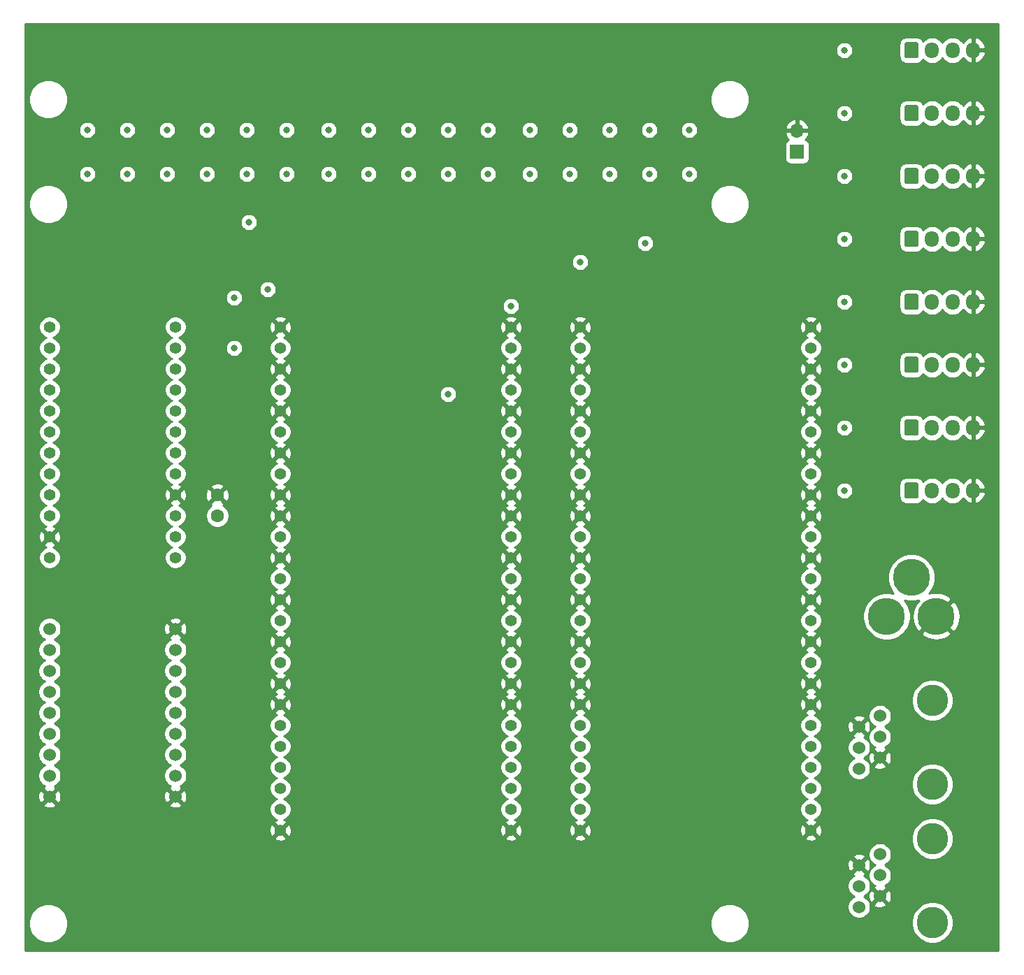
<source format=gbr>
G04 #@! TF.GenerationSoftware,KiCad,Pcbnew,(5.1.2-1)-1*
G04 #@! TF.CreationDate,2019-11-07T15:24:45-05:00*
G04 #@! TF.ProjectId,flow_rate,666c6f77-5f72-4617-9465-2e6b69636164,rev?*
G04 #@! TF.SameCoordinates,Original*
G04 #@! TF.FileFunction,Copper,L2,Inr*
G04 #@! TF.FilePolarity,Positive*
%FSLAX46Y46*%
G04 Gerber Fmt 4.6, Leading zero omitted, Abs format (unit mm)*
G04 Created by KiCad (PCBNEW (5.1.2-1)-1) date 2019-11-07 15:24:45*
%MOMM*%
%LPD*%
G04 APERTURE LIST*
%ADD10C,1.524000*%
%ADD11C,1.397000*%
%ADD12C,0.100000*%
%ADD13C,1.700000*%
%ADD14O,1.700000X1.950000*%
%ADD15O,1.700000X1.700000*%
%ADD16R,1.700000X1.700000*%
%ADD17C,4.500000*%
%ADD18C,3.800000*%
%ADD19C,1.600000*%
%ADD20C,0.800000*%
%ADD21C,0.254000*%
G04 APERTURE END LIST*
D10*
X127508000Y-99314000D03*
X127508000Y-101854000D03*
X127508000Y-104394000D03*
X127508000Y-106934000D03*
X127508000Y-109474000D03*
X127508000Y-112014000D03*
X127508000Y-114554000D03*
X127508000Y-117094000D03*
X127508000Y-119634000D03*
X112268000Y-119634000D03*
X112268000Y-117094000D03*
X112268000Y-114554000D03*
X112268000Y-112014000D03*
X112268000Y-109474000D03*
X112268000Y-106934000D03*
X112268000Y-104394000D03*
X112268000Y-101854000D03*
X112268000Y-99314000D03*
D11*
X112268000Y-62738000D03*
X112268000Y-65278000D03*
X112268000Y-67818000D03*
X112268000Y-70358000D03*
X112268000Y-72898000D03*
X112268000Y-75438000D03*
X112268000Y-77978000D03*
X112268000Y-83058000D03*
X112268000Y-85598000D03*
X112268000Y-88138000D03*
X112268000Y-90678000D03*
X112268000Y-80518000D03*
X127508000Y-80518000D03*
X127508000Y-90678000D03*
X127508000Y-88138000D03*
X127508000Y-85598000D03*
X127508000Y-83058000D03*
X127508000Y-77978000D03*
X127508000Y-75438000D03*
X127508000Y-72898000D03*
X127508000Y-70358000D03*
X127508000Y-67818000D03*
X127508000Y-65278000D03*
X127508000Y-62738000D03*
X168148000Y-123698000D03*
X168148000Y-121158000D03*
X168148000Y-118618000D03*
X168148000Y-116078000D03*
X168148000Y-113538000D03*
X168148000Y-110998000D03*
X168148000Y-108458000D03*
X168148000Y-105918000D03*
X168148000Y-103378000D03*
X168148000Y-100838000D03*
X168148000Y-98298000D03*
X168148000Y-95758000D03*
X168148000Y-93218000D03*
X168148000Y-90678000D03*
X168148000Y-88138000D03*
X168148000Y-85598000D03*
X168148000Y-83058000D03*
X168148000Y-80518000D03*
X168148000Y-77978000D03*
X168148000Y-75438000D03*
X168148000Y-72898000D03*
X168148000Y-70358000D03*
X168148000Y-67818000D03*
X168148000Y-65278000D03*
X168148000Y-62738000D03*
X140208000Y-62738000D03*
X140208000Y-65278000D03*
X140208000Y-67818000D03*
X140208000Y-70358000D03*
X140208000Y-72898000D03*
X140208000Y-75438000D03*
X140208000Y-77978000D03*
X140208000Y-80518000D03*
X140208000Y-83058000D03*
X140208000Y-85598000D03*
X140208000Y-88138000D03*
X140208000Y-90678000D03*
X140208000Y-93218000D03*
X140208000Y-95758000D03*
X140208000Y-98298000D03*
X140208000Y-100838000D03*
X140208000Y-103378000D03*
X140208000Y-105918000D03*
X140208000Y-108458000D03*
X140208000Y-110998000D03*
X140208000Y-113538000D03*
X140208000Y-116078000D03*
X140208000Y-118618000D03*
X140208000Y-121158000D03*
X140208000Y-123698000D03*
X176530000Y-123698000D03*
X176530000Y-121158000D03*
X176530000Y-118618000D03*
X176530000Y-116078000D03*
X176530000Y-113538000D03*
X176530000Y-110998000D03*
X176530000Y-108458000D03*
X176530000Y-105918000D03*
X176530000Y-103378000D03*
X176530000Y-100838000D03*
X176530000Y-98298000D03*
X176530000Y-95758000D03*
X176530000Y-93218000D03*
X176530000Y-90678000D03*
X176530000Y-88138000D03*
X176530000Y-85598000D03*
X176530000Y-83058000D03*
X176530000Y-80518000D03*
X176530000Y-77978000D03*
X176530000Y-75438000D03*
X176530000Y-72898000D03*
X176530000Y-70358000D03*
X176530000Y-67818000D03*
X176530000Y-65278000D03*
X176530000Y-62738000D03*
X204470000Y-62738000D03*
X204470000Y-65278000D03*
X204470000Y-67818000D03*
X204470000Y-70358000D03*
X204470000Y-72898000D03*
X204470000Y-75438000D03*
X204470000Y-77978000D03*
X204470000Y-80518000D03*
X204470000Y-83058000D03*
X204470000Y-85598000D03*
X204470000Y-88138000D03*
X204470000Y-90678000D03*
X204470000Y-93218000D03*
X204470000Y-95758000D03*
X204470000Y-98298000D03*
X204470000Y-100838000D03*
X204470000Y-103378000D03*
X204470000Y-105918000D03*
X204470000Y-108458000D03*
X204470000Y-110998000D03*
X204470000Y-113538000D03*
X204470000Y-116078000D03*
X204470000Y-118618000D03*
X204470000Y-121158000D03*
X204470000Y-123698000D03*
D12*
G36*
X217286504Y-28236204D02*
G01*
X217310773Y-28239804D01*
X217334571Y-28245765D01*
X217357671Y-28254030D01*
X217379849Y-28264520D01*
X217400893Y-28277133D01*
X217420598Y-28291747D01*
X217438777Y-28308223D01*
X217455253Y-28326402D01*
X217469867Y-28346107D01*
X217482480Y-28367151D01*
X217492970Y-28389329D01*
X217501235Y-28412429D01*
X217507196Y-28436227D01*
X217510796Y-28460496D01*
X217512000Y-28485000D01*
X217512000Y-29935000D01*
X217510796Y-29959504D01*
X217507196Y-29983773D01*
X217501235Y-30007571D01*
X217492970Y-30030671D01*
X217482480Y-30052849D01*
X217469867Y-30073893D01*
X217455253Y-30093598D01*
X217438777Y-30111777D01*
X217420598Y-30128253D01*
X217400893Y-30142867D01*
X217379849Y-30155480D01*
X217357671Y-30165970D01*
X217334571Y-30174235D01*
X217310773Y-30180196D01*
X217286504Y-30183796D01*
X217262000Y-30185000D01*
X216062000Y-30185000D01*
X216037496Y-30183796D01*
X216013227Y-30180196D01*
X215989429Y-30174235D01*
X215966329Y-30165970D01*
X215944151Y-30155480D01*
X215923107Y-30142867D01*
X215903402Y-30128253D01*
X215885223Y-30111777D01*
X215868747Y-30093598D01*
X215854133Y-30073893D01*
X215841520Y-30052849D01*
X215831030Y-30030671D01*
X215822765Y-30007571D01*
X215816804Y-29983773D01*
X215813204Y-29959504D01*
X215812000Y-29935000D01*
X215812000Y-28485000D01*
X215813204Y-28460496D01*
X215816804Y-28436227D01*
X215822765Y-28412429D01*
X215831030Y-28389329D01*
X215841520Y-28367151D01*
X215854133Y-28346107D01*
X215868747Y-28326402D01*
X215885223Y-28308223D01*
X215903402Y-28291747D01*
X215923107Y-28277133D01*
X215944151Y-28264520D01*
X215966329Y-28254030D01*
X215989429Y-28245765D01*
X216013227Y-28239804D01*
X216037496Y-28236204D01*
X216062000Y-28235000D01*
X217262000Y-28235000D01*
X217286504Y-28236204D01*
X217286504Y-28236204D01*
G37*
D13*
X216662000Y-29210000D03*
D14*
X219162000Y-29210000D03*
X221662000Y-29210000D03*
X224162000Y-29210000D03*
X224162000Y-36830000D03*
X221662000Y-36830000D03*
X219162000Y-36830000D03*
D12*
G36*
X217286504Y-35856204D02*
G01*
X217310773Y-35859804D01*
X217334571Y-35865765D01*
X217357671Y-35874030D01*
X217379849Y-35884520D01*
X217400893Y-35897133D01*
X217420598Y-35911747D01*
X217438777Y-35928223D01*
X217455253Y-35946402D01*
X217469867Y-35966107D01*
X217482480Y-35987151D01*
X217492970Y-36009329D01*
X217501235Y-36032429D01*
X217507196Y-36056227D01*
X217510796Y-36080496D01*
X217512000Y-36105000D01*
X217512000Y-37555000D01*
X217510796Y-37579504D01*
X217507196Y-37603773D01*
X217501235Y-37627571D01*
X217492970Y-37650671D01*
X217482480Y-37672849D01*
X217469867Y-37693893D01*
X217455253Y-37713598D01*
X217438777Y-37731777D01*
X217420598Y-37748253D01*
X217400893Y-37762867D01*
X217379849Y-37775480D01*
X217357671Y-37785970D01*
X217334571Y-37794235D01*
X217310773Y-37800196D01*
X217286504Y-37803796D01*
X217262000Y-37805000D01*
X216062000Y-37805000D01*
X216037496Y-37803796D01*
X216013227Y-37800196D01*
X215989429Y-37794235D01*
X215966329Y-37785970D01*
X215944151Y-37775480D01*
X215923107Y-37762867D01*
X215903402Y-37748253D01*
X215885223Y-37731777D01*
X215868747Y-37713598D01*
X215854133Y-37693893D01*
X215841520Y-37672849D01*
X215831030Y-37650671D01*
X215822765Y-37627571D01*
X215816804Y-37603773D01*
X215813204Y-37579504D01*
X215812000Y-37555000D01*
X215812000Y-36105000D01*
X215813204Y-36080496D01*
X215816804Y-36056227D01*
X215822765Y-36032429D01*
X215831030Y-36009329D01*
X215841520Y-35987151D01*
X215854133Y-35966107D01*
X215868747Y-35946402D01*
X215885223Y-35928223D01*
X215903402Y-35911747D01*
X215923107Y-35897133D01*
X215944151Y-35884520D01*
X215966329Y-35874030D01*
X215989429Y-35865765D01*
X216013227Y-35859804D01*
X216037496Y-35856204D01*
X216062000Y-35855000D01*
X217262000Y-35855000D01*
X217286504Y-35856204D01*
X217286504Y-35856204D01*
G37*
D13*
X216662000Y-36830000D03*
D12*
G36*
X217286504Y-43476204D02*
G01*
X217310773Y-43479804D01*
X217334571Y-43485765D01*
X217357671Y-43494030D01*
X217379849Y-43504520D01*
X217400893Y-43517133D01*
X217420598Y-43531747D01*
X217438777Y-43548223D01*
X217455253Y-43566402D01*
X217469867Y-43586107D01*
X217482480Y-43607151D01*
X217492970Y-43629329D01*
X217501235Y-43652429D01*
X217507196Y-43676227D01*
X217510796Y-43700496D01*
X217512000Y-43725000D01*
X217512000Y-45175000D01*
X217510796Y-45199504D01*
X217507196Y-45223773D01*
X217501235Y-45247571D01*
X217492970Y-45270671D01*
X217482480Y-45292849D01*
X217469867Y-45313893D01*
X217455253Y-45333598D01*
X217438777Y-45351777D01*
X217420598Y-45368253D01*
X217400893Y-45382867D01*
X217379849Y-45395480D01*
X217357671Y-45405970D01*
X217334571Y-45414235D01*
X217310773Y-45420196D01*
X217286504Y-45423796D01*
X217262000Y-45425000D01*
X216062000Y-45425000D01*
X216037496Y-45423796D01*
X216013227Y-45420196D01*
X215989429Y-45414235D01*
X215966329Y-45405970D01*
X215944151Y-45395480D01*
X215923107Y-45382867D01*
X215903402Y-45368253D01*
X215885223Y-45351777D01*
X215868747Y-45333598D01*
X215854133Y-45313893D01*
X215841520Y-45292849D01*
X215831030Y-45270671D01*
X215822765Y-45247571D01*
X215816804Y-45223773D01*
X215813204Y-45199504D01*
X215812000Y-45175000D01*
X215812000Y-43725000D01*
X215813204Y-43700496D01*
X215816804Y-43676227D01*
X215822765Y-43652429D01*
X215831030Y-43629329D01*
X215841520Y-43607151D01*
X215854133Y-43586107D01*
X215868747Y-43566402D01*
X215885223Y-43548223D01*
X215903402Y-43531747D01*
X215923107Y-43517133D01*
X215944151Y-43504520D01*
X215966329Y-43494030D01*
X215989429Y-43485765D01*
X216013227Y-43479804D01*
X216037496Y-43476204D01*
X216062000Y-43475000D01*
X217262000Y-43475000D01*
X217286504Y-43476204D01*
X217286504Y-43476204D01*
G37*
D13*
X216662000Y-44450000D03*
D14*
X219162000Y-44450000D03*
X221662000Y-44450000D03*
X224162000Y-44450000D03*
X224162000Y-52070000D03*
X221662000Y-52070000D03*
X219162000Y-52070000D03*
D12*
G36*
X217286504Y-51096204D02*
G01*
X217310773Y-51099804D01*
X217334571Y-51105765D01*
X217357671Y-51114030D01*
X217379849Y-51124520D01*
X217400893Y-51137133D01*
X217420598Y-51151747D01*
X217438777Y-51168223D01*
X217455253Y-51186402D01*
X217469867Y-51206107D01*
X217482480Y-51227151D01*
X217492970Y-51249329D01*
X217501235Y-51272429D01*
X217507196Y-51296227D01*
X217510796Y-51320496D01*
X217512000Y-51345000D01*
X217512000Y-52795000D01*
X217510796Y-52819504D01*
X217507196Y-52843773D01*
X217501235Y-52867571D01*
X217492970Y-52890671D01*
X217482480Y-52912849D01*
X217469867Y-52933893D01*
X217455253Y-52953598D01*
X217438777Y-52971777D01*
X217420598Y-52988253D01*
X217400893Y-53002867D01*
X217379849Y-53015480D01*
X217357671Y-53025970D01*
X217334571Y-53034235D01*
X217310773Y-53040196D01*
X217286504Y-53043796D01*
X217262000Y-53045000D01*
X216062000Y-53045000D01*
X216037496Y-53043796D01*
X216013227Y-53040196D01*
X215989429Y-53034235D01*
X215966329Y-53025970D01*
X215944151Y-53015480D01*
X215923107Y-53002867D01*
X215903402Y-52988253D01*
X215885223Y-52971777D01*
X215868747Y-52953598D01*
X215854133Y-52933893D01*
X215841520Y-52912849D01*
X215831030Y-52890671D01*
X215822765Y-52867571D01*
X215816804Y-52843773D01*
X215813204Y-52819504D01*
X215812000Y-52795000D01*
X215812000Y-51345000D01*
X215813204Y-51320496D01*
X215816804Y-51296227D01*
X215822765Y-51272429D01*
X215831030Y-51249329D01*
X215841520Y-51227151D01*
X215854133Y-51206107D01*
X215868747Y-51186402D01*
X215885223Y-51168223D01*
X215903402Y-51151747D01*
X215923107Y-51137133D01*
X215944151Y-51124520D01*
X215966329Y-51114030D01*
X215989429Y-51105765D01*
X216013227Y-51099804D01*
X216037496Y-51096204D01*
X216062000Y-51095000D01*
X217262000Y-51095000D01*
X217286504Y-51096204D01*
X217286504Y-51096204D01*
G37*
D13*
X216662000Y-52070000D03*
D12*
G36*
X217286504Y-58716204D02*
G01*
X217310773Y-58719804D01*
X217334571Y-58725765D01*
X217357671Y-58734030D01*
X217379849Y-58744520D01*
X217400893Y-58757133D01*
X217420598Y-58771747D01*
X217438777Y-58788223D01*
X217455253Y-58806402D01*
X217469867Y-58826107D01*
X217482480Y-58847151D01*
X217492970Y-58869329D01*
X217501235Y-58892429D01*
X217507196Y-58916227D01*
X217510796Y-58940496D01*
X217512000Y-58965000D01*
X217512000Y-60415000D01*
X217510796Y-60439504D01*
X217507196Y-60463773D01*
X217501235Y-60487571D01*
X217492970Y-60510671D01*
X217482480Y-60532849D01*
X217469867Y-60553893D01*
X217455253Y-60573598D01*
X217438777Y-60591777D01*
X217420598Y-60608253D01*
X217400893Y-60622867D01*
X217379849Y-60635480D01*
X217357671Y-60645970D01*
X217334571Y-60654235D01*
X217310773Y-60660196D01*
X217286504Y-60663796D01*
X217262000Y-60665000D01*
X216062000Y-60665000D01*
X216037496Y-60663796D01*
X216013227Y-60660196D01*
X215989429Y-60654235D01*
X215966329Y-60645970D01*
X215944151Y-60635480D01*
X215923107Y-60622867D01*
X215903402Y-60608253D01*
X215885223Y-60591777D01*
X215868747Y-60573598D01*
X215854133Y-60553893D01*
X215841520Y-60532849D01*
X215831030Y-60510671D01*
X215822765Y-60487571D01*
X215816804Y-60463773D01*
X215813204Y-60439504D01*
X215812000Y-60415000D01*
X215812000Y-58965000D01*
X215813204Y-58940496D01*
X215816804Y-58916227D01*
X215822765Y-58892429D01*
X215831030Y-58869329D01*
X215841520Y-58847151D01*
X215854133Y-58826107D01*
X215868747Y-58806402D01*
X215885223Y-58788223D01*
X215903402Y-58771747D01*
X215923107Y-58757133D01*
X215944151Y-58744520D01*
X215966329Y-58734030D01*
X215989429Y-58725765D01*
X216013227Y-58719804D01*
X216037496Y-58716204D01*
X216062000Y-58715000D01*
X217262000Y-58715000D01*
X217286504Y-58716204D01*
X217286504Y-58716204D01*
G37*
D13*
X216662000Y-59690000D03*
D14*
X219162000Y-59690000D03*
X221662000Y-59690000D03*
X224162000Y-59690000D03*
X224162000Y-67310000D03*
X221662000Y-67310000D03*
X219162000Y-67310000D03*
D12*
G36*
X217286504Y-66336204D02*
G01*
X217310773Y-66339804D01*
X217334571Y-66345765D01*
X217357671Y-66354030D01*
X217379849Y-66364520D01*
X217400893Y-66377133D01*
X217420598Y-66391747D01*
X217438777Y-66408223D01*
X217455253Y-66426402D01*
X217469867Y-66446107D01*
X217482480Y-66467151D01*
X217492970Y-66489329D01*
X217501235Y-66512429D01*
X217507196Y-66536227D01*
X217510796Y-66560496D01*
X217512000Y-66585000D01*
X217512000Y-68035000D01*
X217510796Y-68059504D01*
X217507196Y-68083773D01*
X217501235Y-68107571D01*
X217492970Y-68130671D01*
X217482480Y-68152849D01*
X217469867Y-68173893D01*
X217455253Y-68193598D01*
X217438777Y-68211777D01*
X217420598Y-68228253D01*
X217400893Y-68242867D01*
X217379849Y-68255480D01*
X217357671Y-68265970D01*
X217334571Y-68274235D01*
X217310773Y-68280196D01*
X217286504Y-68283796D01*
X217262000Y-68285000D01*
X216062000Y-68285000D01*
X216037496Y-68283796D01*
X216013227Y-68280196D01*
X215989429Y-68274235D01*
X215966329Y-68265970D01*
X215944151Y-68255480D01*
X215923107Y-68242867D01*
X215903402Y-68228253D01*
X215885223Y-68211777D01*
X215868747Y-68193598D01*
X215854133Y-68173893D01*
X215841520Y-68152849D01*
X215831030Y-68130671D01*
X215822765Y-68107571D01*
X215816804Y-68083773D01*
X215813204Y-68059504D01*
X215812000Y-68035000D01*
X215812000Y-66585000D01*
X215813204Y-66560496D01*
X215816804Y-66536227D01*
X215822765Y-66512429D01*
X215831030Y-66489329D01*
X215841520Y-66467151D01*
X215854133Y-66446107D01*
X215868747Y-66426402D01*
X215885223Y-66408223D01*
X215903402Y-66391747D01*
X215923107Y-66377133D01*
X215944151Y-66364520D01*
X215966329Y-66354030D01*
X215989429Y-66345765D01*
X216013227Y-66339804D01*
X216037496Y-66336204D01*
X216062000Y-66335000D01*
X217262000Y-66335000D01*
X217286504Y-66336204D01*
X217286504Y-66336204D01*
G37*
D13*
X216662000Y-67310000D03*
D12*
G36*
X217286504Y-73956204D02*
G01*
X217310773Y-73959804D01*
X217334571Y-73965765D01*
X217357671Y-73974030D01*
X217379849Y-73984520D01*
X217400893Y-73997133D01*
X217420598Y-74011747D01*
X217438777Y-74028223D01*
X217455253Y-74046402D01*
X217469867Y-74066107D01*
X217482480Y-74087151D01*
X217492970Y-74109329D01*
X217501235Y-74132429D01*
X217507196Y-74156227D01*
X217510796Y-74180496D01*
X217512000Y-74205000D01*
X217512000Y-75655000D01*
X217510796Y-75679504D01*
X217507196Y-75703773D01*
X217501235Y-75727571D01*
X217492970Y-75750671D01*
X217482480Y-75772849D01*
X217469867Y-75793893D01*
X217455253Y-75813598D01*
X217438777Y-75831777D01*
X217420598Y-75848253D01*
X217400893Y-75862867D01*
X217379849Y-75875480D01*
X217357671Y-75885970D01*
X217334571Y-75894235D01*
X217310773Y-75900196D01*
X217286504Y-75903796D01*
X217262000Y-75905000D01*
X216062000Y-75905000D01*
X216037496Y-75903796D01*
X216013227Y-75900196D01*
X215989429Y-75894235D01*
X215966329Y-75885970D01*
X215944151Y-75875480D01*
X215923107Y-75862867D01*
X215903402Y-75848253D01*
X215885223Y-75831777D01*
X215868747Y-75813598D01*
X215854133Y-75793893D01*
X215841520Y-75772849D01*
X215831030Y-75750671D01*
X215822765Y-75727571D01*
X215816804Y-75703773D01*
X215813204Y-75679504D01*
X215812000Y-75655000D01*
X215812000Y-74205000D01*
X215813204Y-74180496D01*
X215816804Y-74156227D01*
X215822765Y-74132429D01*
X215831030Y-74109329D01*
X215841520Y-74087151D01*
X215854133Y-74066107D01*
X215868747Y-74046402D01*
X215885223Y-74028223D01*
X215903402Y-74011747D01*
X215923107Y-73997133D01*
X215944151Y-73984520D01*
X215966329Y-73974030D01*
X215989429Y-73965765D01*
X216013227Y-73959804D01*
X216037496Y-73956204D01*
X216062000Y-73955000D01*
X217262000Y-73955000D01*
X217286504Y-73956204D01*
X217286504Y-73956204D01*
G37*
D13*
X216662000Y-74930000D03*
D14*
X219162000Y-74930000D03*
X221662000Y-74930000D03*
X224162000Y-74930000D03*
X224162000Y-82550000D03*
X221662000Y-82550000D03*
X219162000Y-82550000D03*
D12*
G36*
X217286504Y-81576204D02*
G01*
X217310773Y-81579804D01*
X217334571Y-81585765D01*
X217357671Y-81594030D01*
X217379849Y-81604520D01*
X217400893Y-81617133D01*
X217420598Y-81631747D01*
X217438777Y-81648223D01*
X217455253Y-81666402D01*
X217469867Y-81686107D01*
X217482480Y-81707151D01*
X217492970Y-81729329D01*
X217501235Y-81752429D01*
X217507196Y-81776227D01*
X217510796Y-81800496D01*
X217512000Y-81825000D01*
X217512000Y-83275000D01*
X217510796Y-83299504D01*
X217507196Y-83323773D01*
X217501235Y-83347571D01*
X217492970Y-83370671D01*
X217482480Y-83392849D01*
X217469867Y-83413893D01*
X217455253Y-83433598D01*
X217438777Y-83451777D01*
X217420598Y-83468253D01*
X217400893Y-83482867D01*
X217379849Y-83495480D01*
X217357671Y-83505970D01*
X217334571Y-83514235D01*
X217310773Y-83520196D01*
X217286504Y-83523796D01*
X217262000Y-83525000D01*
X216062000Y-83525000D01*
X216037496Y-83523796D01*
X216013227Y-83520196D01*
X215989429Y-83514235D01*
X215966329Y-83505970D01*
X215944151Y-83495480D01*
X215923107Y-83482867D01*
X215903402Y-83468253D01*
X215885223Y-83451777D01*
X215868747Y-83433598D01*
X215854133Y-83413893D01*
X215841520Y-83392849D01*
X215831030Y-83370671D01*
X215822765Y-83347571D01*
X215816804Y-83323773D01*
X215813204Y-83299504D01*
X215812000Y-83275000D01*
X215812000Y-81825000D01*
X215813204Y-81800496D01*
X215816804Y-81776227D01*
X215822765Y-81752429D01*
X215831030Y-81729329D01*
X215841520Y-81707151D01*
X215854133Y-81686107D01*
X215868747Y-81666402D01*
X215885223Y-81648223D01*
X215903402Y-81631747D01*
X215923107Y-81617133D01*
X215944151Y-81604520D01*
X215966329Y-81594030D01*
X215989429Y-81585765D01*
X216013227Y-81579804D01*
X216037496Y-81576204D01*
X216062000Y-81575000D01*
X217262000Y-81575000D01*
X217286504Y-81576204D01*
X217286504Y-81576204D01*
G37*
D13*
X216662000Y-82550000D03*
D15*
X202820000Y-38962000D03*
D16*
X202820000Y-41502000D03*
D17*
X213662000Y-97790000D03*
X219662000Y-97790000D03*
X216662000Y-93090000D03*
D10*
X212852000Y-109860000D03*
D18*
X219202000Y-118110000D03*
X219202000Y-107950000D03*
D10*
X212852000Y-112400000D03*
X212852000Y-114940000D03*
X210312000Y-111150000D03*
X210312000Y-113690000D03*
X210312000Y-116230000D03*
X212852000Y-126624000D03*
D18*
X219202000Y-134874000D03*
X219202000Y-124714000D03*
D10*
X212852000Y-129164000D03*
X212852000Y-131704000D03*
X210312000Y-127914000D03*
X210312000Y-130454000D03*
X210312000Y-132994000D03*
D19*
X132588000Y-85598000D03*
X132588000Y-83098000D03*
D20*
X208534000Y-31750000D03*
X208534000Y-39370000D03*
X208534000Y-46990000D03*
X208534000Y-54610000D03*
X208534000Y-62230000D03*
X208534000Y-69850000D03*
X208534000Y-77470000D03*
X208534000Y-85090000D03*
X116840000Y-27686000D03*
X121666000Y-27686000D03*
X126492000Y-27686000D03*
X131318000Y-27686000D03*
X136144000Y-27686000D03*
X141224000Y-27686000D03*
X146050000Y-27686000D03*
X150876000Y-27686000D03*
X155702000Y-27686000D03*
X160782000Y-27686000D03*
X165354000Y-27686000D03*
X170434000Y-27686000D03*
X175260000Y-27686000D03*
X180086000Y-27686000D03*
X184912000Y-27686000D03*
X189738000Y-27686000D03*
X184404000Y-52578000D03*
X116840000Y-38862000D03*
X116840000Y-44196000D03*
X121666000Y-38862000D03*
X121666000Y-44196000D03*
X126492000Y-38862000D03*
X126492000Y-44196000D03*
X131318000Y-38862000D03*
X131318000Y-44196000D03*
X136144000Y-38862000D03*
X136144000Y-44196000D03*
X140970000Y-38862000D03*
X140970000Y-44196000D03*
X146050000Y-38862000D03*
X146050000Y-44196000D03*
X150876000Y-38862000D03*
X150876000Y-44196000D03*
X155702000Y-38862000D03*
X155702000Y-44196000D03*
X160528000Y-38862000D03*
X160528000Y-44196000D03*
X165354000Y-38862000D03*
X165354000Y-44196000D03*
X170434000Y-38862000D03*
X170434000Y-44196000D03*
X175260000Y-38862000D03*
X175260000Y-44196000D03*
X180086000Y-38862000D03*
X180086000Y-44196000D03*
X184912000Y-38862000D03*
X184912000Y-44196000D03*
X189738000Y-38862000D03*
X189738000Y-44196000D03*
X176530000Y-54864000D03*
X168148000Y-60198000D03*
X160528000Y-70866000D03*
X138684000Y-58166000D03*
X136398000Y-50038000D03*
X134620000Y-59182000D03*
X134620000Y-65278000D03*
X208534000Y-29210000D03*
X208534000Y-36830000D03*
X208534000Y-44450000D03*
X208534000Y-52070000D03*
X208534000Y-59690000D03*
X208534000Y-67310000D03*
X208534000Y-74930000D03*
X208534000Y-82550000D03*
D21*
G36*
X227203000Y-138303000D02*
G01*
X109347000Y-138303000D01*
X109347000Y-134765098D01*
X109723500Y-134765098D01*
X109723500Y-135234902D01*
X109815154Y-135695679D01*
X109994940Y-136129721D01*
X110255950Y-136520349D01*
X110588151Y-136852550D01*
X110978779Y-137113560D01*
X111412821Y-137293346D01*
X111873598Y-137385000D01*
X112343402Y-137385000D01*
X112804179Y-137293346D01*
X113238221Y-137113560D01*
X113628849Y-136852550D01*
X113961050Y-136520349D01*
X114222060Y-136129721D01*
X114401846Y-135695679D01*
X114493500Y-135234902D01*
X114493500Y-134765098D01*
X192260000Y-134765098D01*
X192260000Y-135234902D01*
X192351654Y-135695679D01*
X192531440Y-136129721D01*
X192792450Y-136520349D01*
X193124651Y-136852550D01*
X193515279Y-137113560D01*
X193949321Y-137293346D01*
X194410098Y-137385000D01*
X194879902Y-137385000D01*
X195340679Y-137293346D01*
X195774721Y-137113560D01*
X196165349Y-136852550D01*
X196497550Y-136520349D01*
X196758560Y-136129721D01*
X196938346Y-135695679D01*
X197030000Y-135234902D01*
X197030000Y-134765098D01*
X197001999Y-134624324D01*
X216667000Y-134624324D01*
X216667000Y-135123676D01*
X216764418Y-135613432D01*
X216955512Y-136074773D01*
X217232937Y-136489968D01*
X217586032Y-136843063D01*
X218001227Y-137120488D01*
X218462568Y-137311582D01*
X218952324Y-137409000D01*
X219451676Y-137409000D01*
X219941432Y-137311582D01*
X220402773Y-137120488D01*
X220817968Y-136843063D01*
X221171063Y-136489968D01*
X221448488Y-136074773D01*
X221639582Y-135613432D01*
X221737000Y-135123676D01*
X221737000Y-134624324D01*
X221639582Y-134134568D01*
X221448488Y-133673227D01*
X221171063Y-133258032D01*
X220817968Y-132904937D01*
X220402773Y-132627512D01*
X219941432Y-132436418D01*
X219451676Y-132339000D01*
X218952324Y-132339000D01*
X218462568Y-132436418D01*
X218001227Y-132627512D01*
X217586032Y-132904937D01*
X217232937Y-133258032D01*
X216955512Y-133673227D01*
X216764418Y-134134568D01*
X216667000Y-134624324D01*
X197001999Y-134624324D01*
X196938346Y-134304321D01*
X196758560Y-133870279D01*
X196497550Y-133479651D01*
X196165349Y-133147450D01*
X195774721Y-132886440D01*
X195340679Y-132706654D01*
X194879902Y-132615000D01*
X194410098Y-132615000D01*
X193949321Y-132706654D01*
X193515279Y-132886440D01*
X193124651Y-133147450D01*
X192792450Y-133479651D01*
X192531440Y-133870279D01*
X192351654Y-134304321D01*
X192260000Y-134765098D01*
X114493500Y-134765098D01*
X114401846Y-134304321D01*
X114222060Y-133870279D01*
X113961050Y-133479651D01*
X113628849Y-133147450D01*
X113238221Y-132886440D01*
X112804179Y-132706654D01*
X112343402Y-132615000D01*
X111873598Y-132615000D01*
X111412821Y-132706654D01*
X110978779Y-132886440D01*
X110588151Y-133147450D01*
X110255950Y-133479651D01*
X109994940Y-133870279D01*
X109815154Y-134304321D01*
X109723500Y-134765098D01*
X109347000Y-134765098D01*
X109347000Y-130316408D01*
X208915000Y-130316408D01*
X208915000Y-130591592D01*
X208968686Y-130861490D01*
X209073995Y-131115727D01*
X209226880Y-131344535D01*
X209421465Y-131539120D01*
X209650273Y-131692005D01*
X209727515Y-131724000D01*
X209650273Y-131755995D01*
X209421465Y-131908880D01*
X209226880Y-132103465D01*
X209073995Y-132332273D01*
X208968686Y-132586510D01*
X208915000Y-132856408D01*
X208915000Y-133131592D01*
X208968686Y-133401490D01*
X209073995Y-133655727D01*
X209226880Y-133884535D01*
X209421465Y-134079120D01*
X209650273Y-134232005D01*
X209904510Y-134337314D01*
X210174408Y-134391000D01*
X210449592Y-134391000D01*
X210719490Y-134337314D01*
X210973727Y-134232005D01*
X211202535Y-134079120D01*
X211397120Y-133884535D01*
X211550005Y-133655727D01*
X211655314Y-133401490D01*
X211709000Y-133131592D01*
X211709000Y-132856408D01*
X211671835Y-132669565D01*
X212066040Y-132669565D01*
X212133020Y-132909656D01*
X212382048Y-133026756D01*
X212649135Y-133093023D01*
X212924017Y-133105910D01*
X213196133Y-133064922D01*
X213455023Y-132971636D01*
X213570980Y-132909656D01*
X213637960Y-132669565D01*
X212852000Y-131883605D01*
X212066040Y-132669565D01*
X211671835Y-132669565D01*
X211655314Y-132586510D01*
X211550005Y-132332273D01*
X211397120Y-132103465D01*
X211202535Y-131908880D01*
X211003692Y-131776017D01*
X211450090Y-131776017D01*
X211491078Y-132048133D01*
X211584364Y-132307023D01*
X211646344Y-132422980D01*
X211886435Y-132489960D01*
X212672395Y-131704000D01*
X213031605Y-131704000D01*
X213817565Y-132489960D01*
X214057656Y-132422980D01*
X214174756Y-132173952D01*
X214241023Y-131906865D01*
X214253910Y-131631983D01*
X214212922Y-131359867D01*
X214119636Y-131100977D01*
X214057656Y-130985020D01*
X213817565Y-130918040D01*
X213031605Y-131704000D01*
X212672395Y-131704000D01*
X211886435Y-130918040D01*
X211646344Y-130985020D01*
X211529244Y-131234048D01*
X211462977Y-131501135D01*
X211450090Y-131776017D01*
X211003692Y-131776017D01*
X210973727Y-131755995D01*
X210896485Y-131724000D01*
X210973727Y-131692005D01*
X211202535Y-131539120D01*
X211397120Y-131344535D01*
X211550005Y-131115727D01*
X211655314Y-130861490D01*
X211709000Y-130591592D01*
X211709000Y-130316408D01*
X211655314Y-130046510D01*
X211550005Y-129792273D01*
X211397120Y-129563465D01*
X211202535Y-129368880D01*
X210973727Y-129215995D01*
X210902057Y-129186308D01*
X210915023Y-129181636D01*
X211030980Y-129119656D01*
X211097960Y-128879565D01*
X210312000Y-128093605D01*
X209526040Y-128879565D01*
X209593020Y-129119656D01*
X209728760Y-129183485D01*
X209650273Y-129215995D01*
X209421465Y-129368880D01*
X209226880Y-129563465D01*
X209073995Y-129792273D01*
X208968686Y-130046510D01*
X208915000Y-130316408D01*
X109347000Y-130316408D01*
X109347000Y-127986017D01*
X208910090Y-127986017D01*
X208951078Y-128258133D01*
X209044364Y-128517023D01*
X209106344Y-128632980D01*
X209346435Y-128699960D01*
X210132395Y-127914000D01*
X210491605Y-127914000D01*
X211277565Y-128699960D01*
X211517656Y-128632980D01*
X211634756Y-128383952D01*
X211701023Y-128116865D01*
X211713910Y-127841983D01*
X211672922Y-127569867D01*
X211579636Y-127310977D01*
X211517656Y-127195020D01*
X211277565Y-127128040D01*
X210491605Y-127914000D01*
X210132395Y-127914000D01*
X209346435Y-127128040D01*
X209106344Y-127195020D01*
X208989244Y-127444048D01*
X208922977Y-127711135D01*
X208910090Y-127986017D01*
X109347000Y-127986017D01*
X109347000Y-126948435D01*
X209526040Y-126948435D01*
X210312000Y-127734395D01*
X211097960Y-126948435D01*
X211030980Y-126708344D01*
X210781952Y-126591244D01*
X210514865Y-126524977D01*
X210239983Y-126512090D01*
X209967867Y-126553078D01*
X209708977Y-126646364D01*
X209593020Y-126708344D01*
X209526040Y-126948435D01*
X109347000Y-126948435D01*
X109347000Y-126486408D01*
X211455000Y-126486408D01*
X211455000Y-126761592D01*
X211508686Y-127031490D01*
X211613995Y-127285727D01*
X211766880Y-127514535D01*
X211961465Y-127709120D01*
X212190273Y-127862005D01*
X212267515Y-127894000D01*
X212190273Y-127925995D01*
X211961465Y-128078880D01*
X211766880Y-128273465D01*
X211613995Y-128502273D01*
X211508686Y-128756510D01*
X211455000Y-129026408D01*
X211455000Y-129301592D01*
X211508686Y-129571490D01*
X211613995Y-129825727D01*
X211766880Y-130054535D01*
X211961465Y-130249120D01*
X212190273Y-130402005D01*
X212261943Y-130431692D01*
X212248977Y-130436364D01*
X212133020Y-130498344D01*
X212066040Y-130738435D01*
X212852000Y-131524395D01*
X213637960Y-130738435D01*
X213570980Y-130498344D01*
X213435240Y-130434515D01*
X213513727Y-130402005D01*
X213742535Y-130249120D01*
X213937120Y-130054535D01*
X214090005Y-129825727D01*
X214195314Y-129571490D01*
X214249000Y-129301592D01*
X214249000Y-129026408D01*
X214195314Y-128756510D01*
X214090005Y-128502273D01*
X213937120Y-128273465D01*
X213742535Y-128078880D01*
X213513727Y-127925995D01*
X213436485Y-127894000D01*
X213513727Y-127862005D01*
X213742535Y-127709120D01*
X213937120Y-127514535D01*
X214090005Y-127285727D01*
X214195314Y-127031490D01*
X214249000Y-126761592D01*
X214249000Y-126486408D01*
X214195314Y-126216510D01*
X214090005Y-125962273D01*
X213937120Y-125733465D01*
X213742535Y-125538880D01*
X213513727Y-125385995D01*
X213259490Y-125280686D01*
X212989592Y-125227000D01*
X212714408Y-125227000D01*
X212444510Y-125280686D01*
X212190273Y-125385995D01*
X211961465Y-125538880D01*
X211766880Y-125733465D01*
X211613995Y-125962273D01*
X211508686Y-126216510D01*
X211455000Y-126486408D01*
X109347000Y-126486408D01*
X109347000Y-124618197D01*
X139467408Y-124618197D01*
X139526686Y-124851812D01*
X139764875Y-124962559D01*
X140020093Y-125024711D01*
X140282533Y-125035876D01*
X140542107Y-124995629D01*
X140788842Y-124905514D01*
X140889314Y-124851812D01*
X140948592Y-124618197D01*
X167407408Y-124618197D01*
X167466686Y-124851812D01*
X167704875Y-124962559D01*
X167960093Y-125024711D01*
X168222533Y-125035876D01*
X168482107Y-124995629D01*
X168728842Y-124905514D01*
X168829314Y-124851812D01*
X168888592Y-124618197D01*
X175789408Y-124618197D01*
X175848686Y-124851812D01*
X176086875Y-124962559D01*
X176342093Y-125024711D01*
X176604533Y-125035876D01*
X176864107Y-124995629D01*
X177110842Y-124905514D01*
X177211314Y-124851812D01*
X177270592Y-124618197D01*
X203729408Y-124618197D01*
X203788686Y-124851812D01*
X204026875Y-124962559D01*
X204282093Y-125024711D01*
X204544533Y-125035876D01*
X204804107Y-124995629D01*
X205050842Y-124905514D01*
X205151314Y-124851812D01*
X205210592Y-124618197D01*
X205056719Y-124464324D01*
X216667000Y-124464324D01*
X216667000Y-124963676D01*
X216764418Y-125453432D01*
X216955512Y-125914773D01*
X217232937Y-126329968D01*
X217586032Y-126683063D01*
X218001227Y-126960488D01*
X218462568Y-127151582D01*
X218952324Y-127249000D01*
X219451676Y-127249000D01*
X219941432Y-127151582D01*
X220402773Y-126960488D01*
X220817968Y-126683063D01*
X221171063Y-126329968D01*
X221448488Y-125914773D01*
X221639582Y-125453432D01*
X221737000Y-124963676D01*
X221737000Y-124464324D01*
X221639582Y-123974568D01*
X221448488Y-123513227D01*
X221171063Y-123098032D01*
X220817968Y-122744937D01*
X220402773Y-122467512D01*
X219941432Y-122276418D01*
X219451676Y-122179000D01*
X218952324Y-122179000D01*
X218462568Y-122276418D01*
X218001227Y-122467512D01*
X217586032Y-122744937D01*
X217232937Y-123098032D01*
X216955512Y-123513227D01*
X216764418Y-123974568D01*
X216667000Y-124464324D01*
X205056719Y-124464324D01*
X204470000Y-123877605D01*
X203729408Y-124618197D01*
X177270592Y-124618197D01*
X176530000Y-123877605D01*
X175789408Y-124618197D01*
X168888592Y-124618197D01*
X168148000Y-123877605D01*
X167407408Y-124618197D01*
X140948592Y-124618197D01*
X140208000Y-123877605D01*
X139467408Y-124618197D01*
X109347000Y-124618197D01*
X109347000Y-123772533D01*
X138870124Y-123772533D01*
X138910371Y-124032107D01*
X139000486Y-124278842D01*
X139054188Y-124379314D01*
X139287803Y-124438592D01*
X140028395Y-123698000D01*
X140387605Y-123698000D01*
X141128197Y-124438592D01*
X141361812Y-124379314D01*
X141472559Y-124141125D01*
X141534711Y-123885907D01*
X141539534Y-123772533D01*
X166810124Y-123772533D01*
X166850371Y-124032107D01*
X166940486Y-124278842D01*
X166994188Y-124379314D01*
X167227803Y-124438592D01*
X167968395Y-123698000D01*
X168327605Y-123698000D01*
X169068197Y-124438592D01*
X169301812Y-124379314D01*
X169412559Y-124141125D01*
X169474711Y-123885907D01*
X169479534Y-123772533D01*
X175192124Y-123772533D01*
X175232371Y-124032107D01*
X175322486Y-124278842D01*
X175376188Y-124379314D01*
X175609803Y-124438592D01*
X176350395Y-123698000D01*
X176709605Y-123698000D01*
X177450197Y-124438592D01*
X177683812Y-124379314D01*
X177794559Y-124141125D01*
X177856711Y-123885907D01*
X177861534Y-123772533D01*
X203132124Y-123772533D01*
X203172371Y-124032107D01*
X203262486Y-124278842D01*
X203316188Y-124379314D01*
X203549803Y-124438592D01*
X204290395Y-123698000D01*
X204649605Y-123698000D01*
X205390197Y-124438592D01*
X205623812Y-124379314D01*
X205734559Y-124141125D01*
X205796711Y-123885907D01*
X205807876Y-123623467D01*
X205767629Y-123363893D01*
X205677514Y-123117158D01*
X205623812Y-123016686D01*
X205390197Y-122957408D01*
X204649605Y-123698000D01*
X204290395Y-123698000D01*
X203549803Y-122957408D01*
X203316188Y-123016686D01*
X203205441Y-123254875D01*
X203143289Y-123510093D01*
X203132124Y-123772533D01*
X177861534Y-123772533D01*
X177867876Y-123623467D01*
X177827629Y-123363893D01*
X177737514Y-123117158D01*
X177683812Y-123016686D01*
X177450197Y-122957408D01*
X176709605Y-123698000D01*
X176350395Y-123698000D01*
X175609803Y-122957408D01*
X175376188Y-123016686D01*
X175265441Y-123254875D01*
X175203289Y-123510093D01*
X175192124Y-123772533D01*
X169479534Y-123772533D01*
X169485876Y-123623467D01*
X169445629Y-123363893D01*
X169355514Y-123117158D01*
X169301812Y-123016686D01*
X169068197Y-122957408D01*
X168327605Y-123698000D01*
X167968395Y-123698000D01*
X167227803Y-122957408D01*
X166994188Y-123016686D01*
X166883441Y-123254875D01*
X166821289Y-123510093D01*
X166810124Y-123772533D01*
X141539534Y-123772533D01*
X141545876Y-123623467D01*
X141505629Y-123363893D01*
X141415514Y-123117158D01*
X141361812Y-123016686D01*
X141128197Y-122957408D01*
X140387605Y-123698000D01*
X140028395Y-123698000D01*
X139287803Y-122957408D01*
X139054188Y-123016686D01*
X138943441Y-123254875D01*
X138881289Y-123510093D01*
X138870124Y-123772533D01*
X109347000Y-123772533D01*
X109347000Y-120599565D01*
X111482040Y-120599565D01*
X111549020Y-120839656D01*
X111798048Y-120956756D01*
X112065135Y-121023023D01*
X112340017Y-121035910D01*
X112612133Y-120994922D01*
X112871023Y-120901636D01*
X112986980Y-120839656D01*
X113053960Y-120599565D01*
X126722040Y-120599565D01*
X126789020Y-120839656D01*
X127038048Y-120956756D01*
X127305135Y-121023023D01*
X127580017Y-121035910D01*
X127852133Y-120994922D01*
X128111023Y-120901636D01*
X128226980Y-120839656D01*
X128293960Y-120599565D01*
X127508000Y-119813605D01*
X126722040Y-120599565D01*
X113053960Y-120599565D01*
X112268000Y-119813605D01*
X111482040Y-120599565D01*
X109347000Y-120599565D01*
X109347000Y-119706017D01*
X110866090Y-119706017D01*
X110907078Y-119978133D01*
X111000364Y-120237023D01*
X111062344Y-120352980D01*
X111302435Y-120419960D01*
X112088395Y-119634000D01*
X112447605Y-119634000D01*
X113233565Y-120419960D01*
X113473656Y-120352980D01*
X113590756Y-120103952D01*
X113657023Y-119836865D01*
X113663157Y-119706017D01*
X126106090Y-119706017D01*
X126147078Y-119978133D01*
X126240364Y-120237023D01*
X126302344Y-120352980D01*
X126542435Y-120419960D01*
X127328395Y-119634000D01*
X127687605Y-119634000D01*
X128473565Y-120419960D01*
X128713656Y-120352980D01*
X128830756Y-120103952D01*
X128897023Y-119836865D01*
X128909910Y-119561983D01*
X128868922Y-119289867D01*
X128775636Y-119030977D01*
X128713656Y-118915020D01*
X128473565Y-118848040D01*
X127687605Y-119634000D01*
X127328395Y-119634000D01*
X126542435Y-118848040D01*
X126302344Y-118915020D01*
X126185244Y-119164048D01*
X126118977Y-119431135D01*
X126106090Y-119706017D01*
X113663157Y-119706017D01*
X113669910Y-119561983D01*
X113628922Y-119289867D01*
X113535636Y-119030977D01*
X113473656Y-118915020D01*
X113233565Y-118848040D01*
X112447605Y-119634000D01*
X112088395Y-119634000D01*
X111302435Y-118848040D01*
X111062344Y-118915020D01*
X110945244Y-119164048D01*
X110878977Y-119431135D01*
X110866090Y-119706017D01*
X109347000Y-119706017D01*
X109347000Y-99176408D01*
X110871000Y-99176408D01*
X110871000Y-99451592D01*
X110924686Y-99721490D01*
X111029995Y-99975727D01*
X111182880Y-100204535D01*
X111377465Y-100399120D01*
X111606273Y-100552005D01*
X111683515Y-100584000D01*
X111606273Y-100615995D01*
X111377465Y-100768880D01*
X111182880Y-100963465D01*
X111029995Y-101192273D01*
X110924686Y-101446510D01*
X110871000Y-101716408D01*
X110871000Y-101991592D01*
X110924686Y-102261490D01*
X111029995Y-102515727D01*
X111182880Y-102744535D01*
X111377465Y-102939120D01*
X111606273Y-103092005D01*
X111683515Y-103124000D01*
X111606273Y-103155995D01*
X111377465Y-103308880D01*
X111182880Y-103503465D01*
X111029995Y-103732273D01*
X110924686Y-103986510D01*
X110871000Y-104256408D01*
X110871000Y-104531592D01*
X110924686Y-104801490D01*
X111029995Y-105055727D01*
X111182880Y-105284535D01*
X111377465Y-105479120D01*
X111606273Y-105632005D01*
X111683515Y-105664000D01*
X111606273Y-105695995D01*
X111377465Y-105848880D01*
X111182880Y-106043465D01*
X111029995Y-106272273D01*
X110924686Y-106526510D01*
X110871000Y-106796408D01*
X110871000Y-107071592D01*
X110924686Y-107341490D01*
X111029995Y-107595727D01*
X111182880Y-107824535D01*
X111377465Y-108019120D01*
X111606273Y-108172005D01*
X111683515Y-108204000D01*
X111606273Y-108235995D01*
X111377465Y-108388880D01*
X111182880Y-108583465D01*
X111029995Y-108812273D01*
X110924686Y-109066510D01*
X110871000Y-109336408D01*
X110871000Y-109611592D01*
X110924686Y-109881490D01*
X111029995Y-110135727D01*
X111182880Y-110364535D01*
X111377465Y-110559120D01*
X111606273Y-110712005D01*
X111683515Y-110744000D01*
X111606273Y-110775995D01*
X111377465Y-110928880D01*
X111182880Y-111123465D01*
X111029995Y-111352273D01*
X110924686Y-111606510D01*
X110871000Y-111876408D01*
X110871000Y-112151592D01*
X110924686Y-112421490D01*
X111029995Y-112675727D01*
X111182880Y-112904535D01*
X111377465Y-113099120D01*
X111606273Y-113252005D01*
X111683515Y-113284000D01*
X111606273Y-113315995D01*
X111377465Y-113468880D01*
X111182880Y-113663465D01*
X111029995Y-113892273D01*
X110924686Y-114146510D01*
X110871000Y-114416408D01*
X110871000Y-114691592D01*
X110924686Y-114961490D01*
X111029995Y-115215727D01*
X111182880Y-115444535D01*
X111377465Y-115639120D01*
X111606273Y-115792005D01*
X111683515Y-115824000D01*
X111606273Y-115855995D01*
X111377465Y-116008880D01*
X111182880Y-116203465D01*
X111029995Y-116432273D01*
X110924686Y-116686510D01*
X110871000Y-116956408D01*
X110871000Y-117231592D01*
X110924686Y-117501490D01*
X111029995Y-117755727D01*
X111182880Y-117984535D01*
X111377465Y-118179120D01*
X111606273Y-118332005D01*
X111677943Y-118361692D01*
X111664977Y-118366364D01*
X111549020Y-118428344D01*
X111482040Y-118668435D01*
X112268000Y-119454395D01*
X113053960Y-118668435D01*
X112986980Y-118428344D01*
X112851240Y-118364515D01*
X112929727Y-118332005D01*
X113158535Y-118179120D01*
X113353120Y-117984535D01*
X113506005Y-117755727D01*
X113611314Y-117501490D01*
X113665000Y-117231592D01*
X113665000Y-116956408D01*
X113611314Y-116686510D01*
X113506005Y-116432273D01*
X113353120Y-116203465D01*
X113158535Y-116008880D01*
X112929727Y-115855995D01*
X112852485Y-115824000D01*
X112929727Y-115792005D01*
X113158535Y-115639120D01*
X113353120Y-115444535D01*
X113506005Y-115215727D01*
X113611314Y-114961490D01*
X113665000Y-114691592D01*
X113665000Y-114416408D01*
X113611314Y-114146510D01*
X113506005Y-113892273D01*
X113353120Y-113663465D01*
X113158535Y-113468880D01*
X112929727Y-113315995D01*
X112852485Y-113284000D01*
X112929727Y-113252005D01*
X113158535Y-113099120D01*
X113353120Y-112904535D01*
X113506005Y-112675727D01*
X113611314Y-112421490D01*
X113665000Y-112151592D01*
X113665000Y-111876408D01*
X113611314Y-111606510D01*
X113506005Y-111352273D01*
X113353120Y-111123465D01*
X113158535Y-110928880D01*
X112929727Y-110775995D01*
X112852485Y-110744000D01*
X112929727Y-110712005D01*
X113158535Y-110559120D01*
X113353120Y-110364535D01*
X113506005Y-110135727D01*
X113611314Y-109881490D01*
X113665000Y-109611592D01*
X113665000Y-109336408D01*
X113611314Y-109066510D01*
X113506005Y-108812273D01*
X113353120Y-108583465D01*
X113158535Y-108388880D01*
X112929727Y-108235995D01*
X112852485Y-108204000D01*
X112929727Y-108172005D01*
X113158535Y-108019120D01*
X113353120Y-107824535D01*
X113506005Y-107595727D01*
X113611314Y-107341490D01*
X113665000Y-107071592D01*
X113665000Y-106796408D01*
X113611314Y-106526510D01*
X113506005Y-106272273D01*
X113353120Y-106043465D01*
X113158535Y-105848880D01*
X112929727Y-105695995D01*
X112852485Y-105664000D01*
X112929727Y-105632005D01*
X113158535Y-105479120D01*
X113353120Y-105284535D01*
X113506005Y-105055727D01*
X113611314Y-104801490D01*
X113665000Y-104531592D01*
X113665000Y-104256408D01*
X113611314Y-103986510D01*
X113506005Y-103732273D01*
X113353120Y-103503465D01*
X113158535Y-103308880D01*
X112929727Y-103155995D01*
X112852485Y-103124000D01*
X112929727Y-103092005D01*
X113158535Y-102939120D01*
X113353120Y-102744535D01*
X113506005Y-102515727D01*
X113611314Y-102261490D01*
X113665000Y-101991592D01*
X113665000Y-101716408D01*
X126111000Y-101716408D01*
X126111000Y-101991592D01*
X126164686Y-102261490D01*
X126269995Y-102515727D01*
X126422880Y-102744535D01*
X126617465Y-102939120D01*
X126846273Y-103092005D01*
X126923515Y-103124000D01*
X126846273Y-103155995D01*
X126617465Y-103308880D01*
X126422880Y-103503465D01*
X126269995Y-103732273D01*
X126164686Y-103986510D01*
X126111000Y-104256408D01*
X126111000Y-104531592D01*
X126164686Y-104801490D01*
X126269995Y-105055727D01*
X126422880Y-105284535D01*
X126617465Y-105479120D01*
X126846273Y-105632005D01*
X126923515Y-105664000D01*
X126846273Y-105695995D01*
X126617465Y-105848880D01*
X126422880Y-106043465D01*
X126269995Y-106272273D01*
X126164686Y-106526510D01*
X126111000Y-106796408D01*
X126111000Y-107071592D01*
X126164686Y-107341490D01*
X126269995Y-107595727D01*
X126422880Y-107824535D01*
X126617465Y-108019120D01*
X126846273Y-108172005D01*
X126923515Y-108204000D01*
X126846273Y-108235995D01*
X126617465Y-108388880D01*
X126422880Y-108583465D01*
X126269995Y-108812273D01*
X126164686Y-109066510D01*
X126111000Y-109336408D01*
X126111000Y-109611592D01*
X126164686Y-109881490D01*
X126269995Y-110135727D01*
X126422880Y-110364535D01*
X126617465Y-110559120D01*
X126846273Y-110712005D01*
X126923515Y-110744000D01*
X126846273Y-110775995D01*
X126617465Y-110928880D01*
X126422880Y-111123465D01*
X126269995Y-111352273D01*
X126164686Y-111606510D01*
X126111000Y-111876408D01*
X126111000Y-112151592D01*
X126164686Y-112421490D01*
X126269995Y-112675727D01*
X126422880Y-112904535D01*
X126617465Y-113099120D01*
X126846273Y-113252005D01*
X126923515Y-113284000D01*
X126846273Y-113315995D01*
X126617465Y-113468880D01*
X126422880Y-113663465D01*
X126269995Y-113892273D01*
X126164686Y-114146510D01*
X126111000Y-114416408D01*
X126111000Y-114691592D01*
X126164686Y-114961490D01*
X126269995Y-115215727D01*
X126422880Y-115444535D01*
X126617465Y-115639120D01*
X126846273Y-115792005D01*
X126923515Y-115824000D01*
X126846273Y-115855995D01*
X126617465Y-116008880D01*
X126422880Y-116203465D01*
X126269995Y-116432273D01*
X126164686Y-116686510D01*
X126111000Y-116956408D01*
X126111000Y-117231592D01*
X126164686Y-117501490D01*
X126269995Y-117755727D01*
X126422880Y-117984535D01*
X126617465Y-118179120D01*
X126846273Y-118332005D01*
X126917943Y-118361692D01*
X126904977Y-118366364D01*
X126789020Y-118428344D01*
X126722040Y-118668435D01*
X127508000Y-119454395D01*
X128293960Y-118668435D01*
X128226980Y-118428344D01*
X128091240Y-118364515D01*
X128169727Y-118332005D01*
X128398535Y-118179120D01*
X128593120Y-117984535D01*
X128746005Y-117755727D01*
X128851314Y-117501490D01*
X128905000Y-117231592D01*
X128905000Y-116956408D01*
X128851314Y-116686510D01*
X128746005Y-116432273D01*
X128593120Y-116203465D01*
X128398535Y-116008880D01*
X128169727Y-115855995D01*
X128092485Y-115824000D01*
X128169727Y-115792005D01*
X128398535Y-115639120D01*
X128593120Y-115444535D01*
X128746005Y-115215727D01*
X128851314Y-114961490D01*
X128905000Y-114691592D01*
X128905000Y-114416408D01*
X128851314Y-114146510D01*
X128746005Y-113892273D01*
X128593120Y-113663465D01*
X128398535Y-113468880D01*
X128169727Y-113315995D01*
X128092485Y-113284000D01*
X128169727Y-113252005D01*
X128398535Y-113099120D01*
X128593120Y-112904535D01*
X128746005Y-112675727D01*
X128851314Y-112421490D01*
X128905000Y-112151592D01*
X128905000Y-111876408D01*
X128851314Y-111606510D01*
X128746005Y-111352273D01*
X128593120Y-111123465D01*
X128398535Y-110928880D01*
X128305420Y-110866662D01*
X138874500Y-110866662D01*
X138874500Y-111129338D01*
X138925746Y-111386968D01*
X139026268Y-111629649D01*
X139172203Y-111848057D01*
X139357943Y-112033797D01*
X139576351Y-112179732D01*
X139789448Y-112268000D01*
X139576351Y-112356268D01*
X139357943Y-112502203D01*
X139172203Y-112687943D01*
X139026268Y-112906351D01*
X138925746Y-113149032D01*
X138874500Y-113406662D01*
X138874500Y-113669338D01*
X138925746Y-113926968D01*
X139026268Y-114169649D01*
X139172203Y-114388057D01*
X139357943Y-114573797D01*
X139576351Y-114719732D01*
X139789448Y-114808000D01*
X139576351Y-114896268D01*
X139357943Y-115042203D01*
X139172203Y-115227943D01*
X139026268Y-115446351D01*
X138925746Y-115689032D01*
X138874500Y-115946662D01*
X138874500Y-116209338D01*
X138925746Y-116466968D01*
X139026268Y-116709649D01*
X139172203Y-116928057D01*
X139357943Y-117113797D01*
X139576351Y-117259732D01*
X139789448Y-117348000D01*
X139576351Y-117436268D01*
X139357943Y-117582203D01*
X139172203Y-117767943D01*
X139026268Y-117986351D01*
X138925746Y-118229032D01*
X138874500Y-118486662D01*
X138874500Y-118749338D01*
X138925746Y-119006968D01*
X139026268Y-119249649D01*
X139172203Y-119468057D01*
X139357943Y-119653797D01*
X139576351Y-119799732D01*
X139789448Y-119888000D01*
X139576351Y-119976268D01*
X139357943Y-120122203D01*
X139172203Y-120307943D01*
X139026268Y-120526351D01*
X138925746Y-120769032D01*
X138874500Y-121026662D01*
X138874500Y-121289338D01*
X138925746Y-121546968D01*
X139026268Y-121789649D01*
X139172203Y-122008057D01*
X139357943Y-122193797D01*
X139576351Y-122339732D01*
X139793570Y-122429707D01*
X139627158Y-122490486D01*
X139526686Y-122544188D01*
X139467408Y-122777803D01*
X140208000Y-123518395D01*
X140948592Y-122777803D01*
X140889314Y-122544188D01*
X140651125Y-122433441D01*
X140627378Y-122427658D01*
X140839649Y-122339732D01*
X141058057Y-122193797D01*
X141243797Y-122008057D01*
X141389732Y-121789649D01*
X141490254Y-121546968D01*
X141541500Y-121289338D01*
X141541500Y-121026662D01*
X141490254Y-120769032D01*
X141389732Y-120526351D01*
X141243797Y-120307943D01*
X141058057Y-120122203D01*
X140839649Y-119976268D01*
X140626552Y-119888000D01*
X140839649Y-119799732D01*
X141058057Y-119653797D01*
X141243797Y-119468057D01*
X141389732Y-119249649D01*
X141490254Y-119006968D01*
X141541500Y-118749338D01*
X141541500Y-118486662D01*
X141490254Y-118229032D01*
X141389732Y-117986351D01*
X141243797Y-117767943D01*
X141058057Y-117582203D01*
X140839649Y-117436268D01*
X140626552Y-117348000D01*
X140839649Y-117259732D01*
X141058057Y-117113797D01*
X141243797Y-116928057D01*
X141389732Y-116709649D01*
X141490254Y-116466968D01*
X141541500Y-116209338D01*
X141541500Y-115946662D01*
X141490254Y-115689032D01*
X141389732Y-115446351D01*
X141243797Y-115227943D01*
X141058057Y-115042203D01*
X140839649Y-114896268D01*
X140626552Y-114808000D01*
X140839649Y-114719732D01*
X141058057Y-114573797D01*
X141243797Y-114388057D01*
X141389732Y-114169649D01*
X141490254Y-113926968D01*
X141541500Y-113669338D01*
X141541500Y-113406662D01*
X141490254Y-113149032D01*
X141389732Y-112906351D01*
X141243797Y-112687943D01*
X141058057Y-112502203D01*
X140839649Y-112356268D01*
X140626552Y-112268000D01*
X140839649Y-112179732D01*
X141058057Y-112033797D01*
X141243797Y-111848057D01*
X141389732Y-111629649D01*
X141490254Y-111386968D01*
X141541500Y-111129338D01*
X141541500Y-110866662D01*
X166814500Y-110866662D01*
X166814500Y-111129338D01*
X166865746Y-111386968D01*
X166966268Y-111629649D01*
X167112203Y-111848057D01*
X167297943Y-112033797D01*
X167516351Y-112179732D01*
X167729448Y-112268000D01*
X167516351Y-112356268D01*
X167297943Y-112502203D01*
X167112203Y-112687943D01*
X166966268Y-112906351D01*
X166865746Y-113149032D01*
X166814500Y-113406662D01*
X166814500Y-113669338D01*
X166865746Y-113926968D01*
X166966268Y-114169649D01*
X167112203Y-114388057D01*
X167297943Y-114573797D01*
X167516351Y-114719732D01*
X167729448Y-114808000D01*
X167516351Y-114896268D01*
X167297943Y-115042203D01*
X167112203Y-115227943D01*
X166966268Y-115446351D01*
X166865746Y-115689032D01*
X166814500Y-115946662D01*
X166814500Y-116209338D01*
X166865746Y-116466968D01*
X166966268Y-116709649D01*
X167112203Y-116928057D01*
X167297943Y-117113797D01*
X167516351Y-117259732D01*
X167729448Y-117348000D01*
X167516351Y-117436268D01*
X167297943Y-117582203D01*
X167112203Y-117767943D01*
X166966268Y-117986351D01*
X166865746Y-118229032D01*
X166814500Y-118486662D01*
X166814500Y-118749338D01*
X166865746Y-119006968D01*
X166966268Y-119249649D01*
X167112203Y-119468057D01*
X167297943Y-119653797D01*
X167516351Y-119799732D01*
X167729448Y-119888000D01*
X167516351Y-119976268D01*
X167297943Y-120122203D01*
X167112203Y-120307943D01*
X166966268Y-120526351D01*
X166865746Y-120769032D01*
X166814500Y-121026662D01*
X166814500Y-121289338D01*
X166865746Y-121546968D01*
X166966268Y-121789649D01*
X167112203Y-122008057D01*
X167297943Y-122193797D01*
X167516351Y-122339732D01*
X167733570Y-122429707D01*
X167567158Y-122490486D01*
X167466686Y-122544188D01*
X167407408Y-122777803D01*
X168148000Y-123518395D01*
X168888592Y-122777803D01*
X168829314Y-122544188D01*
X168591125Y-122433441D01*
X168567378Y-122427658D01*
X168779649Y-122339732D01*
X168998057Y-122193797D01*
X169183797Y-122008057D01*
X169329732Y-121789649D01*
X169430254Y-121546968D01*
X169481500Y-121289338D01*
X169481500Y-121026662D01*
X169430254Y-120769032D01*
X169329732Y-120526351D01*
X169183797Y-120307943D01*
X168998057Y-120122203D01*
X168779649Y-119976268D01*
X168566552Y-119888000D01*
X168779649Y-119799732D01*
X168998057Y-119653797D01*
X169183797Y-119468057D01*
X169329732Y-119249649D01*
X169430254Y-119006968D01*
X169481500Y-118749338D01*
X169481500Y-118486662D01*
X169430254Y-118229032D01*
X169329732Y-117986351D01*
X169183797Y-117767943D01*
X168998057Y-117582203D01*
X168779649Y-117436268D01*
X168566552Y-117348000D01*
X168779649Y-117259732D01*
X168998057Y-117113797D01*
X169183797Y-116928057D01*
X169329732Y-116709649D01*
X169430254Y-116466968D01*
X169481500Y-116209338D01*
X169481500Y-115946662D01*
X169430254Y-115689032D01*
X169329732Y-115446351D01*
X169183797Y-115227943D01*
X168998057Y-115042203D01*
X168779649Y-114896268D01*
X168566552Y-114808000D01*
X168779649Y-114719732D01*
X168998057Y-114573797D01*
X169183797Y-114388057D01*
X169329732Y-114169649D01*
X169430254Y-113926968D01*
X169481500Y-113669338D01*
X169481500Y-113406662D01*
X169430254Y-113149032D01*
X169329732Y-112906351D01*
X169183797Y-112687943D01*
X168998057Y-112502203D01*
X168779649Y-112356268D01*
X168566552Y-112268000D01*
X168779649Y-112179732D01*
X168998057Y-112033797D01*
X169183797Y-111848057D01*
X169329732Y-111629649D01*
X169430254Y-111386968D01*
X169481500Y-111129338D01*
X169481500Y-110866662D01*
X175196500Y-110866662D01*
X175196500Y-111129338D01*
X175247746Y-111386968D01*
X175348268Y-111629649D01*
X175494203Y-111848057D01*
X175679943Y-112033797D01*
X175898351Y-112179732D01*
X176111448Y-112268000D01*
X175898351Y-112356268D01*
X175679943Y-112502203D01*
X175494203Y-112687943D01*
X175348268Y-112906351D01*
X175247746Y-113149032D01*
X175196500Y-113406662D01*
X175196500Y-113669338D01*
X175247746Y-113926968D01*
X175348268Y-114169649D01*
X175494203Y-114388057D01*
X175679943Y-114573797D01*
X175898351Y-114719732D01*
X176111448Y-114808000D01*
X175898351Y-114896268D01*
X175679943Y-115042203D01*
X175494203Y-115227943D01*
X175348268Y-115446351D01*
X175247746Y-115689032D01*
X175196500Y-115946662D01*
X175196500Y-116209338D01*
X175247746Y-116466968D01*
X175348268Y-116709649D01*
X175494203Y-116928057D01*
X175679943Y-117113797D01*
X175898351Y-117259732D01*
X176111448Y-117348000D01*
X175898351Y-117436268D01*
X175679943Y-117582203D01*
X175494203Y-117767943D01*
X175348268Y-117986351D01*
X175247746Y-118229032D01*
X175196500Y-118486662D01*
X175196500Y-118749338D01*
X175247746Y-119006968D01*
X175348268Y-119249649D01*
X175494203Y-119468057D01*
X175679943Y-119653797D01*
X175898351Y-119799732D01*
X176111448Y-119888000D01*
X175898351Y-119976268D01*
X175679943Y-120122203D01*
X175494203Y-120307943D01*
X175348268Y-120526351D01*
X175247746Y-120769032D01*
X175196500Y-121026662D01*
X175196500Y-121289338D01*
X175247746Y-121546968D01*
X175348268Y-121789649D01*
X175494203Y-122008057D01*
X175679943Y-122193797D01*
X175898351Y-122339732D01*
X176115570Y-122429707D01*
X175949158Y-122490486D01*
X175848686Y-122544188D01*
X175789408Y-122777803D01*
X176530000Y-123518395D01*
X177270592Y-122777803D01*
X177211314Y-122544188D01*
X176973125Y-122433441D01*
X176949378Y-122427658D01*
X177161649Y-122339732D01*
X177380057Y-122193797D01*
X177565797Y-122008057D01*
X177711732Y-121789649D01*
X177812254Y-121546968D01*
X177863500Y-121289338D01*
X177863500Y-121026662D01*
X177812254Y-120769032D01*
X177711732Y-120526351D01*
X177565797Y-120307943D01*
X177380057Y-120122203D01*
X177161649Y-119976268D01*
X176948552Y-119888000D01*
X177161649Y-119799732D01*
X177380057Y-119653797D01*
X177565797Y-119468057D01*
X177711732Y-119249649D01*
X177812254Y-119006968D01*
X177863500Y-118749338D01*
X177863500Y-118486662D01*
X177812254Y-118229032D01*
X177711732Y-117986351D01*
X177565797Y-117767943D01*
X177380057Y-117582203D01*
X177161649Y-117436268D01*
X176948552Y-117348000D01*
X177161649Y-117259732D01*
X177380057Y-117113797D01*
X177565797Y-116928057D01*
X177711732Y-116709649D01*
X177812254Y-116466968D01*
X177863500Y-116209338D01*
X177863500Y-115946662D01*
X177812254Y-115689032D01*
X177711732Y-115446351D01*
X177565797Y-115227943D01*
X177380057Y-115042203D01*
X177161649Y-114896268D01*
X176948552Y-114808000D01*
X177161649Y-114719732D01*
X177380057Y-114573797D01*
X177565797Y-114388057D01*
X177711732Y-114169649D01*
X177812254Y-113926968D01*
X177863500Y-113669338D01*
X177863500Y-113406662D01*
X177812254Y-113149032D01*
X177711732Y-112906351D01*
X177565797Y-112687943D01*
X177380057Y-112502203D01*
X177161649Y-112356268D01*
X176948552Y-112268000D01*
X177161649Y-112179732D01*
X177380057Y-112033797D01*
X177565797Y-111848057D01*
X177711732Y-111629649D01*
X177812254Y-111386968D01*
X177863500Y-111129338D01*
X177863500Y-110866662D01*
X203136500Y-110866662D01*
X203136500Y-111129338D01*
X203187746Y-111386968D01*
X203288268Y-111629649D01*
X203434203Y-111848057D01*
X203619943Y-112033797D01*
X203838351Y-112179732D01*
X204051448Y-112268000D01*
X203838351Y-112356268D01*
X203619943Y-112502203D01*
X203434203Y-112687943D01*
X203288268Y-112906351D01*
X203187746Y-113149032D01*
X203136500Y-113406662D01*
X203136500Y-113669338D01*
X203187746Y-113926968D01*
X203288268Y-114169649D01*
X203434203Y-114388057D01*
X203619943Y-114573797D01*
X203838351Y-114719732D01*
X204051448Y-114808000D01*
X203838351Y-114896268D01*
X203619943Y-115042203D01*
X203434203Y-115227943D01*
X203288268Y-115446351D01*
X203187746Y-115689032D01*
X203136500Y-115946662D01*
X203136500Y-116209338D01*
X203187746Y-116466968D01*
X203288268Y-116709649D01*
X203434203Y-116928057D01*
X203619943Y-117113797D01*
X203838351Y-117259732D01*
X204051448Y-117348000D01*
X203838351Y-117436268D01*
X203619943Y-117582203D01*
X203434203Y-117767943D01*
X203288268Y-117986351D01*
X203187746Y-118229032D01*
X203136500Y-118486662D01*
X203136500Y-118749338D01*
X203187746Y-119006968D01*
X203288268Y-119249649D01*
X203434203Y-119468057D01*
X203619943Y-119653797D01*
X203838351Y-119799732D01*
X204051448Y-119888000D01*
X203838351Y-119976268D01*
X203619943Y-120122203D01*
X203434203Y-120307943D01*
X203288268Y-120526351D01*
X203187746Y-120769032D01*
X203136500Y-121026662D01*
X203136500Y-121289338D01*
X203187746Y-121546968D01*
X203288268Y-121789649D01*
X203434203Y-122008057D01*
X203619943Y-122193797D01*
X203838351Y-122339732D01*
X204055570Y-122429707D01*
X203889158Y-122490486D01*
X203788686Y-122544188D01*
X203729408Y-122777803D01*
X204470000Y-123518395D01*
X205210592Y-122777803D01*
X205151314Y-122544188D01*
X204913125Y-122433441D01*
X204889378Y-122427658D01*
X205101649Y-122339732D01*
X205320057Y-122193797D01*
X205505797Y-122008057D01*
X205651732Y-121789649D01*
X205752254Y-121546968D01*
X205803500Y-121289338D01*
X205803500Y-121026662D01*
X205752254Y-120769032D01*
X205651732Y-120526351D01*
X205505797Y-120307943D01*
X205320057Y-120122203D01*
X205101649Y-119976268D01*
X204888552Y-119888000D01*
X205101649Y-119799732D01*
X205320057Y-119653797D01*
X205505797Y-119468057D01*
X205651732Y-119249649D01*
X205752254Y-119006968D01*
X205803500Y-118749338D01*
X205803500Y-118486662D01*
X205752254Y-118229032D01*
X205651732Y-117986351D01*
X205567524Y-117860324D01*
X216667000Y-117860324D01*
X216667000Y-118359676D01*
X216764418Y-118849432D01*
X216955512Y-119310773D01*
X217232937Y-119725968D01*
X217586032Y-120079063D01*
X218001227Y-120356488D01*
X218462568Y-120547582D01*
X218952324Y-120645000D01*
X219451676Y-120645000D01*
X219941432Y-120547582D01*
X220402773Y-120356488D01*
X220817968Y-120079063D01*
X221171063Y-119725968D01*
X221448488Y-119310773D01*
X221639582Y-118849432D01*
X221737000Y-118359676D01*
X221737000Y-117860324D01*
X221639582Y-117370568D01*
X221448488Y-116909227D01*
X221171063Y-116494032D01*
X220817968Y-116140937D01*
X220402773Y-115863512D01*
X219941432Y-115672418D01*
X219451676Y-115575000D01*
X218952324Y-115575000D01*
X218462568Y-115672418D01*
X218001227Y-115863512D01*
X217586032Y-116140937D01*
X217232937Y-116494032D01*
X216955512Y-116909227D01*
X216764418Y-117370568D01*
X216667000Y-117860324D01*
X205567524Y-117860324D01*
X205505797Y-117767943D01*
X205320057Y-117582203D01*
X205101649Y-117436268D01*
X204888552Y-117348000D01*
X205101649Y-117259732D01*
X205320057Y-117113797D01*
X205505797Y-116928057D01*
X205651732Y-116709649D01*
X205752254Y-116466968D01*
X205803500Y-116209338D01*
X205803500Y-115946662D01*
X205752254Y-115689032D01*
X205651732Y-115446351D01*
X205505797Y-115227943D01*
X205320057Y-115042203D01*
X205101649Y-114896268D01*
X204888552Y-114808000D01*
X205101649Y-114719732D01*
X205320057Y-114573797D01*
X205505797Y-114388057D01*
X205651732Y-114169649D01*
X205752254Y-113926968D01*
X205803500Y-113669338D01*
X205803500Y-113552408D01*
X208915000Y-113552408D01*
X208915000Y-113827592D01*
X208968686Y-114097490D01*
X209073995Y-114351727D01*
X209226880Y-114580535D01*
X209421465Y-114775120D01*
X209650273Y-114928005D01*
X209727515Y-114960000D01*
X209650273Y-114991995D01*
X209421465Y-115144880D01*
X209226880Y-115339465D01*
X209073995Y-115568273D01*
X208968686Y-115822510D01*
X208915000Y-116092408D01*
X208915000Y-116367592D01*
X208968686Y-116637490D01*
X209073995Y-116891727D01*
X209226880Y-117120535D01*
X209421465Y-117315120D01*
X209650273Y-117468005D01*
X209904510Y-117573314D01*
X210174408Y-117627000D01*
X210449592Y-117627000D01*
X210719490Y-117573314D01*
X210973727Y-117468005D01*
X211202535Y-117315120D01*
X211397120Y-117120535D01*
X211550005Y-116891727D01*
X211655314Y-116637490D01*
X211709000Y-116367592D01*
X211709000Y-116092408D01*
X211671835Y-115905565D01*
X212066040Y-115905565D01*
X212133020Y-116145656D01*
X212382048Y-116262756D01*
X212649135Y-116329023D01*
X212924017Y-116341910D01*
X213196133Y-116300922D01*
X213455023Y-116207636D01*
X213570980Y-116145656D01*
X213637960Y-115905565D01*
X212852000Y-115119605D01*
X212066040Y-115905565D01*
X211671835Y-115905565D01*
X211655314Y-115822510D01*
X211550005Y-115568273D01*
X211397120Y-115339465D01*
X211202535Y-115144880D01*
X211003692Y-115012017D01*
X211450090Y-115012017D01*
X211491078Y-115284133D01*
X211584364Y-115543023D01*
X211646344Y-115658980D01*
X211886435Y-115725960D01*
X212672395Y-114940000D01*
X213031605Y-114940000D01*
X213817565Y-115725960D01*
X214057656Y-115658980D01*
X214174756Y-115409952D01*
X214241023Y-115142865D01*
X214253910Y-114867983D01*
X214212922Y-114595867D01*
X214119636Y-114336977D01*
X214057656Y-114221020D01*
X213817565Y-114154040D01*
X213031605Y-114940000D01*
X212672395Y-114940000D01*
X211886435Y-114154040D01*
X211646344Y-114221020D01*
X211529244Y-114470048D01*
X211462977Y-114737135D01*
X211450090Y-115012017D01*
X211003692Y-115012017D01*
X210973727Y-114991995D01*
X210896485Y-114960000D01*
X210973727Y-114928005D01*
X211202535Y-114775120D01*
X211397120Y-114580535D01*
X211550005Y-114351727D01*
X211655314Y-114097490D01*
X211709000Y-113827592D01*
X211709000Y-113552408D01*
X211655314Y-113282510D01*
X211550005Y-113028273D01*
X211397120Y-112799465D01*
X211202535Y-112604880D01*
X210973727Y-112451995D01*
X210902057Y-112422308D01*
X210915023Y-112417636D01*
X211030980Y-112355656D01*
X211097960Y-112115565D01*
X210312000Y-111329605D01*
X209526040Y-112115565D01*
X209593020Y-112355656D01*
X209728760Y-112419485D01*
X209650273Y-112451995D01*
X209421465Y-112604880D01*
X209226880Y-112799465D01*
X209073995Y-113028273D01*
X208968686Y-113282510D01*
X208915000Y-113552408D01*
X205803500Y-113552408D01*
X205803500Y-113406662D01*
X205752254Y-113149032D01*
X205651732Y-112906351D01*
X205505797Y-112687943D01*
X205320057Y-112502203D01*
X205101649Y-112356268D01*
X204888552Y-112268000D01*
X205101649Y-112179732D01*
X205320057Y-112033797D01*
X205505797Y-111848057D01*
X205651732Y-111629649D01*
X205752254Y-111386968D01*
X205785064Y-111222017D01*
X208910090Y-111222017D01*
X208951078Y-111494133D01*
X209044364Y-111753023D01*
X209106344Y-111868980D01*
X209346435Y-111935960D01*
X210132395Y-111150000D01*
X210491605Y-111150000D01*
X211277565Y-111935960D01*
X211517656Y-111868980D01*
X211634756Y-111619952D01*
X211701023Y-111352865D01*
X211713910Y-111077983D01*
X211672922Y-110805867D01*
X211579636Y-110546977D01*
X211517656Y-110431020D01*
X211277565Y-110364040D01*
X210491605Y-111150000D01*
X210132395Y-111150000D01*
X209346435Y-110364040D01*
X209106344Y-110431020D01*
X208989244Y-110680048D01*
X208922977Y-110947135D01*
X208910090Y-111222017D01*
X205785064Y-111222017D01*
X205803500Y-111129338D01*
X205803500Y-110866662D01*
X205752254Y-110609032D01*
X205651732Y-110366351D01*
X205530181Y-110184435D01*
X209526040Y-110184435D01*
X210312000Y-110970395D01*
X211097960Y-110184435D01*
X211030980Y-109944344D01*
X210781952Y-109827244D01*
X210514865Y-109760977D01*
X210239983Y-109748090D01*
X209967867Y-109789078D01*
X209708977Y-109882364D01*
X209593020Y-109944344D01*
X209526040Y-110184435D01*
X205530181Y-110184435D01*
X205505797Y-110147943D01*
X205320057Y-109962203D01*
X205101649Y-109816268D01*
X204884430Y-109726293D01*
X204895067Y-109722408D01*
X211455000Y-109722408D01*
X211455000Y-109997592D01*
X211508686Y-110267490D01*
X211613995Y-110521727D01*
X211766880Y-110750535D01*
X211961465Y-110945120D01*
X212190273Y-111098005D01*
X212267515Y-111130000D01*
X212190273Y-111161995D01*
X211961465Y-111314880D01*
X211766880Y-111509465D01*
X211613995Y-111738273D01*
X211508686Y-111992510D01*
X211455000Y-112262408D01*
X211455000Y-112537592D01*
X211508686Y-112807490D01*
X211613995Y-113061727D01*
X211766880Y-113290535D01*
X211961465Y-113485120D01*
X212190273Y-113638005D01*
X212261943Y-113667692D01*
X212248977Y-113672364D01*
X212133020Y-113734344D01*
X212066040Y-113974435D01*
X212852000Y-114760395D01*
X213637960Y-113974435D01*
X213570980Y-113734344D01*
X213435240Y-113670515D01*
X213513727Y-113638005D01*
X213742535Y-113485120D01*
X213937120Y-113290535D01*
X214090005Y-113061727D01*
X214195314Y-112807490D01*
X214249000Y-112537592D01*
X214249000Y-112262408D01*
X214195314Y-111992510D01*
X214090005Y-111738273D01*
X213937120Y-111509465D01*
X213742535Y-111314880D01*
X213513727Y-111161995D01*
X213436485Y-111130000D01*
X213513727Y-111098005D01*
X213742535Y-110945120D01*
X213937120Y-110750535D01*
X214090005Y-110521727D01*
X214195314Y-110267490D01*
X214249000Y-109997592D01*
X214249000Y-109722408D01*
X214195314Y-109452510D01*
X214090005Y-109198273D01*
X213937120Y-108969465D01*
X213742535Y-108774880D01*
X213513727Y-108621995D01*
X213259490Y-108516686D01*
X212989592Y-108463000D01*
X212714408Y-108463000D01*
X212444510Y-108516686D01*
X212190273Y-108621995D01*
X211961465Y-108774880D01*
X211766880Y-108969465D01*
X211613995Y-109198273D01*
X211508686Y-109452510D01*
X211455000Y-109722408D01*
X204895067Y-109722408D01*
X205050842Y-109665514D01*
X205151314Y-109611812D01*
X205210592Y-109378197D01*
X204470000Y-108637605D01*
X203729408Y-109378197D01*
X203788686Y-109611812D01*
X204026875Y-109722559D01*
X204050622Y-109728342D01*
X203838351Y-109816268D01*
X203619943Y-109962203D01*
X203434203Y-110147943D01*
X203288268Y-110366351D01*
X203187746Y-110609032D01*
X203136500Y-110866662D01*
X177863500Y-110866662D01*
X177812254Y-110609032D01*
X177711732Y-110366351D01*
X177565797Y-110147943D01*
X177380057Y-109962203D01*
X177161649Y-109816268D01*
X176944430Y-109726293D01*
X177110842Y-109665514D01*
X177211314Y-109611812D01*
X177270592Y-109378197D01*
X176530000Y-108637605D01*
X175789408Y-109378197D01*
X175848686Y-109611812D01*
X176086875Y-109722559D01*
X176110622Y-109728342D01*
X175898351Y-109816268D01*
X175679943Y-109962203D01*
X175494203Y-110147943D01*
X175348268Y-110366351D01*
X175247746Y-110609032D01*
X175196500Y-110866662D01*
X169481500Y-110866662D01*
X169430254Y-110609032D01*
X169329732Y-110366351D01*
X169183797Y-110147943D01*
X168998057Y-109962203D01*
X168779649Y-109816268D01*
X168562430Y-109726293D01*
X168728842Y-109665514D01*
X168829314Y-109611812D01*
X168888592Y-109378197D01*
X168148000Y-108637605D01*
X167407408Y-109378197D01*
X167466686Y-109611812D01*
X167704875Y-109722559D01*
X167728622Y-109728342D01*
X167516351Y-109816268D01*
X167297943Y-109962203D01*
X167112203Y-110147943D01*
X166966268Y-110366351D01*
X166865746Y-110609032D01*
X166814500Y-110866662D01*
X141541500Y-110866662D01*
X141490254Y-110609032D01*
X141389732Y-110366351D01*
X141243797Y-110147943D01*
X141058057Y-109962203D01*
X140839649Y-109816268D01*
X140622430Y-109726293D01*
X140788842Y-109665514D01*
X140889314Y-109611812D01*
X140948592Y-109378197D01*
X140208000Y-108637605D01*
X139467408Y-109378197D01*
X139526686Y-109611812D01*
X139764875Y-109722559D01*
X139788622Y-109728342D01*
X139576351Y-109816268D01*
X139357943Y-109962203D01*
X139172203Y-110147943D01*
X139026268Y-110366351D01*
X138925746Y-110609032D01*
X138874500Y-110866662D01*
X128305420Y-110866662D01*
X128169727Y-110775995D01*
X128092485Y-110744000D01*
X128169727Y-110712005D01*
X128398535Y-110559120D01*
X128593120Y-110364535D01*
X128746005Y-110135727D01*
X128851314Y-109881490D01*
X128905000Y-109611592D01*
X128905000Y-109336408D01*
X128851314Y-109066510D01*
X128746005Y-108812273D01*
X128593120Y-108583465D01*
X128542188Y-108532533D01*
X138870124Y-108532533D01*
X138910371Y-108792107D01*
X139000486Y-109038842D01*
X139054188Y-109139314D01*
X139287803Y-109198592D01*
X140028395Y-108458000D01*
X140387605Y-108458000D01*
X141128197Y-109198592D01*
X141361812Y-109139314D01*
X141472559Y-108901125D01*
X141534711Y-108645907D01*
X141539534Y-108532533D01*
X166810124Y-108532533D01*
X166850371Y-108792107D01*
X166940486Y-109038842D01*
X166994188Y-109139314D01*
X167227803Y-109198592D01*
X167968395Y-108458000D01*
X168327605Y-108458000D01*
X169068197Y-109198592D01*
X169301812Y-109139314D01*
X169412559Y-108901125D01*
X169474711Y-108645907D01*
X169479534Y-108532533D01*
X175192124Y-108532533D01*
X175232371Y-108792107D01*
X175322486Y-109038842D01*
X175376188Y-109139314D01*
X175609803Y-109198592D01*
X176350395Y-108458000D01*
X176709605Y-108458000D01*
X177450197Y-109198592D01*
X177683812Y-109139314D01*
X177794559Y-108901125D01*
X177856711Y-108645907D01*
X177861534Y-108532533D01*
X203132124Y-108532533D01*
X203172371Y-108792107D01*
X203262486Y-109038842D01*
X203316188Y-109139314D01*
X203549803Y-109198592D01*
X204290395Y-108458000D01*
X204649605Y-108458000D01*
X205390197Y-109198592D01*
X205623812Y-109139314D01*
X205734559Y-108901125D01*
X205796711Y-108645907D01*
X205807876Y-108383467D01*
X205767629Y-108123893D01*
X205677514Y-107877158D01*
X205623812Y-107776686D01*
X205390197Y-107717408D01*
X204649605Y-108458000D01*
X204290395Y-108458000D01*
X203549803Y-107717408D01*
X203316188Y-107776686D01*
X203205441Y-108014875D01*
X203143289Y-108270093D01*
X203132124Y-108532533D01*
X177861534Y-108532533D01*
X177867876Y-108383467D01*
X177827629Y-108123893D01*
X177737514Y-107877158D01*
X177683812Y-107776686D01*
X177450197Y-107717408D01*
X176709605Y-108458000D01*
X176350395Y-108458000D01*
X175609803Y-107717408D01*
X175376188Y-107776686D01*
X175265441Y-108014875D01*
X175203289Y-108270093D01*
X175192124Y-108532533D01*
X169479534Y-108532533D01*
X169485876Y-108383467D01*
X169445629Y-108123893D01*
X169355514Y-107877158D01*
X169301812Y-107776686D01*
X169068197Y-107717408D01*
X168327605Y-108458000D01*
X167968395Y-108458000D01*
X167227803Y-107717408D01*
X166994188Y-107776686D01*
X166883441Y-108014875D01*
X166821289Y-108270093D01*
X166810124Y-108532533D01*
X141539534Y-108532533D01*
X141545876Y-108383467D01*
X141505629Y-108123893D01*
X141415514Y-107877158D01*
X141361812Y-107776686D01*
X141128197Y-107717408D01*
X140387605Y-108458000D01*
X140028395Y-108458000D01*
X139287803Y-107717408D01*
X139054188Y-107776686D01*
X138943441Y-108014875D01*
X138881289Y-108270093D01*
X138870124Y-108532533D01*
X128542188Y-108532533D01*
X128398535Y-108388880D01*
X128169727Y-108235995D01*
X128092485Y-108204000D01*
X128169727Y-108172005D01*
X128398535Y-108019120D01*
X128593120Y-107824535D01*
X128746005Y-107595727D01*
X128851314Y-107341490D01*
X128905000Y-107071592D01*
X128905000Y-106838197D01*
X139467408Y-106838197D01*
X139526686Y-107071812D01*
X139764875Y-107182559D01*
X139793834Y-107189611D01*
X139627158Y-107250486D01*
X139526686Y-107304188D01*
X139467408Y-107537803D01*
X140208000Y-108278395D01*
X140948592Y-107537803D01*
X140889314Y-107304188D01*
X140651125Y-107193441D01*
X140622166Y-107186389D01*
X140788842Y-107125514D01*
X140889314Y-107071812D01*
X140948592Y-106838197D01*
X167407408Y-106838197D01*
X167466686Y-107071812D01*
X167704875Y-107182559D01*
X167733834Y-107189611D01*
X167567158Y-107250486D01*
X167466686Y-107304188D01*
X167407408Y-107537803D01*
X168148000Y-108278395D01*
X168888592Y-107537803D01*
X168829314Y-107304188D01*
X168591125Y-107193441D01*
X168562166Y-107186389D01*
X168728842Y-107125514D01*
X168829314Y-107071812D01*
X168888592Y-106838197D01*
X175789408Y-106838197D01*
X175848686Y-107071812D01*
X176086875Y-107182559D01*
X176115834Y-107189611D01*
X175949158Y-107250486D01*
X175848686Y-107304188D01*
X175789408Y-107537803D01*
X176530000Y-108278395D01*
X177270592Y-107537803D01*
X177211314Y-107304188D01*
X176973125Y-107193441D01*
X176944166Y-107186389D01*
X177110842Y-107125514D01*
X177211314Y-107071812D01*
X177270592Y-106838197D01*
X203729408Y-106838197D01*
X203788686Y-107071812D01*
X204026875Y-107182559D01*
X204055834Y-107189611D01*
X203889158Y-107250486D01*
X203788686Y-107304188D01*
X203729408Y-107537803D01*
X204470000Y-108278395D01*
X205048071Y-107700324D01*
X216667000Y-107700324D01*
X216667000Y-108199676D01*
X216764418Y-108689432D01*
X216955512Y-109150773D01*
X217232937Y-109565968D01*
X217586032Y-109919063D01*
X218001227Y-110196488D01*
X218462568Y-110387582D01*
X218952324Y-110485000D01*
X219451676Y-110485000D01*
X219941432Y-110387582D01*
X220402773Y-110196488D01*
X220817968Y-109919063D01*
X221171063Y-109565968D01*
X221448488Y-109150773D01*
X221639582Y-108689432D01*
X221737000Y-108199676D01*
X221737000Y-107700324D01*
X221639582Y-107210568D01*
X221448488Y-106749227D01*
X221171063Y-106334032D01*
X220817968Y-105980937D01*
X220402773Y-105703512D01*
X219941432Y-105512418D01*
X219451676Y-105415000D01*
X218952324Y-105415000D01*
X218462568Y-105512418D01*
X218001227Y-105703512D01*
X217586032Y-105980937D01*
X217232937Y-106334032D01*
X216955512Y-106749227D01*
X216764418Y-107210568D01*
X216667000Y-107700324D01*
X205048071Y-107700324D01*
X205210592Y-107537803D01*
X205151314Y-107304188D01*
X204913125Y-107193441D01*
X204884166Y-107186389D01*
X205050842Y-107125514D01*
X205151314Y-107071812D01*
X205210592Y-106838197D01*
X204470000Y-106097605D01*
X203729408Y-106838197D01*
X177270592Y-106838197D01*
X176530000Y-106097605D01*
X175789408Y-106838197D01*
X168888592Y-106838197D01*
X168148000Y-106097605D01*
X167407408Y-106838197D01*
X140948592Y-106838197D01*
X140208000Y-106097605D01*
X139467408Y-106838197D01*
X128905000Y-106838197D01*
X128905000Y-106796408D01*
X128851314Y-106526510D01*
X128746005Y-106272273D01*
X128593120Y-106043465D01*
X128542188Y-105992533D01*
X138870124Y-105992533D01*
X138910371Y-106252107D01*
X139000486Y-106498842D01*
X139054188Y-106599314D01*
X139287803Y-106658592D01*
X140028395Y-105918000D01*
X140387605Y-105918000D01*
X141128197Y-106658592D01*
X141361812Y-106599314D01*
X141472559Y-106361125D01*
X141534711Y-106105907D01*
X141539534Y-105992533D01*
X166810124Y-105992533D01*
X166850371Y-106252107D01*
X166940486Y-106498842D01*
X166994188Y-106599314D01*
X167227803Y-106658592D01*
X167968395Y-105918000D01*
X168327605Y-105918000D01*
X169068197Y-106658592D01*
X169301812Y-106599314D01*
X169412559Y-106361125D01*
X169474711Y-106105907D01*
X169479534Y-105992533D01*
X175192124Y-105992533D01*
X175232371Y-106252107D01*
X175322486Y-106498842D01*
X175376188Y-106599314D01*
X175609803Y-106658592D01*
X176350395Y-105918000D01*
X176709605Y-105918000D01*
X177450197Y-106658592D01*
X177683812Y-106599314D01*
X177794559Y-106361125D01*
X177856711Y-106105907D01*
X177861534Y-105992533D01*
X203132124Y-105992533D01*
X203172371Y-106252107D01*
X203262486Y-106498842D01*
X203316188Y-106599314D01*
X203549803Y-106658592D01*
X204290395Y-105918000D01*
X204649605Y-105918000D01*
X205390197Y-106658592D01*
X205623812Y-106599314D01*
X205734559Y-106361125D01*
X205796711Y-106105907D01*
X205807876Y-105843467D01*
X205767629Y-105583893D01*
X205677514Y-105337158D01*
X205623812Y-105236686D01*
X205390197Y-105177408D01*
X204649605Y-105918000D01*
X204290395Y-105918000D01*
X203549803Y-105177408D01*
X203316188Y-105236686D01*
X203205441Y-105474875D01*
X203143289Y-105730093D01*
X203132124Y-105992533D01*
X177861534Y-105992533D01*
X177867876Y-105843467D01*
X177827629Y-105583893D01*
X177737514Y-105337158D01*
X177683812Y-105236686D01*
X177450197Y-105177408D01*
X176709605Y-105918000D01*
X176350395Y-105918000D01*
X175609803Y-105177408D01*
X175376188Y-105236686D01*
X175265441Y-105474875D01*
X175203289Y-105730093D01*
X175192124Y-105992533D01*
X169479534Y-105992533D01*
X169485876Y-105843467D01*
X169445629Y-105583893D01*
X169355514Y-105337158D01*
X169301812Y-105236686D01*
X169068197Y-105177408D01*
X168327605Y-105918000D01*
X167968395Y-105918000D01*
X167227803Y-105177408D01*
X166994188Y-105236686D01*
X166883441Y-105474875D01*
X166821289Y-105730093D01*
X166810124Y-105992533D01*
X141539534Y-105992533D01*
X141545876Y-105843467D01*
X141505629Y-105583893D01*
X141415514Y-105337158D01*
X141361812Y-105236686D01*
X141128197Y-105177408D01*
X140387605Y-105918000D01*
X140028395Y-105918000D01*
X139287803Y-105177408D01*
X139054188Y-105236686D01*
X138943441Y-105474875D01*
X138881289Y-105730093D01*
X138870124Y-105992533D01*
X128542188Y-105992533D01*
X128398535Y-105848880D01*
X128169727Y-105695995D01*
X128092485Y-105664000D01*
X128169727Y-105632005D01*
X128398535Y-105479120D01*
X128593120Y-105284535D01*
X128746005Y-105055727D01*
X128851314Y-104801490D01*
X128905000Y-104531592D01*
X128905000Y-104256408D01*
X128851314Y-103986510D01*
X128746005Y-103732273D01*
X128593120Y-103503465D01*
X128398535Y-103308880D01*
X128305420Y-103246662D01*
X138874500Y-103246662D01*
X138874500Y-103509338D01*
X138925746Y-103766968D01*
X139026268Y-104009649D01*
X139172203Y-104228057D01*
X139357943Y-104413797D01*
X139576351Y-104559732D01*
X139793570Y-104649707D01*
X139627158Y-104710486D01*
X139526686Y-104764188D01*
X139467408Y-104997803D01*
X140208000Y-105738395D01*
X140948592Y-104997803D01*
X140889314Y-104764188D01*
X140651125Y-104653441D01*
X140627378Y-104647658D01*
X140839649Y-104559732D01*
X141058057Y-104413797D01*
X141243797Y-104228057D01*
X141389732Y-104009649D01*
X141490254Y-103766968D01*
X141541500Y-103509338D01*
X141541500Y-103246662D01*
X166814500Y-103246662D01*
X166814500Y-103509338D01*
X166865746Y-103766968D01*
X166966268Y-104009649D01*
X167112203Y-104228057D01*
X167297943Y-104413797D01*
X167516351Y-104559732D01*
X167733570Y-104649707D01*
X167567158Y-104710486D01*
X167466686Y-104764188D01*
X167407408Y-104997803D01*
X168148000Y-105738395D01*
X168888592Y-104997803D01*
X168829314Y-104764188D01*
X168591125Y-104653441D01*
X168567378Y-104647658D01*
X168779649Y-104559732D01*
X168998057Y-104413797D01*
X169183797Y-104228057D01*
X169329732Y-104009649D01*
X169430254Y-103766968D01*
X169481500Y-103509338D01*
X169481500Y-103246662D01*
X175196500Y-103246662D01*
X175196500Y-103509338D01*
X175247746Y-103766968D01*
X175348268Y-104009649D01*
X175494203Y-104228057D01*
X175679943Y-104413797D01*
X175898351Y-104559732D01*
X176115570Y-104649707D01*
X175949158Y-104710486D01*
X175848686Y-104764188D01*
X175789408Y-104997803D01*
X176530000Y-105738395D01*
X177270592Y-104997803D01*
X177211314Y-104764188D01*
X176973125Y-104653441D01*
X176949378Y-104647658D01*
X177161649Y-104559732D01*
X177380057Y-104413797D01*
X177565797Y-104228057D01*
X177711732Y-104009649D01*
X177812254Y-103766968D01*
X177863500Y-103509338D01*
X177863500Y-103246662D01*
X203136500Y-103246662D01*
X203136500Y-103509338D01*
X203187746Y-103766968D01*
X203288268Y-104009649D01*
X203434203Y-104228057D01*
X203619943Y-104413797D01*
X203838351Y-104559732D01*
X204055570Y-104649707D01*
X203889158Y-104710486D01*
X203788686Y-104764188D01*
X203729408Y-104997803D01*
X204470000Y-105738395D01*
X205210592Y-104997803D01*
X205151314Y-104764188D01*
X204913125Y-104653441D01*
X204889378Y-104647658D01*
X205101649Y-104559732D01*
X205320057Y-104413797D01*
X205505797Y-104228057D01*
X205651732Y-104009649D01*
X205752254Y-103766968D01*
X205803500Y-103509338D01*
X205803500Y-103246662D01*
X205752254Y-102989032D01*
X205651732Y-102746351D01*
X205505797Y-102527943D01*
X205320057Y-102342203D01*
X205101649Y-102196268D01*
X204884430Y-102106293D01*
X205050842Y-102045514D01*
X205151314Y-101991812D01*
X205210592Y-101758197D01*
X204470000Y-101017605D01*
X203729408Y-101758197D01*
X203788686Y-101991812D01*
X204026875Y-102102559D01*
X204050622Y-102108342D01*
X203838351Y-102196268D01*
X203619943Y-102342203D01*
X203434203Y-102527943D01*
X203288268Y-102746351D01*
X203187746Y-102989032D01*
X203136500Y-103246662D01*
X177863500Y-103246662D01*
X177812254Y-102989032D01*
X177711732Y-102746351D01*
X177565797Y-102527943D01*
X177380057Y-102342203D01*
X177161649Y-102196268D01*
X176944430Y-102106293D01*
X177110842Y-102045514D01*
X177211314Y-101991812D01*
X177270592Y-101758197D01*
X176530000Y-101017605D01*
X175789408Y-101758197D01*
X175848686Y-101991812D01*
X176086875Y-102102559D01*
X176110622Y-102108342D01*
X175898351Y-102196268D01*
X175679943Y-102342203D01*
X175494203Y-102527943D01*
X175348268Y-102746351D01*
X175247746Y-102989032D01*
X175196500Y-103246662D01*
X169481500Y-103246662D01*
X169430254Y-102989032D01*
X169329732Y-102746351D01*
X169183797Y-102527943D01*
X168998057Y-102342203D01*
X168779649Y-102196268D01*
X168562430Y-102106293D01*
X168728842Y-102045514D01*
X168829314Y-101991812D01*
X168888592Y-101758197D01*
X168148000Y-101017605D01*
X167407408Y-101758197D01*
X167466686Y-101991812D01*
X167704875Y-102102559D01*
X167728622Y-102108342D01*
X167516351Y-102196268D01*
X167297943Y-102342203D01*
X167112203Y-102527943D01*
X166966268Y-102746351D01*
X166865746Y-102989032D01*
X166814500Y-103246662D01*
X141541500Y-103246662D01*
X141490254Y-102989032D01*
X141389732Y-102746351D01*
X141243797Y-102527943D01*
X141058057Y-102342203D01*
X140839649Y-102196268D01*
X140622430Y-102106293D01*
X140788842Y-102045514D01*
X140889314Y-101991812D01*
X140948592Y-101758197D01*
X140208000Y-101017605D01*
X139467408Y-101758197D01*
X139526686Y-101991812D01*
X139764875Y-102102559D01*
X139788622Y-102108342D01*
X139576351Y-102196268D01*
X139357943Y-102342203D01*
X139172203Y-102527943D01*
X139026268Y-102746351D01*
X138925746Y-102989032D01*
X138874500Y-103246662D01*
X128305420Y-103246662D01*
X128169727Y-103155995D01*
X128092485Y-103124000D01*
X128169727Y-103092005D01*
X128398535Y-102939120D01*
X128593120Y-102744535D01*
X128746005Y-102515727D01*
X128851314Y-102261490D01*
X128905000Y-101991592D01*
X128905000Y-101716408D01*
X128851314Y-101446510D01*
X128746005Y-101192273D01*
X128593120Y-100963465D01*
X128542188Y-100912533D01*
X138870124Y-100912533D01*
X138910371Y-101172107D01*
X139000486Y-101418842D01*
X139054188Y-101519314D01*
X139287803Y-101578592D01*
X140028395Y-100838000D01*
X140387605Y-100838000D01*
X141128197Y-101578592D01*
X141361812Y-101519314D01*
X141472559Y-101281125D01*
X141534711Y-101025907D01*
X141539534Y-100912533D01*
X166810124Y-100912533D01*
X166850371Y-101172107D01*
X166940486Y-101418842D01*
X166994188Y-101519314D01*
X167227803Y-101578592D01*
X167968395Y-100838000D01*
X168327605Y-100838000D01*
X169068197Y-101578592D01*
X169301812Y-101519314D01*
X169412559Y-101281125D01*
X169474711Y-101025907D01*
X169479534Y-100912533D01*
X175192124Y-100912533D01*
X175232371Y-101172107D01*
X175322486Y-101418842D01*
X175376188Y-101519314D01*
X175609803Y-101578592D01*
X176350395Y-100838000D01*
X176709605Y-100838000D01*
X177450197Y-101578592D01*
X177683812Y-101519314D01*
X177794559Y-101281125D01*
X177856711Y-101025907D01*
X177861534Y-100912533D01*
X203132124Y-100912533D01*
X203172371Y-101172107D01*
X203262486Y-101418842D01*
X203316188Y-101519314D01*
X203549803Y-101578592D01*
X204290395Y-100838000D01*
X204649605Y-100838000D01*
X205390197Y-101578592D01*
X205623812Y-101519314D01*
X205734559Y-101281125D01*
X205796711Y-101025907D01*
X205807876Y-100763467D01*
X205767629Y-100503893D01*
X205677514Y-100257158D01*
X205623812Y-100156686D01*
X205390197Y-100097408D01*
X204649605Y-100838000D01*
X204290395Y-100838000D01*
X203549803Y-100097408D01*
X203316188Y-100156686D01*
X203205441Y-100394875D01*
X203143289Y-100650093D01*
X203132124Y-100912533D01*
X177861534Y-100912533D01*
X177867876Y-100763467D01*
X177827629Y-100503893D01*
X177737514Y-100257158D01*
X177683812Y-100156686D01*
X177450197Y-100097408D01*
X176709605Y-100838000D01*
X176350395Y-100838000D01*
X175609803Y-100097408D01*
X175376188Y-100156686D01*
X175265441Y-100394875D01*
X175203289Y-100650093D01*
X175192124Y-100912533D01*
X169479534Y-100912533D01*
X169485876Y-100763467D01*
X169445629Y-100503893D01*
X169355514Y-100257158D01*
X169301812Y-100156686D01*
X169068197Y-100097408D01*
X168327605Y-100838000D01*
X167968395Y-100838000D01*
X167227803Y-100097408D01*
X166994188Y-100156686D01*
X166883441Y-100394875D01*
X166821289Y-100650093D01*
X166810124Y-100912533D01*
X141539534Y-100912533D01*
X141545876Y-100763467D01*
X141505629Y-100503893D01*
X141415514Y-100257158D01*
X141361812Y-100156686D01*
X141128197Y-100097408D01*
X140387605Y-100838000D01*
X140028395Y-100838000D01*
X139287803Y-100097408D01*
X139054188Y-100156686D01*
X138943441Y-100394875D01*
X138881289Y-100650093D01*
X138870124Y-100912533D01*
X128542188Y-100912533D01*
X128398535Y-100768880D01*
X128169727Y-100615995D01*
X128098057Y-100586308D01*
X128111023Y-100581636D01*
X128226980Y-100519656D01*
X128293960Y-100279565D01*
X127508000Y-99493605D01*
X126722040Y-100279565D01*
X126789020Y-100519656D01*
X126924760Y-100583485D01*
X126846273Y-100615995D01*
X126617465Y-100768880D01*
X126422880Y-100963465D01*
X126269995Y-101192273D01*
X126164686Y-101446510D01*
X126111000Y-101716408D01*
X113665000Y-101716408D01*
X113611314Y-101446510D01*
X113506005Y-101192273D01*
X113353120Y-100963465D01*
X113158535Y-100768880D01*
X112929727Y-100615995D01*
X112852485Y-100584000D01*
X112929727Y-100552005D01*
X113158535Y-100399120D01*
X113353120Y-100204535D01*
X113506005Y-99975727D01*
X113611314Y-99721490D01*
X113665000Y-99451592D01*
X113665000Y-99386017D01*
X126106090Y-99386017D01*
X126147078Y-99658133D01*
X126240364Y-99917023D01*
X126302344Y-100032980D01*
X126542435Y-100099960D01*
X127328395Y-99314000D01*
X127687605Y-99314000D01*
X128473565Y-100099960D01*
X128713656Y-100032980D01*
X128830756Y-99783952D01*
X128897023Y-99516865D01*
X128909910Y-99241983D01*
X128868922Y-98969867D01*
X128775636Y-98710977D01*
X128713656Y-98595020D01*
X128473565Y-98528040D01*
X127687605Y-99314000D01*
X127328395Y-99314000D01*
X126542435Y-98528040D01*
X126302344Y-98595020D01*
X126185244Y-98844048D01*
X126118977Y-99111135D01*
X126106090Y-99386017D01*
X113665000Y-99386017D01*
X113665000Y-99176408D01*
X113611314Y-98906510D01*
X113506005Y-98652273D01*
X113353120Y-98423465D01*
X113278090Y-98348435D01*
X126722040Y-98348435D01*
X127508000Y-99134395D01*
X128293960Y-98348435D01*
X128243250Y-98166662D01*
X138874500Y-98166662D01*
X138874500Y-98429338D01*
X138925746Y-98686968D01*
X139026268Y-98929649D01*
X139172203Y-99148057D01*
X139357943Y-99333797D01*
X139576351Y-99479732D01*
X139793570Y-99569707D01*
X139627158Y-99630486D01*
X139526686Y-99684188D01*
X139467408Y-99917803D01*
X140208000Y-100658395D01*
X140948592Y-99917803D01*
X140889314Y-99684188D01*
X140651125Y-99573441D01*
X140627378Y-99567658D01*
X140839649Y-99479732D01*
X141058057Y-99333797D01*
X141243797Y-99148057D01*
X141389732Y-98929649D01*
X141490254Y-98686968D01*
X141541500Y-98429338D01*
X141541500Y-98166662D01*
X166814500Y-98166662D01*
X166814500Y-98429338D01*
X166865746Y-98686968D01*
X166966268Y-98929649D01*
X167112203Y-99148057D01*
X167297943Y-99333797D01*
X167516351Y-99479732D01*
X167733570Y-99569707D01*
X167567158Y-99630486D01*
X167466686Y-99684188D01*
X167407408Y-99917803D01*
X168148000Y-100658395D01*
X168888592Y-99917803D01*
X168829314Y-99684188D01*
X168591125Y-99573441D01*
X168567378Y-99567658D01*
X168779649Y-99479732D01*
X168998057Y-99333797D01*
X169183797Y-99148057D01*
X169329732Y-98929649D01*
X169430254Y-98686968D01*
X169481500Y-98429338D01*
X169481500Y-98166662D01*
X175196500Y-98166662D01*
X175196500Y-98429338D01*
X175247746Y-98686968D01*
X175348268Y-98929649D01*
X175494203Y-99148057D01*
X175679943Y-99333797D01*
X175898351Y-99479732D01*
X176115570Y-99569707D01*
X175949158Y-99630486D01*
X175848686Y-99684188D01*
X175789408Y-99917803D01*
X176530000Y-100658395D01*
X177270592Y-99917803D01*
X177211314Y-99684188D01*
X176973125Y-99573441D01*
X176949378Y-99567658D01*
X177161649Y-99479732D01*
X177380057Y-99333797D01*
X177565797Y-99148057D01*
X177711732Y-98929649D01*
X177812254Y-98686968D01*
X177863500Y-98429338D01*
X177863500Y-98166662D01*
X203136500Y-98166662D01*
X203136500Y-98429338D01*
X203187746Y-98686968D01*
X203288268Y-98929649D01*
X203434203Y-99148057D01*
X203619943Y-99333797D01*
X203838351Y-99479732D01*
X204055570Y-99569707D01*
X203889158Y-99630486D01*
X203788686Y-99684188D01*
X203729408Y-99917803D01*
X204470000Y-100658395D01*
X205210592Y-99917803D01*
X205151314Y-99684188D01*
X204913125Y-99573441D01*
X204889378Y-99567658D01*
X205101649Y-99479732D01*
X205320057Y-99333797D01*
X205505797Y-99148057D01*
X205651732Y-98929649D01*
X205752254Y-98686968D01*
X205803500Y-98429338D01*
X205803500Y-98166662D01*
X205752254Y-97909032D01*
X205651732Y-97666351D01*
X205544491Y-97505852D01*
X210777000Y-97505852D01*
X210777000Y-98074148D01*
X210887869Y-98631523D01*
X211105346Y-99156560D01*
X211421074Y-99629080D01*
X211822920Y-100030926D01*
X212295440Y-100346654D01*
X212820477Y-100564131D01*
X213377852Y-100675000D01*
X213946148Y-100675000D01*
X214503523Y-100564131D01*
X215028560Y-100346654D01*
X215501080Y-100030926D01*
X215716666Y-99815340D01*
X217816265Y-99815340D01*
X218062416Y-100207704D01*
X218564822Y-100473312D01*
X219109393Y-100635801D01*
X219675199Y-100688928D01*
X220240498Y-100630652D01*
X220783566Y-100463210D01*
X221261584Y-100207704D01*
X221507735Y-99815340D01*
X219662000Y-97969605D01*
X217816265Y-99815340D01*
X215716666Y-99815340D01*
X215902926Y-99629080D01*
X216218654Y-99156560D01*
X216436131Y-98631523D01*
X216547000Y-98074148D01*
X216547000Y-97505852D01*
X216436131Y-96948477D01*
X216218654Y-96423440D01*
X215902926Y-95950920D01*
X215813068Y-95861062D01*
X215820477Y-95864131D01*
X216377852Y-95975000D01*
X216946148Y-95975000D01*
X217503523Y-95864131D01*
X217541000Y-95848608D01*
X217636658Y-95944266D01*
X217244296Y-96190416D01*
X216978688Y-96692822D01*
X216816199Y-97237393D01*
X216763072Y-97803199D01*
X216821348Y-98368498D01*
X216988790Y-98911566D01*
X217244296Y-99389584D01*
X217636660Y-99635735D01*
X219482395Y-97790000D01*
X219841605Y-97790000D01*
X221687340Y-99635735D01*
X222079704Y-99389584D01*
X222345312Y-98887178D01*
X222507801Y-98342607D01*
X222560928Y-97776801D01*
X222502652Y-97211502D01*
X222335210Y-96668434D01*
X222079704Y-96190416D01*
X221687340Y-95944265D01*
X219841605Y-97790000D01*
X219482395Y-97790000D01*
X219468253Y-97775858D01*
X219647858Y-97596253D01*
X219662000Y-97610395D01*
X221507735Y-95764660D01*
X221261584Y-95372296D01*
X220759178Y-95106688D01*
X220214607Y-94944199D01*
X219648801Y-94891072D01*
X219083502Y-94949348D01*
X218793128Y-95038878D01*
X218902926Y-94929080D01*
X219218654Y-94456560D01*
X219436131Y-93931523D01*
X219547000Y-93374148D01*
X219547000Y-92805852D01*
X219436131Y-92248477D01*
X219218654Y-91723440D01*
X218902926Y-91250920D01*
X218501080Y-90849074D01*
X218028560Y-90533346D01*
X217503523Y-90315869D01*
X216946148Y-90205000D01*
X216377852Y-90205000D01*
X215820477Y-90315869D01*
X215295440Y-90533346D01*
X214822920Y-90849074D01*
X214421074Y-91250920D01*
X214105346Y-91723440D01*
X213887869Y-92248477D01*
X213777000Y-92805852D01*
X213777000Y-93374148D01*
X213887869Y-93931523D01*
X214105346Y-94456560D01*
X214421074Y-94929080D01*
X214510932Y-95018938D01*
X214503523Y-95015869D01*
X213946148Y-94905000D01*
X213377852Y-94905000D01*
X212820477Y-95015869D01*
X212295440Y-95233346D01*
X211822920Y-95549074D01*
X211421074Y-95950920D01*
X211105346Y-96423440D01*
X210887869Y-96948477D01*
X210777000Y-97505852D01*
X205544491Y-97505852D01*
X205505797Y-97447943D01*
X205320057Y-97262203D01*
X205101649Y-97116268D01*
X204884430Y-97026293D01*
X205050842Y-96965514D01*
X205151314Y-96911812D01*
X205210592Y-96678197D01*
X204470000Y-95937605D01*
X203729408Y-96678197D01*
X203788686Y-96911812D01*
X204026875Y-97022559D01*
X204050622Y-97028342D01*
X203838351Y-97116268D01*
X203619943Y-97262203D01*
X203434203Y-97447943D01*
X203288268Y-97666351D01*
X203187746Y-97909032D01*
X203136500Y-98166662D01*
X177863500Y-98166662D01*
X177812254Y-97909032D01*
X177711732Y-97666351D01*
X177565797Y-97447943D01*
X177380057Y-97262203D01*
X177161649Y-97116268D01*
X176944430Y-97026293D01*
X177110842Y-96965514D01*
X177211314Y-96911812D01*
X177270592Y-96678197D01*
X176530000Y-95937605D01*
X175789408Y-96678197D01*
X175848686Y-96911812D01*
X176086875Y-97022559D01*
X176110622Y-97028342D01*
X175898351Y-97116268D01*
X175679943Y-97262203D01*
X175494203Y-97447943D01*
X175348268Y-97666351D01*
X175247746Y-97909032D01*
X175196500Y-98166662D01*
X169481500Y-98166662D01*
X169430254Y-97909032D01*
X169329732Y-97666351D01*
X169183797Y-97447943D01*
X168998057Y-97262203D01*
X168779649Y-97116268D01*
X168562430Y-97026293D01*
X168728842Y-96965514D01*
X168829314Y-96911812D01*
X168888592Y-96678197D01*
X168148000Y-95937605D01*
X167407408Y-96678197D01*
X167466686Y-96911812D01*
X167704875Y-97022559D01*
X167728622Y-97028342D01*
X167516351Y-97116268D01*
X167297943Y-97262203D01*
X167112203Y-97447943D01*
X166966268Y-97666351D01*
X166865746Y-97909032D01*
X166814500Y-98166662D01*
X141541500Y-98166662D01*
X141490254Y-97909032D01*
X141389732Y-97666351D01*
X141243797Y-97447943D01*
X141058057Y-97262203D01*
X140839649Y-97116268D01*
X140622430Y-97026293D01*
X140788842Y-96965514D01*
X140889314Y-96911812D01*
X140948592Y-96678197D01*
X140208000Y-95937605D01*
X139467408Y-96678197D01*
X139526686Y-96911812D01*
X139764875Y-97022559D01*
X139788622Y-97028342D01*
X139576351Y-97116268D01*
X139357943Y-97262203D01*
X139172203Y-97447943D01*
X139026268Y-97666351D01*
X138925746Y-97909032D01*
X138874500Y-98166662D01*
X128243250Y-98166662D01*
X128226980Y-98108344D01*
X127977952Y-97991244D01*
X127710865Y-97924977D01*
X127435983Y-97912090D01*
X127163867Y-97953078D01*
X126904977Y-98046364D01*
X126789020Y-98108344D01*
X126722040Y-98348435D01*
X113278090Y-98348435D01*
X113158535Y-98228880D01*
X112929727Y-98075995D01*
X112675490Y-97970686D01*
X112405592Y-97917000D01*
X112130408Y-97917000D01*
X111860510Y-97970686D01*
X111606273Y-98075995D01*
X111377465Y-98228880D01*
X111182880Y-98423465D01*
X111029995Y-98652273D01*
X110924686Y-98906510D01*
X110871000Y-99176408D01*
X109347000Y-99176408D01*
X109347000Y-95832533D01*
X138870124Y-95832533D01*
X138910371Y-96092107D01*
X139000486Y-96338842D01*
X139054188Y-96439314D01*
X139287803Y-96498592D01*
X140028395Y-95758000D01*
X140387605Y-95758000D01*
X141128197Y-96498592D01*
X141361812Y-96439314D01*
X141472559Y-96201125D01*
X141534711Y-95945907D01*
X141539534Y-95832533D01*
X166810124Y-95832533D01*
X166850371Y-96092107D01*
X166940486Y-96338842D01*
X166994188Y-96439314D01*
X167227803Y-96498592D01*
X167968395Y-95758000D01*
X168327605Y-95758000D01*
X169068197Y-96498592D01*
X169301812Y-96439314D01*
X169412559Y-96201125D01*
X169474711Y-95945907D01*
X169479534Y-95832533D01*
X175192124Y-95832533D01*
X175232371Y-96092107D01*
X175322486Y-96338842D01*
X175376188Y-96439314D01*
X175609803Y-96498592D01*
X176350395Y-95758000D01*
X176709605Y-95758000D01*
X177450197Y-96498592D01*
X177683812Y-96439314D01*
X177794559Y-96201125D01*
X177856711Y-95945907D01*
X177861534Y-95832533D01*
X203132124Y-95832533D01*
X203172371Y-96092107D01*
X203262486Y-96338842D01*
X203316188Y-96439314D01*
X203549803Y-96498592D01*
X204290395Y-95758000D01*
X204649605Y-95758000D01*
X205390197Y-96498592D01*
X205623812Y-96439314D01*
X205734559Y-96201125D01*
X205796711Y-95945907D01*
X205807876Y-95683467D01*
X205767629Y-95423893D01*
X205677514Y-95177158D01*
X205623812Y-95076686D01*
X205390197Y-95017408D01*
X204649605Y-95758000D01*
X204290395Y-95758000D01*
X203549803Y-95017408D01*
X203316188Y-95076686D01*
X203205441Y-95314875D01*
X203143289Y-95570093D01*
X203132124Y-95832533D01*
X177861534Y-95832533D01*
X177867876Y-95683467D01*
X177827629Y-95423893D01*
X177737514Y-95177158D01*
X177683812Y-95076686D01*
X177450197Y-95017408D01*
X176709605Y-95758000D01*
X176350395Y-95758000D01*
X175609803Y-95017408D01*
X175376188Y-95076686D01*
X175265441Y-95314875D01*
X175203289Y-95570093D01*
X175192124Y-95832533D01*
X169479534Y-95832533D01*
X169485876Y-95683467D01*
X169445629Y-95423893D01*
X169355514Y-95177158D01*
X169301812Y-95076686D01*
X169068197Y-95017408D01*
X168327605Y-95758000D01*
X167968395Y-95758000D01*
X167227803Y-95017408D01*
X166994188Y-95076686D01*
X166883441Y-95314875D01*
X166821289Y-95570093D01*
X166810124Y-95832533D01*
X141539534Y-95832533D01*
X141545876Y-95683467D01*
X141505629Y-95423893D01*
X141415514Y-95177158D01*
X141361812Y-95076686D01*
X141128197Y-95017408D01*
X140387605Y-95758000D01*
X140028395Y-95758000D01*
X139287803Y-95017408D01*
X139054188Y-95076686D01*
X138943441Y-95314875D01*
X138881289Y-95570093D01*
X138870124Y-95832533D01*
X109347000Y-95832533D01*
X109347000Y-93086662D01*
X138874500Y-93086662D01*
X138874500Y-93349338D01*
X138925746Y-93606968D01*
X139026268Y-93849649D01*
X139172203Y-94068057D01*
X139357943Y-94253797D01*
X139576351Y-94399732D01*
X139793570Y-94489707D01*
X139627158Y-94550486D01*
X139526686Y-94604188D01*
X139467408Y-94837803D01*
X140208000Y-95578395D01*
X140948592Y-94837803D01*
X140889314Y-94604188D01*
X140651125Y-94493441D01*
X140627378Y-94487658D01*
X140839649Y-94399732D01*
X141058057Y-94253797D01*
X141243797Y-94068057D01*
X141389732Y-93849649D01*
X141490254Y-93606968D01*
X141541500Y-93349338D01*
X141541500Y-93086662D01*
X166814500Y-93086662D01*
X166814500Y-93349338D01*
X166865746Y-93606968D01*
X166966268Y-93849649D01*
X167112203Y-94068057D01*
X167297943Y-94253797D01*
X167516351Y-94399732D01*
X167733570Y-94489707D01*
X167567158Y-94550486D01*
X167466686Y-94604188D01*
X167407408Y-94837803D01*
X168148000Y-95578395D01*
X168888592Y-94837803D01*
X168829314Y-94604188D01*
X168591125Y-94493441D01*
X168567378Y-94487658D01*
X168779649Y-94399732D01*
X168998057Y-94253797D01*
X169183797Y-94068057D01*
X169329732Y-93849649D01*
X169430254Y-93606968D01*
X169481500Y-93349338D01*
X169481500Y-93086662D01*
X175196500Y-93086662D01*
X175196500Y-93349338D01*
X175247746Y-93606968D01*
X175348268Y-93849649D01*
X175494203Y-94068057D01*
X175679943Y-94253797D01*
X175898351Y-94399732D01*
X176115570Y-94489707D01*
X175949158Y-94550486D01*
X175848686Y-94604188D01*
X175789408Y-94837803D01*
X176530000Y-95578395D01*
X177270592Y-94837803D01*
X177211314Y-94604188D01*
X176973125Y-94493441D01*
X176949378Y-94487658D01*
X177161649Y-94399732D01*
X177380057Y-94253797D01*
X177565797Y-94068057D01*
X177711732Y-93849649D01*
X177812254Y-93606968D01*
X177863500Y-93349338D01*
X177863500Y-93086662D01*
X203136500Y-93086662D01*
X203136500Y-93349338D01*
X203187746Y-93606968D01*
X203288268Y-93849649D01*
X203434203Y-94068057D01*
X203619943Y-94253797D01*
X203838351Y-94399732D01*
X204055570Y-94489707D01*
X203889158Y-94550486D01*
X203788686Y-94604188D01*
X203729408Y-94837803D01*
X204470000Y-95578395D01*
X205210592Y-94837803D01*
X205151314Y-94604188D01*
X204913125Y-94493441D01*
X204889378Y-94487658D01*
X205101649Y-94399732D01*
X205320057Y-94253797D01*
X205505797Y-94068057D01*
X205651732Y-93849649D01*
X205752254Y-93606968D01*
X205803500Y-93349338D01*
X205803500Y-93086662D01*
X205752254Y-92829032D01*
X205651732Y-92586351D01*
X205505797Y-92367943D01*
X205320057Y-92182203D01*
X205101649Y-92036268D01*
X204884430Y-91946293D01*
X205050842Y-91885514D01*
X205151314Y-91831812D01*
X205210592Y-91598197D01*
X204470000Y-90857605D01*
X203729408Y-91598197D01*
X203788686Y-91831812D01*
X204026875Y-91942559D01*
X204050622Y-91948342D01*
X203838351Y-92036268D01*
X203619943Y-92182203D01*
X203434203Y-92367943D01*
X203288268Y-92586351D01*
X203187746Y-92829032D01*
X203136500Y-93086662D01*
X177863500Y-93086662D01*
X177812254Y-92829032D01*
X177711732Y-92586351D01*
X177565797Y-92367943D01*
X177380057Y-92182203D01*
X177161649Y-92036268D01*
X176944430Y-91946293D01*
X177110842Y-91885514D01*
X177211314Y-91831812D01*
X177270592Y-91598197D01*
X176530000Y-90857605D01*
X175789408Y-91598197D01*
X175848686Y-91831812D01*
X176086875Y-91942559D01*
X176110622Y-91948342D01*
X175898351Y-92036268D01*
X175679943Y-92182203D01*
X175494203Y-92367943D01*
X175348268Y-92586351D01*
X175247746Y-92829032D01*
X175196500Y-93086662D01*
X169481500Y-93086662D01*
X169430254Y-92829032D01*
X169329732Y-92586351D01*
X169183797Y-92367943D01*
X168998057Y-92182203D01*
X168779649Y-92036268D01*
X168562430Y-91946293D01*
X168728842Y-91885514D01*
X168829314Y-91831812D01*
X168888592Y-91598197D01*
X168148000Y-90857605D01*
X167407408Y-91598197D01*
X167466686Y-91831812D01*
X167704875Y-91942559D01*
X167728622Y-91948342D01*
X167516351Y-92036268D01*
X167297943Y-92182203D01*
X167112203Y-92367943D01*
X166966268Y-92586351D01*
X166865746Y-92829032D01*
X166814500Y-93086662D01*
X141541500Y-93086662D01*
X141490254Y-92829032D01*
X141389732Y-92586351D01*
X141243797Y-92367943D01*
X141058057Y-92182203D01*
X140839649Y-92036268D01*
X140622430Y-91946293D01*
X140788842Y-91885514D01*
X140889314Y-91831812D01*
X140948592Y-91598197D01*
X140208000Y-90857605D01*
X139467408Y-91598197D01*
X139526686Y-91831812D01*
X139764875Y-91942559D01*
X139788622Y-91948342D01*
X139576351Y-92036268D01*
X139357943Y-92182203D01*
X139172203Y-92367943D01*
X139026268Y-92586351D01*
X138925746Y-92829032D01*
X138874500Y-93086662D01*
X109347000Y-93086662D01*
X109347000Y-90546662D01*
X110934500Y-90546662D01*
X110934500Y-90809338D01*
X110985746Y-91066968D01*
X111086268Y-91309649D01*
X111232203Y-91528057D01*
X111417943Y-91713797D01*
X111636351Y-91859732D01*
X111879032Y-91960254D01*
X112136662Y-92011500D01*
X112399338Y-92011500D01*
X112656968Y-91960254D01*
X112899649Y-91859732D01*
X113118057Y-91713797D01*
X113303797Y-91528057D01*
X113449732Y-91309649D01*
X113550254Y-91066968D01*
X113601500Y-90809338D01*
X113601500Y-90546662D01*
X113550254Y-90289032D01*
X113449732Y-90046351D01*
X113303797Y-89827943D01*
X113118057Y-89642203D01*
X112899649Y-89496268D01*
X112682430Y-89406293D01*
X112848842Y-89345514D01*
X112949314Y-89291812D01*
X113008592Y-89058197D01*
X112268000Y-88317605D01*
X111527408Y-89058197D01*
X111586686Y-89291812D01*
X111824875Y-89402559D01*
X111848622Y-89408342D01*
X111636351Y-89496268D01*
X111417943Y-89642203D01*
X111232203Y-89827943D01*
X111086268Y-90046351D01*
X110985746Y-90289032D01*
X110934500Y-90546662D01*
X109347000Y-90546662D01*
X109347000Y-88212533D01*
X110930124Y-88212533D01*
X110970371Y-88472107D01*
X111060486Y-88718842D01*
X111114188Y-88819314D01*
X111347803Y-88878592D01*
X112088395Y-88138000D01*
X112447605Y-88138000D01*
X113188197Y-88878592D01*
X113421812Y-88819314D01*
X113532559Y-88581125D01*
X113594711Y-88325907D01*
X113605876Y-88063467D01*
X113565629Y-87803893D01*
X113475514Y-87557158D01*
X113421812Y-87456686D01*
X113188197Y-87397408D01*
X112447605Y-88138000D01*
X112088395Y-88138000D01*
X111347803Y-87397408D01*
X111114188Y-87456686D01*
X111003441Y-87694875D01*
X110941289Y-87950093D01*
X110930124Y-88212533D01*
X109347000Y-88212533D01*
X109347000Y-62606662D01*
X110934500Y-62606662D01*
X110934500Y-62869338D01*
X110985746Y-63126968D01*
X111086268Y-63369649D01*
X111232203Y-63588057D01*
X111417943Y-63773797D01*
X111636351Y-63919732D01*
X111849448Y-64008000D01*
X111636351Y-64096268D01*
X111417943Y-64242203D01*
X111232203Y-64427943D01*
X111086268Y-64646351D01*
X110985746Y-64889032D01*
X110934500Y-65146662D01*
X110934500Y-65409338D01*
X110985746Y-65666968D01*
X111086268Y-65909649D01*
X111232203Y-66128057D01*
X111417943Y-66313797D01*
X111636351Y-66459732D01*
X111849448Y-66548000D01*
X111636351Y-66636268D01*
X111417943Y-66782203D01*
X111232203Y-66967943D01*
X111086268Y-67186351D01*
X110985746Y-67429032D01*
X110934500Y-67686662D01*
X110934500Y-67949338D01*
X110985746Y-68206968D01*
X111086268Y-68449649D01*
X111232203Y-68668057D01*
X111417943Y-68853797D01*
X111636351Y-68999732D01*
X111849448Y-69088000D01*
X111636351Y-69176268D01*
X111417943Y-69322203D01*
X111232203Y-69507943D01*
X111086268Y-69726351D01*
X110985746Y-69969032D01*
X110934500Y-70226662D01*
X110934500Y-70489338D01*
X110985746Y-70746968D01*
X111086268Y-70989649D01*
X111232203Y-71208057D01*
X111417943Y-71393797D01*
X111636351Y-71539732D01*
X111849448Y-71628000D01*
X111636351Y-71716268D01*
X111417943Y-71862203D01*
X111232203Y-72047943D01*
X111086268Y-72266351D01*
X110985746Y-72509032D01*
X110934500Y-72766662D01*
X110934500Y-73029338D01*
X110985746Y-73286968D01*
X111086268Y-73529649D01*
X111232203Y-73748057D01*
X111417943Y-73933797D01*
X111636351Y-74079732D01*
X111849448Y-74168000D01*
X111636351Y-74256268D01*
X111417943Y-74402203D01*
X111232203Y-74587943D01*
X111086268Y-74806351D01*
X110985746Y-75049032D01*
X110934500Y-75306662D01*
X110934500Y-75569338D01*
X110985746Y-75826968D01*
X111086268Y-76069649D01*
X111232203Y-76288057D01*
X111417943Y-76473797D01*
X111636351Y-76619732D01*
X111849448Y-76708000D01*
X111636351Y-76796268D01*
X111417943Y-76942203D01*
X111232203Y-77127943D01*
X111086268Y-77346351D01*
X110985746Y-77589032D01*
X110934500Y-77846662D01*
X110934500Y-78109338D01*
X110985746Y-78366968D01*
X111086268Y-78609649D01*
X111232203Y-78828057D01*
X111417943Y-79013797D01*
X111636351Y-79159732D01*
X111849448Y-79248000D01*
X111636351Y-79336268D01*
X111417943Y-79482203D01*
X111232203Y-79667943D01*
X111086268Y-79886351D01*
X110985746Y-80129032D01*
X110934500Y-80386662D01*
X110934500Y-80649338D01*
X110985746Y-80906968D01*
X111086268Y-81149649D01*
X111232203Y-81368057D01*
X111417943Y-81553797D01*
X111636351Y-81699732D01*
X111849448Y-81788000D01*
X111636351Y-81876268D01*
X111417943Y-82022203D01*
X111232203Y-82207943D01*
X111086268Y-82426351D01*
X110985746Y-82669032D01*
X110934500Y-82926662D01*
X110934500Y-83189338D01*
X110985746Y-83446968D01*
X111086268Y-83689649D01*
X111232203Y-83908057D01*
X111417943Y-84093797D01*
X111636351Y-84239732D01*
X111849448Y-84328000D01*
X111636351Y-84416268D01*
X111417943Y-84562203D01*
X111232203Y-84747943D01*
X111086268Y-84966351D01*
X110985746Y-85209032D01*
X110934500Y-85466662D01*
X110934500Y-85729338D01*
X110985746Y-85986968D01*
X111086268Y-86229649D01*
X111232203Y-86448057D01*
X111417943Y-86633797D01*
X111636351Y-86779732D01*
X111853570Y-86869707D01*
X111687158Y-86930486D01*
X111586686Y-86984188D01*
X111527408Y-87217803D01*
X112268000Y-87958395D01*
X113008592Y-87217803D01*
X112949314Y-86984188D01*
X112711125Y-86873441D01*
X112687378Y-86867658D01*
X112899649Y-86779732D01*
X113118057Y-86633797D01*
X113303797Y-86448057D01*
X113449732Y-86229649D01*
X113550254Y-85986968D01*
X113601500Y-85729338D01*
X113601500Y-85466662D01*
X126174500Y-85466662D01*
X126174500Y-85729338D01*
X126225746Y-85986968D01*
X126326268Y-86229649D01*
X126472203Y-86448057D01*
X126657943Y-86633797D01*
X126876351Y-86779732D01*
X127089448Y-86868000D01*
X126876351Y-86956268D01*
X126657943Y-87102203D01*
X126472203Y-87287943D01*
X126326268Y-87506351D01*
X126225746Y-87749032D01*
X126174500Y-88006662D01*
X126174500Y-88269338D01*
X126225746Y-88526968D01*
X126326268Y-88769649D01*
X126472203Y-88988057D01*
X126657943Y-89173797D01*
X126876351Y-89319732D01*
X127089448Y-89408000D01*
X126876351Y-89496268D01*
X126657943Y-89642203D01*
X126472203Y-89827943D01*
X126326268Y-90046351D01*
X126225746Y-90289032D01*
X126174500Y-90546662D01*
X126174500Y-90809338D01*
X126225746Y-91066968D01*
X126326268Y-91309649D01*
X126472203Y-91528057D01*
X126657943Y-91713797D01*
X126876351Y-91859732D01*
X127119032Y-91960254D01*
X127376662Y-92011500D01*
X127639338Y-92011500D01*
X127896968Y-91960254D01*
X128139649Y-91859732D01*
X128358057Y-91713797D01*
X128543797Y-91528057D01*
X128689732Y-91309649D01*
X128790254Y-91066968D01*
X128841500Y-90809338D01*
X128841500Y-90752533D01*
X138870124Y-90752533D01*
X138910371Y-91012107D01*
X139000486Y-91258842D01*
X139054188Y-91359314D01*
X139287803Y-91418592D01*
X140028395Y-90678000D01*
X140387605Y-90678000D01*
X141128197Y-91418592D01*
X141361812Y-91359314D01*
X141472559Y-91121125D01*
X141534711Y-90865907D01*
X141539534Y-90752533D01*
X166810124Y-90752533D01*
X166850371Y-91012107D01*
X166940486Y-91258842D01*
X166994188Y-91359314D01*
X167227803Y-91418592D01*
X167968395Y-90678000D01*
X168327605Y-90678000D01*
X169068197Y-91418592D01*
X169301812Y-91359314D01*
X169412559Y-91121125D01*
X169474711Y-90865907D01*
X169479534Y-90752533D01*
X175192124Y-90752533D01*
X175232371Y-91012107D01*
X175322486Y-91258842D01*
X175376188Y-91359314D01*
X175609803Y-91418592D01*
X176350395Y-90678000D01*
X176709605Y-90678000D01*
X177450197Y-91418592D01*
X177683812Y-91359314D01*
X177794559Y-91121125D01*
X177856711Y-90865907D01*
X177861534Y-90752533D01*
X203132124Y-90752533D01*
X203172371Y-91012107D01*
X203262486Y-91258842D01*
X203316188Y-91359314D01*
X203549803Y-91418592D01*
X204290395Y-90678000D01*
X204649605Y-90678000D01*
X205390197Y-91418592D01*
X205623812Y-91359314D01*
X205734559Y-91121125D01*
X205796711Y-90865907D01*
X205807876Y-90603467D01*
X205767629Y-90343893D01*
X205677514Y-90097158D01*
X205623812Y-89996686D01*
X205390197Y-89937408D01*
X204649605Y-90678000D01*
X204290395Y-90678000D01*
X203549803Y-89937408D01*
X203316188Y-89996686D01*
X203205441Y-90234875D01*
X203143289Y-90490093D01*
X203132124Y-90752533D01*
X177861534Y-90752533D01*
X177867876Y-90603467D01*
X177827629Y-90343893D01*
X177737514Y-90097158D01*
X177683812Y-89996686D01*
X177450197Y-89937408D01*
X176709605Y-90678000D01*
X176350395Y-90678000D01*
X175609803Y-89937408D01*
X175376188Y-89996686D01*
X175265441Y-90234875D01*
X175203289Y-90490093D01*
X175192124Y-90752533D01*
X169479534Y-90752533D01*
X169485876Y-90603467D01*
X169445629Y-90343893D01*
X169355514Y-90097158D01*
X169301812Y-89996686D01*
X169068197Y-89937408D01*
X168327605Y-90678000D01*
X167968395Y-90678000D01*
X167227803Y-89937408D01*
X166994188Y-89996686D01*
X166883441Y-90234875D01*
X166821289Y-90490093D01*
X166810124Y-90752533D01*
X141539534Y-90752533D01*
X141545876Y-90603467D01*
X141505629Y-90343893D01*
X141415514Y-90097158D01*
X141361812Y-89996686D01*
X141128197Y-89937408D01*
X140387605Y-90678000D01*
X140028395Y-90678000D01*
X139287803Y-89937408D01*
X139054188Y-89996686D01*
X138943441Y-90234875D01*
X138881289Y-90490093D01*
X138870124Y-90752533D01*
X128841500Y-90752533D01*
X128841500Y-90546662D01*
X128790254Y-90289032D01*
X128689732Y-90046351D01*
X128543797Y-89827943D01*
X128358057Y-89642203D01*
X128139649Y-89496268D01*
X127926552Y-89408000D01*
X128139649Y-89319732D01*
X128358057Y-89173797D01*
X128543797Y-88988057D01*
X128689732Y-88769649D01*
X128790254Y-88526968D01*
X128841500Y-88269338D01*
X128841500Y-88006662D01*
X138874500Y-88006662D01*
X138874500Y-88269338D01*
X138925746Y-88526968D01*
X139026268Y-88769649D01*
X139172203Y-88988057D01*
X139357943Y-89173797D01*
X139576351Y-89319732D01*
X139793570Y-89409707D01*
X139627158Y-89470486D01*
X139526686Y-89524188D01*
X139467408Y-89757803D01*
X140208000Y-90498395D01*
X140948592Y-89757803D01*
X140889314Y-89524188D01*
X140651125Y-89413441D01*
X140627378Y-89407658D01*
X140839649Y-89319732D01*
X141058057Y-89173797D01*
X141243797Y-88988057D01*
X141389732Y-88769649D01*
X141490254Y-88526968D01*
X141541500Y-88269338D01*
X141541500Y-88006662D01*
X166814500Y-88006662D01*
X166814500Y-88269338D01*
X166865746Y-88526968D01*
X166966268Y-88769649D01*
X167112203Y-88988057D01*
X167297943Y-89173797D01*
X167516351Y-89319732D01*
X167733570Y-89409707D01*
X167567158Y-89470486D01*
X167466686Y-89524188D01*
X167407408Y-89757803D01*
X168148000Y-90498395D01*
X168888592Y-89757803D01*
X168829314Y-89524188D01*
X168591125Y-89413441D01*
X168567378Y-89407658D01*
X168779649Y-89319732D01*
X168998057Y-89173797D01*
X169183797Y-88988057D01*
X169329732Y-88769649D01*
X169430254Y-88526968D01*
X169481500Y-88269338D01*
X169481500Y-88006662D01*
X175196500Y-88006662D01*
X175196500Y-88269338D01*
X175247746Y-88526968D01*
X175348268Y-88769649D01*
X175494203Y-88988057D01*
X175679943Y-89173797D01*
X175898351Y-89319732D01*
X176115570Y-89409707D01*
X175949158Y-89470486D01*
X175848686Y-89524188D01*
X175789408Y-89757803D01*
X176530000Y-90498395D01*
X177270592Y-89757803D01*
X177211314Y-89524188D01*
X176973125Y-89413441D01*
X176949378Y-89407658D01*
X177161649Y-89319732D01*
X177380057Y-89173797D01*
X177565797Y-88988057D01*
X177711732Y-88769649D01*
X177812254Y-88526968D01*
X177863500Y-88269338D01*
X177863500Y-88006662D01*
X203136500Y-88006662D01*
X203136500Y-88269338D01*
X203187746Y-88526968D01*
X203288268Y-88769649D01*
X203434203Y-88988057D01*
X203619943Y-89173797D01*
X203838351Y-89319732D01*
X204055570Y-89409707D01*
X203889158Y-89470486D01*
X203788686Y-89524188D01*
X203729408Y-89757803D01*
X204470000Y-90498395D01*
X205210592Y-89757803D01*
X205151314Y-89524188D01*
X204913125Y-89413441D01*
X204889378Y-89407658D01*
X205101649Y-89319732D01*
X205320057Y-89173797D01*
X205505797Y-88988057D01*
X205651732Y-88769649D01*
X205752254Y-88526968D01*
X205803500Y-88269338D01*
X205803500Y-88006662D01*
X205752254Y-87749032D01*
X205651732Y-87506351D01*
X205505797Y-87287943D01*
X205320057Y-87102203D01*
X205101649Y-86956268D01*
X204884430Y-86866293D01*
X205050842Y-86805514D01*
X205151314Y-86751812D01*
X205210592Y-86518197D01*
X204470000Y-85777605D01*
X203729408Y-86518197D01*
X203788686Y-86751812D01*
X204026875Y-86862559D01*
X204050622Y-86868342D01*
X203838351Y-86956268D01*
X203619943Y-87102203D01*
X203434203Y-87287943D01*
X203288268Y-87506351D01*
X203187746Y-87749032D01*
X203136500Y-88006662D01*
X177863500Y-88006662D01*
X177812254Y-87749032D01*
X177711732Y-87506351D01*
X177565797Y-87287943D01*
X177380057Y-87102203D01*
X177161649Y-86956268D01*
X176944430Y-86866293D01*
X177110842Y-86805514D01*
X177211314Y-86751812D01*
X177270592Y-86518197D01*
X176530000Y-85777605D01*
X175789408Y-86518197D01*
X175848686Y-86751812D01*
X176086875Y-86862559D01*
X176110622Y-86868342D01*
X175898351Y-86956268D01*
X175679943Y-87102203D01*
X175494203Y-87287943D01*
X175348268Y-87506351D01*
X175247746Y-87749032D01*
X175196500Y-88006662D01*
X169481500Y-88006662D01*
X169430254Y-87749032D01*
X169329732Y-87506351D01*
X169183797Y-87287943D01*
X168998057Y-87102203D01*
X168779649Y-86956268D01*
X168562430Y-86866293D01*
X168728842Y-86805514D01*
X168829314Y-86751812D01*
X168888592Y-86518197D01*
X168148000Y-85777605D01*
X167407408Y-86518197D01*
X167466686Y-86751812D01*
X167704875Y-86862559D01*
X167728622Y-86868342D01*
X167516351Y-86956268D01*
X167297943Y-87102203D01*
X167112203Y-87287943D01*
X166966268Y-87506351D01*
X166865746Y-87749032D01*
X166814500Y-88006662D01*
X141541500Y-88006662D01*
X141490254Y-87749032D01*
X141389732Y-87506351D01*
X141243797Y-87287943D01*
X141058057Y-87102203D01*
X140839649Y-86956268D01*
X140622430Y-86866293D01*
X140788842Y-86805514D01*
X140889314Y-86751812D01*
X140948592Y-86518197D01*
X140208000Y-85777605D01*
X139467408Y-86518197D01*
X139526686Y-86751812D01*
X139764875Y-86862559D01*
X139788622Y-86868342D01*
X139576351Y-86956268D01*
X139357943Y-87102203D01*
X139172203Y-87287943D01*
X139026268Y-87506351D01*
X138925746Y-87749032D01*
X138874500Y-88006662D01*
X128841500Y-88006662D01*
X128790254Y-87749032D01*
X128689732Y-87506351D01*
X128543797Y-87287943D01*
X128358057Y-87102203D01*
X128139649Y-86956268D01*
X127926552Y-86868000D01*
X128139649Y-86779732D01*
X128358057Y-86633797D01*
X128543797Y-86448057D01*
X128689732Y-86229649D01*
X128790254Y-85986968D01*
X128841500Y-85729338D01*
X128841500Y-85466662D01*
X128839512Y-85456665D01*
X131153000Y-85456665D01*
X131153000Y-85739335D01*
X131208147Y-86016574D01*
X131316320Y-86277727D01*
X131473363Y-86512759D01*
X131673241Y-86712637D01*
X131908273Y-86869680D01*
X132169426Y-86977853D01*
X132446665Y-87033000D01*
X132729335Y-87033000D01*
X133006574Y-86977853D01*
X133267727Y-86869680D01*
X133502759Y-86712637D01*
X133702637Y-86512759D01*
X133859680Y-86277727D01*
X133967853Y-86016574D01*
X134023000Y-85739335D01*
X134023000Y-85672533D01*
X138870124Y-85672533D01*
X138910371Y-85932107D01*
X139000486Y-86178842D01*
X139054188Y-86279314D01*
X139287803Y-86338592D01*
X140028395Y-85598000D01*
X140387605Y-85598000D01*
X141128197Y-86338592D01*
X141361812Y-86279314D01*
X141472559Y-86041125D01*
X141534711Y-85785907D01*
X141539534Y-85672533D01*
X166810124Y-85672533D01*
X166850371Y-85932107D01*
X166940486Y-86178842D01*
X166994188Y-86279314D01*
X167227803Y-86338592D01*
X167968395Y-85598000D01*
X168327605Y-85598000D01*
X169068197Y-86338592D01*
X169301812Y-86279314D01*
X169412559Y-86041125D01*
X169474711Y-85785907D01*
X169479534Y-85672533D01*
X175192124Y-85672533D01*
X175232371Y-85932107D01*
X175322486Y-86178842D01*
X175376188Y-86279314D01*
X175609803Y-86338592D01*
X176350395Y-85598000D01*
X176709605Y-85598000D01*
X177450197Y-86338592D01*
X177683812Y-86279314D01*
X177794559Y-86041125D01*
X177856711Y-85785907D01*
X177861534Y-85672533D01*
X203132124Y-85672533D01*
X203172371Y-85932107D01*
X203262486Y-86178842D01*
X203316188Y-86279314D01*
X203549803Y-86338592D01*
X204290395Y-85598000D01*
X204649605Y-85598000D01*
X205390197Y-86338592D01*
X205623812Y-86279314D01*
X205734559Y-86041125D01*
X205796711Y-85785907D01*
X205807876Y-85523467D01*
X205767629Y-85263893D01*
X205677514Y-85017158D01*
X205623812Y-84916686D01*
X205390197Y-84857408D01*
X204649605Y-85598000D01*
X204290395Y-85598000D01*
X203549803Y-84857408D01*
X203316188Y-84916686D01*
X203205441Y-85154875D01*
X203143289Y-85410093D01*
X203132124Y-85672533D01*
X177861534Y-85672533D01*
X177867876Y-85523467D01*
X177827629Y-85263893D01*
X177737514Y-85017158D01*
X177683812Y-84916686D01*
X177450197Y-84857408D01*
X176709605Y-85598000D01*
X176350395Y-85598000D01*
X175609803Y-84857408D01*
X175376188Y-84916686D01*
X175265441Y-85154875D01*
X175203289Y-85410093D01*
X175192124Y-85672533D01*
X169479534Y-85672533D01*
X169485876Y-85523467D01*
X169445629Y-85263893D01*
X169355514Y-85017158D01*
X169301812Y-84916686D01*
X169068197Y-84857408D01*
X168327605Y-85598000D01*
X167968395Y-85598000D01*
X167227803Y-84857408D01*
X166994188Y-84916686D01*
X166883441Y-85154875D01*
X166821289Y-85410093D01*
X166810124Y-85672533D01*
X141539534Y-85672533D01*
X141545876Y-85523467D01*
X141505629Y-85263893D01*
X141415514Y-85017158D01*
X141361812Y-84916686D01*
X141128197Y-84857408D01*
X140387605Y-85598000D01*
X140028395Y-85598000D01*
X139287803Y-84857408D01*
X139054188Y-84916686D01*
X138943441Y-85154875D01*
X138881289Y-85410093D01*
X138870124Y-85672533D01*
X134023000Y-85672533D01*
X134023000Y-85456665D01*
X133967853Y-85179426D01*
X133859680Y-84918273D01*
X133702637Y-84683241D01*
X133502759Y-84483363D01*
X133302131Y-84349308D01*
X133329514Y-84334671D01*
X133401097Y-84090702D01*
X133288592Y-83978197D01*
X139467408Y-83978197D01*
X139526686Y-84211812D01*
X139764875Y-84322559D01*
X139793834Y-84329611D01*
X139627158Y-84390486D01*
X139526686Y-84444188D01*
X139467408Y-84677803D01*
X140208000Y-85418395D01*
X140948592Y-84677803D01*
X140889314Y-84444188D01*
X140651125Y-84333441D01*
X140622166Y-84326389D01*
X140788842Y-84265514D01*
X140889314Y-84211812D01*
X140948592Y-83978197D01*
X167407408Y-83978197D01*
X167466686Y-84211812D01*
X167704875Y-84322559D01*
X167733834Y-84329611D01*
X167567158Y-84390486D01*
X167466686Y-84444188D01*
X167407408Y-84677803D01*
X168148000Y-85418395D01*
X168888592Y-84677803D01*
X168829314Y-84444188D01*
X168591125Y-84333441D01*
X168562166Y-84326389D01*
X168728842Y-84265514D01*
X168829314Y-84211812D01*
X168888592Y-83978197D01*
X175789408Y-83978197D01*
X175848686Y-84211812D01*
X176086875Y-84322559D01*
X176115834Y-84329611D01*
X175949158Y-84390486D01*
X175848686Y-84444188D01*
X175789408Y-84677803D01*
X176530000Y-85418395D01*
X177270592Y-84677803D01*
X177211314Y-84444188D01*
X176973125Y-84333441D01*
X176944166Y-84326389D01*
X177110842Y-84265514D01*
X177211314Y-84211812D01*
X177270592Y-83978197D01*
X203729408Y-83978197D01*
X203788686Y-84211812D01*
X204026875Y-84322559D01*
X204055834Y-84329611D01*
X203889158Y-84390486D01*
X203788686Y-84444188D01*
X203729408Y-84677803D01*
X204470000Y-85418395D01*
X205210592Y-84677803D01*
X205151314Y-84444188D01*
X204913125Y-84333441D01*
X204884166Y-84326389D01*
X205050842Y-84265514D01*
X205151314Y-84211812D01*
X205210592Y-83978197D01*
X204470000Y-83237605D01*
X203729408Y-83978197D01*
X177270592Y-83978197D01*
X176530000Y-83237605D01*
X175789408Y-83978197D01*
X168888592Y-83978197D01*
X168148000Y-83237605D01*
X167407408Y-83978197D01*
X140948592Y-83978197D01*
X140208000Y-83237605D01*
X139467408Y-83978197D01*
X133288592Y-83978197D01*
X132588000Y-83277605D01*
X131774903Y-84090702D01*
X131846486Y-84334671D01*
X131875341Y-84348324D01*
X131673241Y-84483363D01*
X131473363Y-84683241D01*
X131316320Y-84918273D01*
X131208147Y-85179426D01*
X131153000Y-85456665D01*
X128839512Y-85456665D01*
X128790254Y-85209032D01*
X128689732Y-84966351D01*
X128543797Y-84747943D01*
X128358057Y-84562203D01*
X128139649Y-84416268D01*
X127922430Y-84326293D01*
X128088842Y-84265514D01*
X128189314Y-84211812D01*
X128248592Y-83978197D01*
X127508000Y-83237605D01*
X126767408Y-83978197D01*
X126826686Y-84211812D01*
X127064875Y-84322559D01*
X127088622Y-84328342D01*
X126876351Y-84416268D01*
X126657943Y-84562203D01*
X126472203Y-84747943D01*
X126326268Y-84966351D01*
X126225746Y-85209032D01*
X126174500Y-85466662D01*
X113601500Y-85466662D01*
X113550254Y-85209032D01*
X113449732Y-84966351D01*
X113303797Y-84747943D01*
X113118057Y-84562203D01*
X112899649Y-84416268D01*
X112686552Y-84328000D01*
X112899649Y-84239732D01*
X113118057Y-84093797D01*
X113303797Y-83908057D01*
X113449732Y-83689649D01*
X113550254Y-83446968D01*
X113601500Y-83189338D01*
X113601500Y-83132533D01*
X126170124Y-83132533D01*
X126210371Y-83392107D01*
X126300486Y-83638842D01*
X126354188Y-83739314D01*
X126587803Y-83798592D01*
X127328395Y-83058000D01*
X127687605Y-83058000D01*
X128428197Y-83798592D01*
X128661812Y-83739314D01*
X128772559Y-83501125D01*
X128834711Y-83245907D01*
X128838003Y-83168512D01*
X131147783Y-83168512D01*
X131189213Y-83448130D01*
X131284397Y-83714292D01*
X131351329Y-83839514D01*
X131595298Y-83911097D01*
X132408395Y-83098000D01*
X132767605Y-83098000D01*
X133580702Y-83911097D01*
X133824671Y-83839514D01*
X133945571Y-83584004D01*
X134014300Y-83309816D01*
X134023038Y-83132533D01*
X138870124Y-83132533D01*
X138910371Y-83392107D01*
X139000486Y-83638842D01*
X139054188Y-83739314D01*
X139287803Y-83798592D01*
X140028395Y-83058000D01*
X140387605Y-83058000D01*
X141128197Y-83798592D01*
X141361812Y-83739314D01*
X141472559Y-83501125D01*
X141534711Y-83245907D01*
X141539534Y-83132533D01*
X166810124Y-83132533D01*
X166850371Y-83392107D01*
X166940486Y-83638842D01*
X166994188Y-83739314D01*
X167227803Y-83798592D01*
X167968395Y-83058000D01*
X168327605Y-83058000D01*
X169068197Y-83798592D01*
X169301812Y-83739314D01*
X169412559Y-83501125D01*
X169474711Y-83245907D01*
X169479534Y-83132533D01*
X175192124Y-83132533D01*
X175232371Y-83392107D01*
X175322486Y-83638842D01*
X175376188Y-83739314D01*
X175609803Y-83798592D01*
X176350395Y-83058000D01*
X176709605Y-83058000D01*
X177450197Y-83798592D01*
X177683812Y-83739314D01*
X177794559Y-83501125D01*
X177856711Y-83245907D01*
X177861534Y-83132533D01*
X203132124Y-83132533D01*
X203172371Y-83392107D01*
X203262486Y-83638842D01*
X203316188Y-83739314D01*
X203549803Y-83798592D01*
X204290395Y-83058000D01*
X204649605Y-83058000D01*
X205390197Y-83798592D01*
X205623812Y-83739314D01*
X205734559Y-83501125D01*
X205796711Y-83245907D01*
X205807876Y-82983467D01*
X205767629Y-82723893D01*
X205677514Y-82477158D01*
X205661962Y-82448061D01*
X207499000Y-82448061D01*
X207499000Y-82651939D01*
X207538774Y-82851898D01*
X207616795Y-83040256D01*
X207730063Y-83209774D01*
X207874226Y-83353937D01*
X208043744Y-83467205D01*
X208232102Y-83545226D01*
X208432061Y-83585000D01*
X208635939Y-83585000D01*
X208835898Y-83545226D01*
X209024256Y-83467205D01*
X209193774Y-83353937D01*
X209337937Y-83209774D01*
X209451205Y-83040256D01*
X209529226Y-82851898D01*
X209569000Y-82651939D01*
X209569000Y-82448061D01*
X209529226Y-82248102D01*
X209451205Y-82059744D01*
X209337937Y-81890226D01*
X209272711Y-81825000D01*
X215173928Y-81825000D01*
X215173928Y-83275000D01*
X215190992Y-83448254D01*
X215241528Y-83614850D01*
X215323595Y-83768386D01*
X215434038Y-83902962D01*
X215568614Y-84013405D01*
X215722150Y-84095472D01*
X215888746Y-84146008D01*
X216062000Y-84163072D01*
X217262000Y-84163072D01*
X217435254Y-84146008D01*
X217601850Y-84095472D01*
X217755386Y-84013405D01*
X217889962Y-83902962D01*
X218000405Y-83768386D01*
X218054777Y-83666663D01*
X218106866Y-83730134D01*
X218332987Y-83915706D01*
X218590967Y-84053599D01*
X218870890Y-84138513D01*
X219162000Y-84167185D01*
X219453111Y-84138513D01*
X219733034Y-84053599D01*
X219991014Y-83915706D01*
X220217134Y-83730134D01*
X220402706Y-83504014D01*
X220412000Y-83486626D01*
X220421294Y-83504014D01*
X220606866Y-83730134D01*
X220832987Y-83915706D01*
X221090967Y-84053599D01*
X221370890Y-84138513D01*
X221662000Y-84167185D01*
X221953111Y-84138513D01*
X222233034Y-84053599D01*
X222491014Y-83915706D01*
X222717134Y-83730134D01*
X222902706Y-83504014D01*
X222916462Y-83478278D01*
X223072951Y-83684429D01*
X223290807Y-83877496D01*
X223542142Y-84024352D01*
X223805110Y-84116476D01*
X224035000Y-83995155D01*
X224035000Y-82677000D01*
X224289000Y-82677000D01*
X224289000Y-83995155D01*
X224518890Y-84116476D01*
X224781858Y-84024352D01*
X225033193Y-83877496D01*
X225251049Y-83684429D01*
X225427053Y-83452570D01*
X225554442Y-83190830D01*
X225628320Y-82909267D01*
X225488165Y-82677000D01*
X224289000Y-82677000D01*
X224035000Y-82677000D01*
X224015000Y-82677000D01*
X224015000Y-82423000D01*
X224035000Y-82423000D01*
X224035000Y-81104845D01*
X224289000Y-81104845D01*
X224289000Y-82423000D01*
X225488165Y-82423000D01*
X225628320Y-82190733D01*
X225554442Y-81909170D01*
X225427053Y-81647430D01*
X225251049Y-81415571D01*
X225033193Y-81222504D01*
X224781858Y-81075648D01*
X224518890Y-80983524D01*
X224289000Y-81104845D01*
X224035000Y-81104845D01*
X223805110Y-80983524D01*
X223542142Y-81075648D01*
X223290807Y-81222504D01*
X223072951Y-81415571D01*
X222916462Y-81621722D01*
X222902706Y-81595986D01*
X222717134Y-81369866D01*
X222491013Y-81184294D01*
X222233033Y-81046401D01*
X221953110Y-80961487D01*
X221662000Y-80932815D01*
X221370889Y-80961487D01*
X221090966Y-81046401D01*
X220832986Y-81184294D01*
X220606866Y-81369866D01*
X220421294Y-81595987D01*
X220412000Y-81613374D01*
X220402706Y-81595986D01*
X220217134Y-81369866D01*
X219991013Y-81184294D01*
X219733033Y-81046401D01*
X219453110Y-80961487D01*
X219162000Y-80932815D01*
X218870889Y-80961487D01*
X218590966Y-81046401D01*
X218332986Y-81184294D01*
X218106866Y-81369866D01*
X218054777Y-81433337D01*
X218000405Y-81331614D01*
X217889962Y-81197038D01*
X217755386Y-81086595D01*
X217601850Y-81004528D01*
X217435254Y-80953992D01*
X217262000Y-80936928D01*
X216062000Y-80936928D01*
X215888746Y-80953992D01*
X215722150Y-81004528D01*
X215568614Y-81086595D01*
X215434038Y-81197038D01*
X215323595Y-81331614D01*
X215241528Y-81485150D01*
X215190992Y-81651746D01*
X215173928Y-81825000D01*
X209272711Y-81825000D01*
X209193774Y-81746063D01*
X209024256Y-81632795D01*
X208835898Y-81554774D01*
X208635939Y-81515000D01*
X208432061Y-81515000D01*
X208232102Y-81554774D01*
X208043744Y-81632795D01*
X207874226Y-81746063D01*
X207730063Y-81890226D01*
X207616795Y-82059744D01*
X207538774Y-82248102D01*
X207499000Y-82448061D01*
X205661962Y-82448061D01*
X205623812Y-82376686D01*
X205390197Y-82317408D01*
X204649605Y-83058000D01*
X204290395Y-83058000D01*
X203549803Y-82317408D01*
X203316188Y-82376686D01*
X203205441Y-82614875D01*
X203143289Y-82870093D01*
X203132124Y-83132533D01*
X177861534Y-83132533D01*
X177867876Y-82983467D01*
X177827629Y-82723893D01*
X177737514Y-82477158D01*
X177683812Y-82376686D01*
X177450197Y-82317408D01*
X176709605Y-83058000D01*
X176350395Y-83058000D01*
X175609803Y-82317408D01*
X175376188Y-82376686D01*
X175265441Y-82614875D01*
X175203289Y-82870093D01*
X175192124Y-83132533D01*
X169479534Y-83132533D01*
X169485876Y-82983467D01*
X169445629Y-82723893D01*
X169355514Y-82477158D01*
X169301812Y-82376686D01*
X169068197Y-82317408D01*
X168327605Y-83058000D01*
X167968395Y-83058000D01*
X167227803Y-82317408D01*
X166994188Y-82376686D01*
X166883441Y-82614875D01*
X166821289Y-82870093D01*
X166810124Y-83132533D01*
X141539534Y-83132533D01*
X141545876Y-82983467D01*
X141505629Y-82723893D01*
X141415514Y-82477158D01*
X141361812Y-82376686D01*
X141128197Y-82317408D01*
X140387605Y-83058000D01*
X140028395Y-83058000D01*
X139287803Y-82317408D01*
X139054188Y-82376686D01*
X138943441Y-82614875D01*
X138881289Y-82870093D01*
X138870124Y-83132533D01*
X134023038Y-83132533D01*
X134028217Y-83027488D01*
X133986787Y-82747870D01*
X133891603Y-82481708D01*
X133824671Y-82356486D01*
X133580702Y-82284903D01*
X132767605Y-83098000D01*
X132408395Y-83098000D01*
X131595298Y-82284903D01*
X131351329Y-82356486D01*
X131230429Y-82611996D01*
X131161700Y-82886184D01*
X131147783Y-83168512D01*
X128838003Y-83168512D01*
X128845876Y-82983467D01*
X128805629Y-82723893D01*
X128715514Y-82477158D01*
X128661812Y-82376686D01*
X128428197Y-82317408D01*
X127687605Y-83058000D01*
X127328395Y-83058000D01*
X126587803Y-82317408D01*
X126354188Y-82376686D01*
X126243441Y-82614875D01*
X126181289Y-82870093D01*
X126170124Y-83132533D01*
X113601500Y-83132533D01*
X113601500Y-82926662D01*
X113550254Y-82669032D01*
X113449732Y-82426351D01*
X113303797Y-82207943D01*
X113118057Y-82022203D01*
X112899649Y-81876268D01*
X112686552Y-81788000D01*
X112899649Y-81699732D01*
X113118057Y-81553797D01*
X113303797Y-81368057D01*
X113449732Y-81149649D01*
X113550254Y-80906968D01*
X113601500Y-80649338D01*
X113601500Y-80386662D01*
X113550254Y-80129032D01*
X113449732Y-79886351D01*
X113303797Y-79667943D01*
X113118057Y-79482203D01*
X112899649Y-79336268D01*
X112686552Y-79248000D01*
X112899649Y-79159732D01*
X113118057Y-79013797D01*
X113303797Y-78828057D01*
X113449732Y-78609649D01*
X113550254Y-78366968D01*
X113601500Y-78109338D01*
X113601500Y-77846662D01*
X113550254Y-77589032D01*
X113449732Y-77346351D01*
X113303797Y-77127943D01*
X113118057Y-76942203D01*
X112899649Y-76796268D01*
X112686552Y-76708000D01*
X112899649Y-76619732D01*
X113118057Y-76473797D01*
X113303797Y-76288057D01*
X113449732Y-76069649D01*
X113550254Y-75826968D01*
X113601500Y-75569338D01*
X113601500Y-75306662D01*
X113550254Y-75049032D01*
X113449732Y-74806351D01*
X113303797Y-74587943D01*
X113118057Y-74402203D01*
X112899649Y-74256268D01*
X112686552Y-74168000D01*
X112899649Y-74079732D01*
X113118057Y-73933797D01*
X113303797Y-73748057D01*
X113449732Y-73529649D01*
X113550254Y-73286968D01*
X113601500Y-73029338D01*
X113601500Y-72766662D01*
X113550254Y-72509032D01*
X113449732Y-72266351D01*
X113303797Y-72047943D01*
X113118057Y-71862203D01*
X112899649Y-71716268D01*
X112686552Y-71628000D01*
X112899649Y-71539732D01*
X113118057Y-71393797D01*
X113303797Y-71208057D01*
X113449732Y-70989649D01*
X113550254Y-70746968D01*
X113601500Y-70489338D01*
X113601500Y-70226662D01*
X113550254Y-69969032D01*
X113449732Y-69726351D01*
X113303797Y-69507943D01*
X113118057Y-69322203D01*
X112899649Y-69176268D01*
X112686552Y-69088000D01*
X112899649Y-68999732D01*
X113118057Y-68853797D01*
X113303797Y-68668057D01*
X113449732Y-68449649D01*
X113550254Y-68206968D01*
X113601500Y-67949338D01*
X113601500Y-67686662D01*
X113550254Y-67429032D01*
X113449732Y-67186351D01*
X113303797Y-66967943D01*
X113118057Y-66782203D01*
X112899649Y-66636268D01*
X112686552Y-66548000D01*
X112899649Y-66459732D01*
X113118057Y-66313797D01*
X113303797Y-66128057D01*
X113449732Y-65909649D01*
X113550254Y-65666968D01*
X113601500Y-65409338D01*
X113601500Y-65146662D01*
X113550254Y-64889032D01*
X113449732Y-64646351D01*
X113303797Y-64427943D01*
X113118057Y-64242203D01*
X112899649Y-64096268D01*
X112686552Y-64008000D01*
X112899649Y-63919732D01*
X113118057Y-63773797D01*
X113303797Y-63588057D01*
X113449732Y-63369649D01*
X113550254Y-63126968D01*
X113601500Y-62869338D01*
X113601500Y-62606662D01*
X126174500Y-62606662D01*
X126174500Y-62869338D01*
X126225746Y-63126968D01*
X126326268Y-63369649D01*
X126472203Y-63588057D01*
X126657943Y-63773797D01*
X126876351Y-63919732D01*
X127089448Y-64008000D01*
X126876351Y-64096268D01*
X126657943Y-64242203D01*
X126472203Y-64427943D01*
X126326268Y-64646351D01*
X126225746Y-64889032D01*
X126174500Y-65146662D01*
X126174500Y-65409338D01*
X126225746Y-65666968D01*
X126326268Y-65909649D01*
X126472203Y-66128057D01*
X126657943Y-66313797D01*
X126876351Y-66459732D01*
X127089448Y-66548000D01*
X126876351Y-66636268D01*
X126657943Y-66782203D01*
X126472203Y-66967943D01*
X126326268Y-67186351D01*
X126225746Y-67429032D01*
X126174500Y-67686662D01*
X126174500Y-67949338D01*
X126225746Y-68206968D01*
X126326268Y-68449649D01*
X126472203Y-68668057D01*
X126657943Y-68853797D01*
X126876351Y-68999732D01*
X127089448Y-69088000D01*
X126876351Y-69176268D01*
X126657943Y-69322203D01*
X126472203Y-69507943D01*
X126326268Y-69726351D01*
X126225746Y-69969032D01*
X126174500Y-70226662D01*
X126174500Y-70489338D01*
X126225746Y-70746968D01*
X126326268Y-70989649D01*
X126472203Y-71208057D01*
X126657943Y-71393797D01*
X126876351Y-71539732D01*
X127089448Y-71628000D01*
X126876351Y-71716268D01*
X126657943Y-71862203D01*
X126472203Y-72047943D01*
X126326268Y-72266351D01*
X126225746Y-72509032D01*
X126174500Y-72766662D01*
X126174500Y-73029338D01*
X126225746Y-73286968D01*
X126326268Y-73529649D01*
X126472203Y-73748057D01*
X126657943Y-73933797D01*
X126876351Y-74079732D01*
X127089448Y-74168000D01*
X126876351Y-74256268D01*
X126657943Y-74402203D01*
X126472203Y-74587943D01*
X126326268Y-74806351D01*
X126225746Y-75049032D01*
X126174500Y-75306662D01*
X126174500Y-75569338D01*
X126225746Y-75826968D01*
X126326268Y-76069649D01*
X126472203Y-76288057D01*
X126657943Y-76473797D01*
X126876351Y-76619732D01*
X127089448Y-76708000D01*
X126876351Y-76796268D01*
X126657943Y-76942203D01*
X126472203Y-77127943D01*
X126326268Y-77346351D01*
X126225746Y-77589032D01*
X126174500Y-77846662D01*
X126174500Y-78109338D01*
X126225746Y-78366968D01*
X126326268Y-78609649D01*
X126472203Y-78828057D01*
X126657943Y-79013797D01*
X126876351Y-79159732D01*
X127089448Y-79248000D01*
X126876351Y-79336268D01*
X126657943Y-79482203D01*
X126472203Y-79667943D01*
X126326268Y-79886351D01*
X126225746Y-80129032D01*
X126174500Y-80386662D01*
X126174500Y-80649338D01*
X126225746Y-80906968D01*
X126326268Y-81149649D01*
X126472203Y-81368057D01*
X126657943Y-81553797D01*
X126876351Y-81699732D01*
X127093570Y-81789707D01*
X126927158Y-81850486D01*
X126826686Y-81904188D01*
X126767408Y-82137803D01*
X127508000Y-82878395D01*
X128248592Y-82137803D01*
X128240345Y-82105298D01*
X131774903Y-82105298D01*
X132588000Y-82918395D01*
X133401097Y-82105298D01*
X133329514Y-81861329D01*
X133074004Y-81740429D01*
X132799816Y-81671700D01*
X132517488Y-81657783D01*
X132237870Y-81699213D01*
X131971708Y-81794397D01*
X131846486Y-81861329D01*
X131774903Y-82105298D01*
X128240345Y-82105298D01*
X128189314Y-81904188D01*
X127951125Y-81793441D01*
X127927378Y-81787658D01*
X128139649Y-81699732D01*
X128358057Y-81553797D01*
X128543797Y-81368057D01*
X128689732Y-81149649D01*
X128790254Y-80906968D01*
X128841500Y-80649338D01*
X128841500Y-80386662D01*
X138874500Y-80386662D01*
X138874500Y-80649338D01*
X138925746Y-80906968D01*
X139026268Y-81149649D01*
X139172203Y-81368057D01*
X139357943Y-81553797D01*
X139576351Y-81699732D01*
X139793570Y-81789707D01*
X139627158Y-81850486D01*
X139526686Y-81904188D01*
X139467408Y-82137803D01*
X140208000Y-82878395D01*
X140948592Y-82137803D01*
X140889314Y-81904188D01*
X140651125Y-81793441D01*
X140627378Y-81787658D01*
X140839649Y-81699732D01*
X141058057Y-81553797D01*
X141243797Y-81368057D01*
X141389732Y-81149649D01*
X141490254Y-80906968D01*
X141541500Y-80649338D01*
X141541500Y-80386662D01*
X166814500Y-80386662D01*
X166814500Y-80649338D01*
X166865746Y-80906968D01*
X166966268Y-81149649D01*
X167112203Y-81368057D01*
X167297943Y-81553797D01*
X167516351Y-81699732D01*
X167733570Y-81789707D01*
X167567158Y-81850486D01*
X167466686Y-81904188D01*
X167407408Y-82137803D01*
X168148000Y-82878395D01*
X168888592Y-82137803D01*
X168829314Y-81904188D01*
X168591125Y-81793441D01*
X168567378Y-81787658D01*
X168779649Y-81699732D01*
X168998057Y-81553797D01*
X169183797Y-81368057D01*
X169329732Y-81149649D01*
X169430254Y-80906968D01*
X169481500Y-80649338D01*
X169481500Y-80386662D01*
X175196500Y-80386662D01*
X175196500Y-80649338D01*
X175247746Y-80906968D01*
X175348268Y-81149649D01*
X175494203Y-81368057D01*
X175679943Y-81553797D01*
X175898351Y-81699732D01*
X176115570Y-81789707D01*
X175949158Y-81850486D01*
X175848686Y-81904188D01*
X175789408Y-82137803D01*
X176530000Y-82878395D01*
X177270592Y-82137803D01*
X177211314Y-81904188D01*
X176973125Y-81793441D01*
X176949378Y-81787658D01*
X177161649Y-81699732D01*
X177380057Y-81553797D01*
X177565797Y-81368057D01*
X177711732Y-81149649D01*
X177812254Y-80906968D01*
X177863500Y-80649338D01*
X177863500Y-80386662D01*
X203136500Y-80386662D01*
X203136500Y-80649338D01*
X203187746Y-80906968D01*
X203288268Y-81149649D01*
X203434203Y-81368057D01*
X203619943Y-81553797D01*
X203838351Y-81699732D01*
X204055570Y-81789707D01*
X203889158Y-81850486D01*
X203788686Y-81904188D01*
X203729408Y-82137803D01*
X204470000Y-82878395D01*
X205210592Y-82137803D01*
X205151314Y-81904188D01*
X204913125Y-81793441D01*
X204889378Y-81787658D01*
X205101649Y-81699732D01*
X205320057Y-81553797D01*
X205505797Y-81368057D01*
X205651732Y-81149649D01*
X205752254Y-80906968D01*
X205803500Y-80649338D01*
X205803500Y-80386662D01*
X205752254Y-80129032D01*
X205651732Y-79886351D01*
X205505797Y-79667943D01*
X205320057Y-79482203D01*
X205101649Y-79336268D01*
X204884430Y-79246293D01*
X205050842Y-79185514D01*
X205151314Y-79131812D01*
X205210592Y-78898197D01*
X204470000Y-78157605D01*
X203729408Y-78898197D01*
X203788686Y-79131812D01*
X204026875Y-79242559D01*
X204050622Y-79248342D01*
X203838351Y-79336268D01*
X203619943Y-79482203D01*
X203434203Y-79667943D01*
X203288268Y-79886351D01*
X203187746Y-80129032D01*
X203136500Y-80386662D01*
X177863500Y-80386662D01*
X177812254Y-80129032D01*
X177711732Y-79886351D01*
X177565797Y-79667943D01*
X177380057Y-79482203D01*
X177161649Y-79336268D01*
X176944430Y-79246293D01*
X177110842Y-79185514D01*
X177211314Y-79131812D01*
X177270592Y-78898197D01*
X176530000Y-78157605D01*
X175789408Y-78898197D01*
X175848686Y-79131812D01*
X176086875Y-79242559D01*
X176110622Y-79248342D01*
X175898351Y-79336268D01*
X175679943Y-79482203D01*
X175494203Y-79667943D01*
X175348268Y-79886351D01*
X175247746Y-80129032D01*
X175196500Y-80386662D01*
X169481500Y-80386662D01*
X169430254Y-80129032D01*
X169329732Y-79886351D01*
X169183797Y-79667943D01*
X168998057Y-79482203D01*
X168779649Y-79336268D01*
X168562430Y-79246293D01*
X168728842Y-79185514D01*
X168829314Y-79131812D01*
X168888592Y-78898197D01*
X168148000Y-78157605D01*
X167407408Y-78898197D01*
X167466686Y-79131812D01*
X167704875Y-79242559D01*
X167728622Y-79248342D01*
X167516351Y-79336268D01*
X167297943Y-79482203D01*
X167112203Y-79667943D01*
X166966268Y-79886351D01*
X166865746Y-80129032D01*
X166814500Y-80386662D01*
X141541500Y-80386662D01*
X141490254Y-80129032D01*
X141389732Y-79886351D01*
X141243797Y-79667943D01*
X141058057Y-79482203D01*
X140839649Y-79336268D01*
X140622430Y-79246293D01*
X140788842Y-79185514D01*
X140889314Y-79131812D01*
X140948592Y-78898197D01*
X140208000Y-78157605D01*
X139467408Y-78898197D01*
X139526686Y-79131812D01*
X139764875Y-79242559D01*
X139788622Y-79248342D01*
X139576351Y-79336268D01*
X139357943Y-79482203D01*
X139172203Y-79667943D01*
X139026268Y-79886351D01*
X138925746Y-80129032D01*
X138874500Y-80386662D01*
X128841500Y-80386662D01*
X128790254Y-80129032D01*
X128689732Y-79886351D01*
X128543797Y-79667943D01*
X128358057Y-79482203D01*
X128139649Y-79336268D01*
X127926552Y-79248000D01*
X128139649Y-79159732D01*
X128358057Y-79013797D01*
X128543797Y-78828057D01*
X128689732Y-78609649D01*
X128790254Y-78366968D01*
X128841500Y-78109338D01*
X128841500Y-78052533D01*
X138870124Y-78052533D01*
X138910371Y-78312107D01*
X139000486Y-78558842D01*
X139054188Y-78659314D01*
X139287803Y-78718592D01*
X140028395Y-77978000D01*
X140387605Y-77978000D01*
X141128197Y-78718592D01*
X141361812Y-78659314D01*
X141472559Y-78421125D01*
X141534711Y-78165907D01*
X141539534Y-78052533D01*
X166810124Y-78052533D01*
X166850371Y-78312107D01*
X166940486Y-78558842D01*
X166994188Y-78659314D01*
X167227803Y-78718592D01*
X167968395Y-77978000D01*
X168327605Y-77978000D01*
X169068197Y-78718592D01*
X169301812Y-78659314D01*
X169412559Y-78421125D01*
X169474711Y-78165907D01*
X169479534Y-78052533D01*
X175192124Y-78052533D01*
X175232371Y-78312107D01*
X175322486Y-78558842D01*
X175376188Y-78659314D01*
X175609803Y-78718592D01*
X176350395Y-77978000D01*
X176709605Y-77978000D01*
X177450197Y-78718592D01*
X177683812Y-78659314D01*
X177794559Y-78421125D01*
X177856711Y-78165907D01*
X177861534Y-78052533D01*
X203132124Y-78052533D01*
X203172371Y-78312107D01*
X203262486Y-78558842D01*
X203316188Y-78659314D01*
X203549803Y-78718592D01*
X204290395Y-77978000D01*
X204649605Y-77978000D01*
X205390197Y-78718592D01*
X205623812Y-78659314D01*
X205734559Y-78421125D01*
X205796711Y-78165907D01*
X205807876Y-77903467D01*
X205767629Y-77643893D01*
X205677514Y-77397158D01*
X205623812Y-77296686D01*
X205390197Y-77237408D01*
X204649605Y-77978000D01*
X204290395Y-77978000D01*
X203549803Y-77237408D01*
X203316188Y-77296686D01*
X203205441Y-77534875D01*
X203143289Y-77790093D01*
X203132124Y-78052533D01*
X177861534Y-78052533D01*
X177867876Y-77903467D01*
X177827629Y-77643893D01*
X177737514Y-77397158D01*
X177683812Y-77296686D01*
X177450197Y-77237408D01*
X176709605Y-77978000D01*
X176350395Y-77978000D01*
X175609803Y-77237408D01*
X175376188Y-77296686D01*
X175265441Y-77534875D01*
X175203289Y-77790093D01*
X175192124Y-78052533D01*
X169479534Y-78052533D01*
X169485876Y-77903467D01*
X169445629Y-77643893D01*
X169355514Y-77397158D01*
X169301812Y-77296686D01*
X169068197Y-77237408D01*
X168327605Y-77978000D01*
X167968395Y-77978000D01*
X167227803Y-77237408D01*
X166994188Y-77296686D01*
X166883441Y-77534875D01*
X166821289Y-77790093D01*
X166810124Y-78052533D01*
X141539534Y-78052533D01*
X141545876Y-77903467D01*
X141505629Y-77643893D01*
X141415514Y-77397158D01*
X141361812Y-77296686D01*
X141128197Y-77237408D01*
X140387605Y-77978000D01*
X140028395Y-77978000D01*
X139287803Y-77237408D01*
X139054188Y-77296686D01*
X138943441Y-77534875D01*
X138881289Y-77790093D01*
X138870124Y-78052533D01*
X128841500Y-78052533D01*
X128841500Y-77846662D01*
X128790254Y-77589032D01*
X128689732Y-77346351D01*
X128543797Y-77127943D01*
X128358057Y-76942203D01*
X128139649Y-76796268D01*
X127926552Y-76708000D01*
X128139649Y-76619732D01*
X128358057Y-76473797D01*
X128543797Y-76288057D01*
X128689732Y-76069649D01*
X128790254Y-75826968D01*
X128841500Y-75569338D01*
X128841500Y-75306662D01*
X138874500Y-75306662D01*
X138874500Y-75569338D01*
X138925746Y-75826968D01*
X139026268Y-76069649D01*
X139172203Y-76288057D01*
X139357943Y-76473797D01*
X139576351Y-76619732D01*
X139793570Y-76709707D01*
X139627158Y-76770486D01*
X139526686Y-76824188D01*
X139467408Y-77057803D01*
X140208000Y-77798395D01*
X140948592Y-77057803D01*
X140889314Y-76824188D01*
X140651125Y-76713441D01*
X140627378Y-76707658D01*
X140839649Y-76619732D01*
X141058057Y-76473797D01*
X141243797Y-76288057D01*
X141389732Y-76069649D01*
X141490254Y-75826968D01*
X141541500Y-75569338D01*
X141541500Y-75306662D01*
X166814500Y-75306662D01*
X166814500Y-75569338D01*
X166865746Y-75826968D01*
X166966268Y-76069649D01*
X167112203Y-76288057D01*
X167297943Y-76473797D01*
X167516351Y-76619732D01*
X167733570Y-76709707D01*
X167567158Y-76770486D01*
X167466686Y-76824188D01*
X167407408Y-77057803D01*
X168148000Y-77798395D01*
X168888592Y-77057803D01*
X168829314Y-76824188D01*
X168591125Y-76713441D01*
X168567378Y-76707658D01*
X168779649Y-76619732D01*
X168998057Y-76473797D01*
X169183797Y-76288057D01*
X169329732Y-76069649D01*
X169430254Y-75826968D01*
X169481500Y-75569338D01*
X169481500Y-75306662D01*
X175196500Y-75306662D01*
X175196500Y-75569338D01*
X175247746Y-75826968D01*
X175348268Y-76069649D01*
X175494203Y-76288057D01*
X175679943Y-76473797D01*
X175898351Y-76619732D01*
X176115570Y-76709707D01*
X175949158Y-76770486D01*
X175848686Y-76824188D01*
X175789408Y-77057803D01*
X176530000Y-77798395D01*
X177270592Y-77057803D01*
X177211314Y-76824188D01*
X176973125Y-76713441D01*
X176949378Y-76707658D01*
X177161649Y-76619732D01*
X177380057Y-76473797D01*
X177565797Y-76288057D01*
X177711732Y-76069649D01*
X177812254Y-75826968D01*
X177863500Y-75569338D01*
X177863500Y-75306662D01*
X203136500Y-75306662D01*
X203136500Y-75569338D01*
X203187746Y-75826968D01*
X203288268Y-76069649D01*
X203434203Y-76288057D01*
X203619943Y-76473797D01*
X203838351Y-76619732D01*
X204055570Y-76709707D01*
X203889158Y-76770486D01*
X203788686Y-76824188D01*
X203729408Y-77057803D01*
X204470000Y-77798395D01*
X205210592Y-77057803D01*
X205151314Y-76824188D01*
X204913125Y-76713441D01*
X204889378Y-76707658D01*
X205101649Y-76619732D01*
X205320057Y-76473797D01*
X205505797Y-76288057D01*
X205651732Y-76069649D01*
X205752254Y-75826968D01*
X205803500Y-75569338D01*
X205803500Y-75306662D01*
X205752254Y-75049032D01*
X205660725Y-74828061D01*
X207499000Y-74828061D01*
X207499000Y-75031939D01*
X207538774Y-75231898D01*
X207616795Y-75420256D01*
X207730063Y-75589774D01*
X207874226Y-75733937D01*
X208043744Y-75847205D01*
X208232102Y-75925226D01*
X208432061Y-75965000D01*
X208635939Y-75965000D01*
X208835898Y-75925226D01*
X209024256Y-75847205D01*
X209193774Y-75733937D01*
X209337937Y-75589774D01*
X209451205Y-75420256D01*
X209529226Y-75231898D01*
X209569000Y-75031939D01*
X209569000Y-74828061D01*
X209529226Y-74628102D01*
X209451205Y-74439744D01*
X209337937Y-74270226D01*
X209272711Y-74205000D01*
X215173928Y-74205000D01*
X215173928Y-75655000D01*
X215190992Y-75828254D01*
X215241528Y-75994850D01*
X215323595Y-76148386D01*
X215434038Y-76282962D01*
X215568614Y-76393405D01*
X215722150Y-76475472D01*
X215888746Y-76526008D01*
X216062000Y-76543072D01*
X217262000Y-76543072D01*
X217435254Y-76526008D01*
X217601850Y-76475472D01*
X217755386Y-76393405D01*
X217889962Y-76282962D01*
X218000405Y-76148386D01*
X218054777Y-76046663D01*
X218106866Y-76110134D01*
X218332987Y-76295706D01*
X218590967Y-76433599D01*
X218870890Y-76518513D01*
X219162000Y-76547185D01*
X219453111Y-76518513D01*
X219733034Y-76433599D01*
X219991014Y-76295706D01*
X220217134Y-76110134D01*
X220402706Y-75884014D01*
X220412000Y-75866626D01*
X220421294Y-75884014D01*
X220606866Y-76110134D01*
X220832987Y-76295706D01*
X221090967Y-76433599D01*
X221370890Y-76518513D01*
X221662000Y-76547185D01*
X221953111Y-76518513D01*
X222233034Y-76433599D01*
X222491014Y-76295706D01*
X222717134Y-76110134D01*
X222902706Y-75884014D01*
X222916462Y-75858278D01*
X223072951Y-76064429D01*
X223290807Y-76257496D01*
X223542142Y-76404352D01*
X223805110Y-76496476D01*
X224035000Y-76375155D01*
X224035000Y-75057000D01*
X224289000Y-75057000D01*
X224289000Y-76375155D01*
X224518890Y-76496476D01*
X224781858Y-76404352D01*
X225033193Y-76257496D01*
X225251049Y-76064429D01*
X225427053Y-75832570D01*
X225554442Y-75570830D01*
X225628320Y-75289267D01*
X225488165Y-75057000D01*
X224289000Y-75057000D01*
X224035000Y-75057000D01*
X224015000Y-75057000D01*
X224015000Y-74803000D01*
X224035000Y-74803000D01*
X224035000Y-73484845D01*
X224289000Y-73484845D01*
X224289000Y-74803000D01*
X225488165Y-74803000D01*
X225628320Y-74570733D01*
X225554442Y-74289170D01*
X225427053Y-74027430D01*
X225251049Y-73795571D01*
X225033193Y-73602504D01*
X224781858Y-73455648D01*
X224518890Y-73363524D01*
X224289000Y-73484845D01*
X224035000Y-73484845D01*
X223805110Y-73363524D01*
X223542142Y-73455648D01*
X223290807Y-73602504D01*
X223072951Y-73795571D01*
X222916462Y-74001722D01*
X222902706Y-73975986D01*
X222717134Y-73749866D01*
X222491013Y-73564294D01*
X222233033Y-73426401D01*
X221953110Y-73341487D01*
X221662000Y-73312815D01*
X221370889Y-73341487D01*
X221090966Y-73426401D01*
X220832986Y-73564294D01*
X220606866Y-73749866D01*
X220421294Y-73975987D01*
X220412000Y-73993374D01*
X220402706Y-73975986D01*
X220217134Y-73749866D01*
X219991013Y-73564294D01*
X219733033Y-73426401D01*
X219453110Y-73341487D01*
X219162000Y-73312815D01*
X218870889Y-73341487D01*
X218590966Y-73426401D01*
X218332986Y-73564294D01*
X218106866Y-73749866D01*
X218054777Y-73813337D01*
X218000405Y-73711614D01*
X217889962Y-73577038D01*
X217755386Y-73466595D01*
X217601850Y-73384528D01*
X217435254Y-73333992D01*
X217262000Y-73316928D01*
X216062000Y-73316928D01*
X215888746Y-73333992D01*
X215722150Y-73384528D01*
X215568614Y-73466595D01*
X215434038Y-73577038D01*
X215323595Y-73711614D01*
X215241528Y-73865150D01*
X215190992Y-74031746D01*
X215173928Y-74205000D01*
X209272711Y-74205000D01*
X209193774Y-74126063D01*
X209024256Y-74012795D01*
X208835898Y-73934774D01*
X208635939Y-73895000D01*
X208432061Y-73895000D01*
X208232102Y-73934774D01*
X208043744Y-74012795D01*
X207874226Y-74126063D01*
X207730063Y-74270226D01*
X207616795Y-74439744D01*
X207538774Y-74628102D01*
X207499000Y-74828061D01*
X205660725Y-74828061D01*
X205651732Y-74806351D01*
X205505797Y-74587943D01*
X205320057Y-74402203D01*
X205101649Y-74256268D01*
X204884430Y-74166293D01*
X205050842Y-74105514D01*
X205151314Y-74051812D01*
X205210592Y-73818197D01*
X204470000Y-73077605D01*
X203729408Y-73818197D01*
X203788686Y-74051812D01*
X204026875Y-74162559D01*
X204050622Y-74168342D01*
X203838351Y-74256268D01*
X203619943Y-74402203D01*
X203434203Y-74587943D01*
X203288268Y-74806351D01*
X203187746Y-75049032D01*
X203136500Y-75306662D01*
X177863500Y-75306662D01*
X177812254Y-75049032D01*
X177711732Y-74806351D01*
X177565797Y-74587943D01*
X177380057Y-74402203D01*
X177161649Y-74256268D01*
X176944430Y-74166293D01*
X177110842Y-74105514D01*
X177211314Y-74051812D01*
X177270592Y-73818197D01*
X176530000Y-73077605D01*
X175789408Y-73818197D01*
X175848686Y-74051812D01*
X176086875Y-74162559D01*
X176110622Y-74168342D01*
X175898351Y-74256268D01*
X175679943Y-74402203D01*
X175494203Y-74587943D01*
X175348268Y-74806351D01*
X175247746Y-75049032D01*
X175196500Y-75306662D01*
X169481500Y-75306662D01*
X169430254Y-75049032D01*
X169329732Y-74806351D01*
X169183797Y-74587943D01*
X168998057Y-74402203D01*
X168779649Y-74256268D01*
X168562430Y-74166293D01*
X168728842Y-74105514D01*
X168829314Y-74051812D01*
X168888592Y-73818197D01*
X168148000Y-73077605D01*
X167407408Y-73818197D01*
X167466686Y-74051812D01*
X167704875Y-74162559D01*
X167728622Y-74168342D01*
X167516351Y-74256268D01*
X167297943Y-74402203D01*
X167112203Y-74587943D01*
X166966268Y-74806351D01*
X166865746Y-75049032D01*
X166814500Y-75306662D01*
X141541500Y-75306662D01*
X141490254Y-75049032D01*
X141389732Y-74806351D01*
X141243797Y-74587943D01*
X141058057Y-74402203D01*
X140839649Y-74256268D01*
X140622430Y-74166293D01*
X140788842Y-74105514D01*
X140889314Y-74051812D01*
X140948592Y-73818197D01*
X140208000Y-73077605D01*
X139467408Y-73818197D01*
X139526686Y-74051812D01*
X139764875Y-74162559D01*
X139788622Y-74168342D01*
X139576351Y-74256268D01*
X139357943Y-74402203D01*
X139172203Y-74587943D01*
X139026268Y-74806351D01*
X138925746Y-75049032D01*
X138874500Y-75306662D01*
X128841500Y-75306662D01*
X128790254Y-75049032D01*
X128689732Y-74806351D01*
X128543797Y-74587943D01*
X128358057Y-74402203D01*
X128139649Y-74256268D01*
X127926552Y-74168000D01*
X128139649Y-74079732D01*
X128358057Y-73933797D01*
X128543797Y-73748057D01*
X128689732Y-73529649D01*
X128790254Y-73286968D01*
X128841500Y-73029338D01*
X128841500Y-72972533D01*
X138870124Y-72972533D01*
X138910371Y-73232107D01*
X139000486Y-73478842D01*
X139054188Y-73579314D01*
X139287803Y-73638592D01*
X140028395Y-72898000D01*
X140387605Y-72898000D01*
X141128197Y-73638592D01*
X141361812Y-73579314D01*
X141472559Y-73341125D01*
X141534711Y-73085907D01*
X141539534Y-72972533D01*
X166810124Y-72972533D01*
X166850371Y-73232107D01*
X166940486Y-73478842D01*
X166994188Y-73579314D01*
X167227803Y-73638592D01*
X167968395Y-72898000D01*
X168327605Y-72898000D01*
X169068197Y-73638592D01*
X169301812Y-73579314D01*
X169412559Y-73341125D01*
X169474711Y-73085907D01*
X169479534Y-72972533D01*
X175192124Y-72972533D01*
X175232371Y-73232107D01*
X175322486Y-73478842D01*
X175376188Y-73579314D01*
X175609803Y-73638592D01*
X176350395Y-72898000D01*
X176709605Y-72898000D01*
X177450197Y-73638592D01*
X177683812Y-73579314D01*
X177794559Y-73341125D01*
X177856711Y-73085907D01*
X177861534Y-72972533D01*
X203132124Y-72972533D01*
X203172371Y-73232107D01*
X203262486Y-73478842D01*
X203316188Y-73579314D01*
X203549803Y-73638592D01*
X204290395Y-72898000D01*
X204649605Y-72898000D01*
X205390197Y-73638592D01*
X205623812Y-73579314D01*
X205734559Y-73341125D01*
X205796711Y-73085907D01*
X205807876Y-72823467D01*
X205767629Y-72563893D01*
X205677514Y-72317158D01*
X205623812Y-72216686D01*
X205390197Y-72157408D01*
X204649605Y-72898000D01*
X204290395Y-72898000D01*
X203549803Y-72157408D01*
X203316188Y-72216686D01*
X203205441Y-72454875D01*
X203143289Y-72710093D01*
X203132124Y-72972533D01*
X177861534Y-72972533D01*
X177867876Y-72823467D01*
X177827629Y-72563893D01*
X177737514Y-72317158D01*
X177683812Y-72216686D01*
X177450197Y-72157408D01*
X176709605Y-72898000D01*
X176350395Y-72898000D01*
X175609803Y-72157408D01*
X175376188Y-72216686D01*
X175265441Y-72454875D01*
X175203289Y-72710093D01*
X175192124Y-72972533D01*
X169479534Y-72972533D01*
X169485876Y-72823467D01*
X169445629Y-72563893D01*
X169355514Y-72317158D01*
X169301812Y-72216686D01*
X169068197Y-72157408D01*
X168327605Y-72898000D01*
X167968395Y-72898000D01*
X167227803Y-72157408D01*
X166994188Y-72216686D01*
X166883441Y-72454875D01*
X166821289Y-72710093D01*
X166810124Y-72972533D01*
X141539534Y-72972533D01*
X141545876Y-72823467D01*
X141505629Y-72563893D01*
X141415514Y-72317158D01*
X141361812Y-72216686D01*
X141128197Y-72157408D01*
X140387605Y-72898000D01*
X140028395Y-72898000D01*
X139287803Y-72157408D01*
X139054188Y-72216686D01*
X138943441Y-72454875D01*
X138881289Y-72710093D01*
X138870124Y-72972533D01*
X128841500Y-72972533D01*
X128841500Y-72766662D01*
X128790254Y-72509032D01*
X128689732Y-72266351D01*
X128543797Y-72047943D01*
X128358057Y-71862203D01*
X128139649Y-71716268D01*
X127926552Y-71628000D01*
X128139649Y-71539732D01*
X128358057Y-71393797D01*
X128543797Y-71208057D01*
X128689732Y-70989649D01*
X128790254Y-70746968D01*
X128841500Y-70489338D01*
X128841500Y-70226662D01*
X138874500Y-70226662D01*
X138874500Y-70489338D01*
X138925746Y-70746968D01*
X139026268Y-70989649D01*
X139172203Y-71208057D01*
X139357943Y-71393797D01*
X139576351Y-71539732D01*
X139793570Y-71629707D01*
X139627158Y-71690486D01*
X139526686Y-71744188D01*
X139467408Y-71977803D01*
X140208000Y-72718395D01*
X140948592Y-71977803D01*
X140889314Y-71744188D01*
X140651125Y-71633441D01*
X140627378Y-71627658D01*
X140839649Y-71539732D01*
X141058057Y-71393797D01*
X141243797Y-71208057D01*
X141389732Y-70989649D01*
X141483173Y-70764061D01*
X159493000Y-70764061D01*
X159493000Y-70967939D01*
X159532774Y-71167898D01*
X159610795Y-71356256D01*
X159724063Y-71525774D01*
X159868226Y-71669937D01*
X160037744Y-71783205D01*
X160226102Y-71861226D01*
X160426061Y-71901000D01*
X160629939Y-71901000D01*
X160829898Y-71861226D01*
X161018256Y-71783205D01*
X161187774Y-71669937D01*
X161331937Y-71525774D01*
X161445205Y-71356256D01*
X161523226Y-71167898D01*
X161563000Y-70967939D01*
X161563000Y-70764061D01*
X161523226Y-70564102D01*
X161445205Y-70375744D01*
X161345592Y-70226662D01*
X166814500Y-70226662D01*
X166814500Y-70489338D01*
X166865746Y-70746968D01*
X166966268Y-70989649D01*
X167112203Y-71208057D01*
X167297943Y-71393797D01*
X167516351Y-71539732D01*
X167733570Y-71629707D01*
X167567158Y-71690486D01*
X167466686Y-71744188D01*
X167407408Y-71977803D01*
X168148000Y-72718395D01*
X168888592Y-71977803D01*
X168829314Y-71744188D01*
X168591125Y-71633441D01*
X168567378Y-71627658D01*
X168779649Y-71539732D01*
X168998057Y-71393797D01*
X169183797Y-71208057D01*
X169329732Y-70989649D01*
X169430254Y-70746968D01*
X169481500Y-70489338D01*
X169481500Y-70226662D01*
X175196500Y-70226662D01*
X175196500Y-70489338D01*
X175247746Y-70746968D01*
X175348268Y-70989649D01*
X175494203Y-71208057D01*
X175679943Y-71393797D01*
X175898351Y-71539732D01*
X176115570Y-71629707D01*
X175949158Y-71690486D01*
X175848686Y-71744188D01*
X175789408Y-71977803D01*
X176530000Y-72718395D01*
X177270592Y-71977803D01*
X177211314Y-71744188D01*
X176973125Y-71633441D01*
X176949378Y-71627658D01*
X177161649Y-71539732D01*
X177380057Y-71393797D01*
X177565797Y-71208057D01*
X177711732Y-70989649D01*
X177812254Y-70746968D01*
X177863500Y-70489338D01*
X177863500Y-70226662D01*
X203136500Y-70226662D01*
X203136500Y-70489338D01*
X203187746Y-70746968D01*
X203288268Y-70989649D01*
X203434203Y-71208057D01*
X203619943Y-71393797D01*
X203838351Y-71539732D01*
X204055570Y-71629707D01*
X203889158Y-71690486D01*
X203788686Y-71744188D01*
X203729408Y-71977803D01*
X204470000Y-72718395D01*
X205210592Y-71977803D01*
X205151314Y-71744188D01*
X204913125Y-71633441D01*
X204889378Y-71627658D01*
X205101649Y-71539732D01*
X205320057Y-71393797D01*
X205505797Y-71208057D01*
X205651732Y-70989649D01*
X205752254Y-70746968D01*
X205803500Y-70489338D01*
X205803500Y-70226662D01*
X205752254Y-69969032D01*
X205651732Y-69726351D01*
X205505797Y-69507943D01*
X205320057Y-69322203D01*
X205101649Y-69176268D01*
X204884430Y-69086293D01*
X205050842Y-69025514D01*
X205151314Y-68971812D01*
X205210592Y-68738197D01*
X204470000Y-67997605D01*
X203729408Y-68738197D01*
X203788686Y-68971812D01*
X204026875Y-69082559D01*
X204050622Y-69088342D01*
X203838351Y-69176268D01*
X203619943Y-69322203D01*
X203434203Y-69507943D01*
X203288268Y-69726351D01*
X203187746Y-69969032D01*
X203136500Y-70226662D01*
X177863500Y-70226662D01*
X177812254Y-69969032D01*
X177711732Y-69726351D01*
X177565797Y-69507943D01*
X177380057Y-69322203D01*
X177161649Y-69176268D01*
X176944430Y-69086293D01*
X177110842Y-69025514D01*
X177211314Y-68971812D01*
X177270592Y-68738197D01*
X176530000Y-67997605D01*
X175789408Y-68738197D01*
X175848686Y-68971812D01*
X176086875Y-69082559D01*
X176110622Y-69088342D01*
X175898351Y-69176268D01*
X175679943Y-69322203D01*
X175494203Y-69507943D01*
X175348268Y-69726351D01*
X175247746Y-69969032D01*
X175196500Y-70226662D01*
X169481500Y-70226662D01*
X169430254Y-69969032D01*
X169329732Y-69726351D01*
X169183797Y-69507943D01*
X168998057Y-69322203D01*
X168779649Y-69176268D01*
X168562430Y-69086293D01*
X168728842Y-69025514D01*
X168829314Y-68971812D01*
X168888592Y-68738197D01*
X168148000Y-67997605D01*
X167407408Y-68738197D01*
X167466686Y-68971812D01*
X167704875Y-69082559D01*
X167728622Y-69088342D01*
X167516351Y-69176268D01*
X167297943Y-69322203D01*
X167112203Y-69507943D01*
X166966268Y-69726351D01*
X166865746Y-69969032D01*
X166814500Y-70226662D01*
X161345592Y-70226662D01*
X161331937Y-70206226D01*
X161187774Y-70062063D01*
X161018256Y-69948795D01*
X160829898Y-69870774D01*
X160629939Y-69831000D01*
X160426061Y-69831000D01*
X160226102Y-69870774D01*
X160037744Y-69948795D01*
X159868226Y-70062063D01*
X159724063Y-70206226D01*
X159610795Y-70375744D01*
X159532774Y-70564102D01*
X159493000Y-70764061D01*
X141483173Y-70764061D01*
X141490254Y-70746968D01*
X141541500Y-70489338D01*
X141541500Y-70226662D01*
X141490254Y-69969032D01*
X141389732Y-69726351D01*
X141243797Y-69507943D01*
X141058057Y-69322203D01*
X140839649Y-69176268D01*
X140622430Y-69086293D01*
X140788842Y-69025514D01*
X140889314Y-68971812D01*
X140948592Y-68738197D01*
X140208000Y-67997605D01*
X139467408Y-68738197D01*
X139526686Y-68971812D01*
X139764875Y-69082559D01*
X139788622Y-69088342D01*
X139576351Y-69176268D01*
X139357943Y-69322203D01*
X139172203Y-69507943D01*
X139026268Y-69726351D01*
X138925746Y-69969032D01*
X138874500Y-70226662D01*
X128841500Y-70226662D01*
X128790254Y-69969032D01*
X128689732Y-69726351D01*
X128543797Y-69507943D01*
X128358057Y-69322203D01*
X128139649Y-69176268D01*
X127926552Y-69088000D01*
X128139649Y-68999732D01*
X128358057Y-68853797D01*
X128543797Y-68668057D01*
X128689732Y-68449649D01*
X128790254Y-68206968D01*
X128841500Y-67949338D01*
X128841500Y-67892533D01*
X138870124Y-67892533D01*
X138910371Y-68152107D01*
X139000486Y-68398842D01*
X139054188Y-68499314D01*
X139287803Y-68558592D01*
X140028395Y-67818000D01*
X140387605Y-67818000D01*
X141128197Y-68558592D01*
X141361812Y-68499314D01*
X141472559Y-68261125D01*
X141534711Y-68005907D01*
X141539534Y-67892533D01*
X166810124Y-67892533D01*
X166850371Y-68152107D01*
X166940486Y-68398842D01*
X166994188Y-68499314D01*
X167227803Y-68558592D01*
X167968395Y-67818000D01*
X168327605Y-67818000D01*
X169068197Y-68558592D01*
X169301812Y-68499314D01*
X169412559Y-68261125D01*
X169474711Y-68005907D01*
X169479534Y-67892533D01*
X175192124Y-67892533D01*
X175232371Y-68152107D01*
X175322486Y-68398842D01*
X175376188Y-68499314D01*
X175609803Y-68558592D01*
X176350395Y-67818000D01*
X176709605Y-67818000D01*
X177450197Y-68558592D01*
X177683812Y-68499314D01*
X177794559Y-68261125D01*
X177856711Y-68005907D01*
X177861534Y-67892533D01*
X203132124Y-67892533D01*
X203172371Y-68152107D01*
X203262486Y-68398842D01*
X203316188Y-68499314D01*
X203549803Y-68558592D01*
X204290395Y-67818000D01*
X204649605Y-67818000D01*
X205390197Y-68558592D01*
X205623812Y-68499314D01*
X205734559Y-68261125D01*
X205796711Y-68005907D01*
X205807876Y-67743467D01*
X205767629Y-67483893D01*
X205677514Y-67237158D01*
X205661962Y-67208061D01*
X207499000Y-67208061D01*
X207499000Y-67411939D01*
X207538774Y-67611898D01*
X207616795Y-67800256D01*
X207730063Y-67969774D01*
X207874226Y-68113937D01*
X208043744Y-68227205D01*
X208232102Y-68305226D01*
X208432061Y-68345000D01*
X208635939Y-68345000D01*
X208835898Y-68305226D01*
X209024256Y-68227205D01*
X209193774Y-68113937D01*
X209337937Y-67969774D01*
X209451205Y-67800256D01*
X209529226Y-67611898D01*
X209569000Y-67411939D01*
X209569000Y-67208061D01*
X209529226Y-67008102D01*
X209451205Y-66819744D01*
X209337937Y-66650226D01*
X209272711Y-66585000D01*
X215173928Y-66585000D01*
X215173928Y-68035000D01*
X215190992Y-68208254D01*
X215241528Y-68374850D01*
X215323595Y-68528386D01*
X215434038Y-68662962D01*
X215568614Y-68773405D01*
X215722150Y-68855472D01*
X215888746Y-68906008D01*
X216062000Y-68923072D01*
X217262000Y-68923072D01*
X217435254Y-68906008D01*
X217601850Y-68855472D01*
X217755386Y-68773405D01*
X217889962Y-68662962D01*
X218000405Y-68528386D01*
X218054777Y-68426663D01*
X218106866Y-68490134D01*
X218332987Y-68675706D01*
X218590967Y-68813599D01*
X218870890Y-68898513D01*
X219162000Y-68927185D01*
X219453111Y-68898513D01*
X219733034Y-68813599D01*
X219991014Y-68675706D01*
X220217134Y-68490134D01*
X220402706Y-68264014D01*
X220412000Y-68246626D01*
X220421294Y-68264014D01*
X220606866Y-68490134D01*
X220832987Y-68675706D01*
X221090967Y-68813599D01*
X221370890Y-68898513D01*
X221662000Y-68927185D01*
X221953111Y-68898513D01*
X222233034Y-68813599D01*
X222491014Y-68675706D01*
X222717134Y-68490134D01*
X222902706Y-68264014D01*
X222916462Y-68238278D01*
X223072951Y-68444429D01*
X223290807Y-68637496D01*
X223542142Y-68784352D01*
X223805110Y-68876476D01*
X224035000Y-68755155D01*
X224035000Y-67437000D01*
X224289000Y-67437000D01*
X224289000Y-68755155D01*
X224518890Y-68876476D01*
X224781858Y-68784352D01*
X225033193Y-68637496D01*
X225251049Y-68444429D01*
X225427053Y-68212570D01*
X225554442Y-67950830D01*
X225628320Y-67669267D01*
X225488165Y-67437000D01*
X224289000Y-67437000D01*
X224035000Y-67437000D01*
X224015000Y-67437000D01*
X224015000Y-67183000D01*
X224035000Y-67183000D01*
X224035000Y-65864845D01*
X224289000Y-65864845D01*
X224289000Y-67183000D01*
X225488165Y-67183000D01*
X225628320Y-66950733D01*
X225554442Y-66669170D01*
X225427053Y-66407430D01*
X225251049Y-66175571D01*
X225033193Y-65982504D01*
X224781858Y-65835648D01*
X224518890Y-65743524D01*
X224289000Y-65864845D01*
X224035000Y-65864845D01*
X223805110Y-65743524D01*
X223542142Y-65835648D01*
X223290807Y-65982504D01*
X223072951Y-66175571D01*
X222916462Y-66381722D01*
X222902706Y-66355986D01*
X222717134Y-66129866D01*
X222491013Y-65944294D01*
X222233033Y-65806401D01*
X221953110Y-65721487D01*
X221662000Y-65692815D01*
X221370889Y-65721487D01*
X221090966Y-65806401D01*
X220832986Y-65944294D01*
X220606866Y-66129866D01*
X220421294Y-66355987D01*
X220412000Y-66373374D01*
X220402706Y-66355986D01*
X220217134Y-66129866D01*
X219991013Y-65944294D01*
X219733033Y-65806401D01*
X219453110Y-65721487D01*
X219162000Y-65692815D01*
X218870889Y-65721487D01*
X218590966Y-65806401D01*
X218332986Y-65944294D01*
X218106866Y-66129866D01*
X218054777Y-66193337D01*
X218000405Y-66091614D01*
X217889962Y-65957038D01*
X217755386Y-65846595D01*
X217601850Y-65764528D01*
X217435254Y-65713992D01*
X217262000Y-65696928D01*
X216062000Y-65696928D01*
X215888746Y-65713992D01*
X215722150Y-65764528D01*
X215568614Y-65846595D01*
X215434038Y-65957038D01*
X215323595Y-66091614D01*
X215241528Y-66245150D01*
X215190992Y-66411746D01*
X215173928Y-66585000D01*
X209272711Y-66585000D01*
X209193774Y-66506063D01*
X209024256Y-66392795D01*
X208835898Y-66314774D01*
X208635939Y-66275000D01*
X208432061Y-66275000D01*
X208232102Y-66314774D01*
X208043744Y-66392795D01*
X207874226Y-66506063D01*
X207730063Y-66650226D01*
X207616795Y-66819744D01*
X207538774Y-67008102D01*
X207499000Y-67208061D01*
X205661962Y-67208061D01*
X205623812Y-67136686D01*
X205390197Y-67077408D01*
X204649605Y-67818000D01*
X204290395Y-67818000D01*
X203549803Y-67077408D01*
X203316188Y-67136686D01*
X203205441Y-67374875D01*
X203143289Y-67630093D01*
X203132124Y-67892533D01*
X177861534Y-67892533D01*
X177867876Y-67743467D01*
X177827629Y-67483893D01*
X177737514Y-67237158D01*
X177683812Y-67136686D01*
X177450197Y-67077408D01*
X176709605Y-67818000D01*
X176350395Y-67818000D01*
X175609803Y-67077408D01*
X175376188Y-67136686D01*
X175265441Y-67374875D01*
X175203289Y-67630093D01*
X175192124Y-67892533D01*
X169479534Y-67892533D01*
X169485876Y-67743467D01*
X169445629Y-67483893D01*
X169355514Y-67237158D01*
X169301812Y-67136686D01*
X169068197Y-67077408D01*
X168327605Y-67818000D01*
X167968395Y-67818000D01*
X167227803Y-67077408D01*
X166994188Y-67136686D01*
X166883441Y-67374875D01*
X166821289Y-67630093D01*
X166810124Y-67892533D01*
X141539534Y-67892533D01*
X141545876Y-67743467D01*
X141505629Y-67483893D01*
X141415514Y-67237158D01*
X141361812Y-67136686D01*
X141128197Y-67077408D01*
X140387605Y-67818000D01*
X140028395Y-67818000D01*
X139287803Y-67077408D01*
X139054188Y-67136686D01*
X138943441Y-67374875D01*
X138881289Y-67630093D01*
X138870124Y-67892533D01*
X128841500Y-67892533D01*
X128841500Y-67686662D01*
X128790254Y-67429032D01*
X128689732Y-67186351D01*
X128543797Y-66967943D01*
X128358057Y-66782203D01*
X128139649Y-66636268D01*
X127926552Y-66548000D01*
X128139649Y-66459732D01*
X128358057Y-66313797D01*
X128543797Y-66128057D01*
X128689732Y-65909649D01*
X128790254Y-65666968D01*
X128841500Y-65409338D01*
X128841500Y-65176061D01*
X133585000Y-65176061D01*
X133585000Y-65379939D01*
X133624774Y-65579898D01*
X133702795Y-65768256D01*
X133816063Y-65937774D01*
X133960226Y-66081937D01*
X134129744Y-66195205D01*
X134318102Y-66273226D01*
X134518061Y-66313000D01*
X134721939Y-66313000D01*
X134921898Y-66273226D01*
X135110256Y-66195205D01*
X135279774Y-66081937D01*
X135423937Y-65937774D01*
X135537205Y-65768256D01*
X135615226Y-65579898D01*
X135655000Y-65379939D01*
X135655000Y-65176061D01*
X135649153Y-65146662D01*
X138874500Y-65146662D01*
X138874500Y-65409338D01*
X138925746Y-65666968D01*
X139026268Y-65909649D01*
X139172203Y-66128057D01*
X139357943Y-66313797D01*
X139576351Y-66459732D01*
X139793570Y-66549707D01*
X139627158Y-66610486D01*
X139526686Y-66664188D01*
X139467408Y-66897803D01*
X140208000Y-67638395D01*
X140948592Y-66897803D01*
X140889314Y-66664188D01*
X140651125Y-66553441D01*
X140627378Y-66547658D01*
X140839649Y-66459732D01*
X141058057Y-66313797D01*
X141243797Y-66128057D01*
X141389732Y-65909649D01*
X141490254Y-65666968D01*
X141541500Y-65409338D01*
X141541500Y-65146662D01*
X166814500Y-65146662D01*
X166814500Y-65409338D01*
X166865746Y-65666968D01*
X166966268Y-65909649D01*
X167112203Y-66128057D01*
X167297943Y-66313797D01*
X167516351Y-66459732D01*
X167733570Y-66549707D01*
X167567158Y-66610486D01*
X167466686Y-66664188D01*
X167407408Y-66897803D01*
X168148000Y-67638395D01*
X168888592Y-66897803D01*
X168829314Y-66664188D01*
X168591125Y-66553441D01*
X168567378Y-66547658D01*
X168779649Y-66459732D01*
X168998057Y-66313797D01*
X169183797Y-66128057D01*
X169329732Y-65909649D01*
X169430254Y-65666968D01*
X169481500Y-65409338D01*
X169481500Y-65146662D01*
X175196500Y-65146662D01*
X175196500Y-65409338D01*
X175247746Y-65666968D01*
X175348268Y-65909649D01*
X175494203Y-66128057D01*
X175679943Y-66313797D01*
X175898351Y-66459732D01*
X176115570Y-66549707D01*
X175949158Y-66610486D01*
X175848686Y-66664188D01*
X175789408Y-66897803D01*
X176530000Y-67638395D01*
X177270592Y-66897803D01*
X177211314Y-66664188D01*
X176973125Y-66553441D01*
X176949378Y-66547658D01*
X177161649Y-66459732D01*
X177380057Y-66313797D01*
X177565797Y-66128057D01*
X177711732Y-65909649D01*
X177812254Y-65666968D01*
X177863500Y-65409338D01*
X177863500Y-65146662D01*
X203136500Y-65146662D01*
X203136500Y-65409338D01*
X203187746Y-65666968D01*
X203288268Y-65909649D01*
X203434203Y-66128057D01*
X203619943Y-66313797D01*
X203838351Y-66459732D01*
X204055570Y-66549707D01*
X203889158Y-66610486D01*
X203788686Y-66664188D01*
X203729408Y-66897803D01*
X204470000Y-67638395D01*
X205210592Y-66897803D01*
X205151314Y-66664188D01*
X204913125Y-66553441D01*
X204889378Y-66547658D01*
X205101649Y-66459732D01*
X205320057Y-66313797D01*
X205505797Y-66128057D01*
X205651732Y-65909649D01*
X205752254Y-65666968D01*
X205803500Y-65409338D01*
X205803500Y-65146662D01*
X205752254Y-64889032D01*
X205651732Y-64646351D01*
X205505797Y-64427943D01*
X205320057Y-64242203D01*
X205101649Y-64096268D01*
X204884430Y-64006293D01*
X205050842Y-63945514D01*
X205151314Y-63891812D01*
X205210592Y-63658197D01*
X204470000Y-62917605D01*
X203729408Y-63658197D01*
X203788686Y-63891812D01*
X204026875Y-64002559D01*
X204050622Y-64008342D01*
X203838351Y-64096268D01*
X203619943Y-64242203D01*
X203434203Y-64427943D01*
X203288268Y-64646351D01*
X203187746Y-64889032D01*
X203136500Y-65146662D01*
X177863500Y-65146662D01*
X177812254Y-64889032D01*
X177711732Y-64646351D01*
X177565797Y-64427943D01*
X177380057Y-64242203D01*
X177161649Y-64096268D01*
X176944430Y-64006293D01*
X177110842Y-63945514D01*
X177211314Y-63891812D01*
X177270592Y-63658197D01*
X176530000Y-62917605D01*
X175789408Y-63658197D01*
X175848686Y-63891812D01*
X176086875Y-64002559D01*
X176110622Y-64008342D01*
X175898351Y-64096268D01*
X175679943Y-64242203D01*
X175494203Y-64427943D01*
X175348268Y-64646351D01*
X175247746Y-64889032D01*
X175196500Y-65146662D01*
X169481500Y-65146662D01*
X169430254Y-64889032D01*
X169329732Y-64646351D01*
X169183797Y-64427943D01*
X168998057Y-64242203D01*
X168779649Y-64096268D01*
X168562430Y-64006293D01*
X168728842Y-63945514D01*
X168829314Y-63891812D01*
X168888592Y-63658197D01*
X168148000Y-62917605D01*
X167407408Y-63658197D01*
X167466686Y-63891812D01*
X167704875Y-64002559D01*
X167728622Y-64008342D01*
X167516351Y-64096268D01*
X167297943Y-64242203D01*
X167112203Y-64427943D01*
X166966268Y-64646351D01*
X166865746Y-64889032D01*
X166814500Y-65146662D01*
X141541500Y-65146662D01*
X141490254Y-64889032D01*
X141389732Y-64646351D01*
X141243797Y-64427943D01*
X141058057Y-64242203D01*
X140839649Y-64096268D01*
X140622430Y-64006293D01*
X140788842Y-63945514D01*
X140889314Y-63891812D01*
X140948592Y-63658197D01*
X140208000Y-62917605D01*
X139467408Y-63658197D01*
X139526686Y-63891812D01*
X139764875Y-64002559D01*
X139788622Y-64008342D01*
X139576351Y-64096268D01*
X139357943Y-64242203D01*
X139172203Y-64427943D01*
X139026268Y-64646351D01*
X138925746Y-64889032D01*
X138874500Y-65146662D01*
X135649153Y-65146662D01*
X135615226Y-64976102D01*
X135537205Y-64787744D01*
X135423937Y-64618226D01*
X135279774Y-64474063D01*
X135110256Y-64360795D01*
X134921898Y-64282774D01*
X134721939Y-64243000D01*
X134518061Y-64243000D01*
X134318102Y-64282774D01*
X134129744Y-64360795D01*
X133960226Y-64474063D01*
X133816063Y-64618226D01*
X133702795Y-64787744D01*
X133624774Y-64976102D01*
X133585000Y-65176061D01*
X128841500Y-65176061D01*
X128841500Y-65146662D01*
X128790254Y-64889032D01*
X128689732Y-64646351D01*
X128543797Y-64427943D01*
X128358057Y-64242203D01*
X128139649Y-64096268D01*
X127926552Y-64008000D01*
X128139649Y-63919732D01*
X128358057Y-63773797D01*
X128543797Y-63588057D01*
X128689732Y-63369649D01*
X128790254Y-63126968D01*
X128841500Y-62869338D01*
X128841500Y-62812533D01*
X138870124Y-62812533D01*
X138910371Y-63072107D01*
X139000486Y-63318842D01*
X139054188Y-63419314D01*
X139287803Y-63478592D01*
X140028395Y-62738000D01*
X140387605Y-62738000D01*
X141128197Y-63478592D01*
X141361812Y-63419314D01*
X141472559Y-63181125D01*
X141534711Y-62925907D01*
X141539534Y-62812533D01*
X166810124Y-62812533D01*
X166850371Y-63072107D01*
X166940486Y-63318842D01*
X166994188Y-63419314D01*
X167227803Y-63478592D01*
X167968395Y-62738000D01*
X168327605Y-62738000D01*
X169068197Y-63478592D01*
X169301812Y-63419314D01*
X169412559Y-63181125D01*
X169474711Y-62925907D01*
X169479534Y-62812533D01*
X175192124Y-62812533D01*
X175232371Y-63072107D01*
X175322486Y-63318842D01*
X175376188Y-63419314D01*
X175609803Y-63478592D01*
X176350395Y-62738000D01*
X176709605Y-62738000D01*
X177450197Y-63478592D01*
X177683812Y-63419314D01*
X177794559Y-63181125D01*
X177856711Y-62925907D01*
X177861534Y-62812533D01*
X203132124Y-62812533D01*
X203172371Y-63072107D01*
X203262486Y-63318842D01*
X203316188Y-63419314D01*
X203549803Y-63478592D01*
X204290395Y-62738000D01*
X204649605Y-62738000D01*
X205390197Y-63478592D01*
X205623812Y-63419314D01*
X205734559Y-63181125D01*
X205796711Y-62925907D01*
X205807876Y-62663467D01*
X205767629Y-62403893D01*
X205677514Y-62157158D01*
X205623812Y-62056686D01*
X205390197Y-61997408D01*
X204649605Y-62738000D01*
X204290395Y-62738000D01*
X203549803Y-61997408D01*
X203316188Y-62056686D01*
X203205441Y-62294875D01*
X203143289Y-62550093D01*
X203132124Y-62812533D01*
X177861534Y-62812533D01*
X177867876Y-62663467D01*
X177827629Y-62403893D01*
X177737514Y-62157158D01*
X177683812Y-62056686D01*
X177450197Y-61997408D01*
X176709605Y-62738000D01*
X176350395Y-62738000D01*
X175609803Y-61997408D01*
X175376188Y-62056686D01*
X175265441Y-62294875D01*
X175203289Y-62550093D01*
X175192124Y-62812533D01*
X169479534Y-62812533D01*
X169485876Y-62663467D01*
X169445629Y-62403893D01*
X169355514Y-62157158D01*
X169301812Y-62056686D01*
X169068197Y-61997408D01*
X168327605Y-62738000D01*
X167968395Y-62738000D01*
X167227803Y-61997408D01*
X166994188Y-62056686D01*
X166883441Y-62294875D01*
X166821289Y-62550093D01*
X166810124Y-62812533D01*
X141539534Y-62812533D01*
X141545876Y-62663467D01*
X141505629Y-62403893D01*
X141415514Y-62157158D01*
X141361812Y-62056686D01*
X141128197Y-61997408D01*
X140387605Y-62738000D01*
X140028395Y-62738000D01*
X139287803Y-61997408D01*
X139054188Y-62056686D01*
X138943441Y-62294875D01*
X138881289Y-62550093D01*
X138870124Y-62812533D01*
X128841500Y-62812533D01*
X128841500Y-62606662D01*
X128790254Y-62349032D01*
X128689732Y-62106351D01*
X128543797Y-61887943D01*
X128473657Y-61817803D01*
X139467408Y-61817803D01*
X140208000Y-62558395D01*
X140948592Y-61817803D01*
X167407408Y-61817803D01*
X168148000Y-62558395D01*
X168888592Y-61817803D01*
X175789408Y-61817803D01*
X176530000Y-62558395D01*
X177270592Y-61817803D01*
X203729408Y-61817803D01*
X204470000Y-62558395D01*
X205210592Y-61817803D01*
X205151314Y-61584188D01*
X204913125Y-61473441D01*
X204657907Y-61411289D01*
X204395467Y-61400124D01*
X204135893Y-61440371D01*
X203889158Y-61530486D01*
X203788686Y-61584188D01*
X203729408Y-61817803D01*
X177270592Y-61817803D01*
X177211314Y-61584188D01*
X176973125Y-61473441D01*
X176717907Y-61411289D01*
X176455467Y-61400124D01*
X176195893Y-61440371D01*
X175949158Y-61530486D01*
X175848686Y-61584188D01*
X175789408Y-61817803D01*
X168888592Y-61817803D01*
X168829314Y-61584188D01*
X168591125Y-61473441D01*
X168335907Y-61411289D01*
X168073467Y-61400124D01*
X167813893Y-61440371D01*
X167567158Y-61530486D01*
X167466686Y-61584188D01*
X167407408Y-61817803D01*
X140948592Y-61817803D01*
X140889314Y-61584188D01*
X140651125Y-61473441D01*
X140395907Y-61411289D01*
X140133467Y-61400124D01*
X139873893Y-61440371D01*
X139627158Y-61530486D01*
X139526686Y-61584188D01*
X139467408Y-61817803D01*
X128473657Y-61817803D01*
X128358057Y-61702203D01*
X128139649Y-61556268D01*
X127896968Y-61455746D01*
X127639338Y-61404500D01*
X127376662Y-61404500D01*
X127119032Y-61455746D01*
X126876351Y-61556268D01*
X126657943Y-61702203D01*
X126472203Y-61887943D01*
X126326268Y-62106351D01*
X126225746Y-62349032D01*
X126174500Y-62606662D01*
X113601500Y-62606662D01*
X113550254Y-62349032D01*
X113449732Y-62106351D01*
X113303797Y-61887943D01*
X113118057Y-61702203D01*
X112899649Y-61556268D01*
X112656968Y-61455746D01*
X112399338Y-61404500D01*
X112136662Y-61404500D01*
X111879032Y-61455746D01*
X111636351Y-61556268D01*
X111417943Y-61702203D01*
X111232203Y-61887943D01*
X111086268Y-62106351D01*
X110985746Y-62349032D01*
X110934500Y-62606662D01*
X109347000Y-62606662D01*
X109347000Y-59080061D01*
X133585000Y-59080061D01*
X133585000Y-59283939D01*
X133624774Y-59483898D01*
X133702795Y-59672256D01*
X133816063Y-59841774D01*
X133960226Y-59985937D01*
X134129744Y-60099205D01*
X134318102Y-60177226D01*
X134518061Y-60217000D01*
X134721939Y-60217000D01*
X134921898Y-60177226D01*
X135110256Y-60099205D01*
X135114961Y-60096061D01*
X167113000Y-60096061D01*
X167113000Y-60299939D01*
X167152774Y-60499898D01*
X167230795Y-60688256D01*
X167344063Y-60857774D01*
X167488226Y-61001937D01*
X167657744Y-61115205D01*
X167846102Y-61193226D01*
X168046061Y-61233000D01*
X168249939Y-61233000D01*
X168449898Y-61193226D01*
X168638256Y-61115205D01*
X168807774Y-61001937D01*
X168951937Y-60857774D01*
X169065205Y-60688256D01*
X169143226Y-60499898D01*
X169183000Y-60299939D01*
X169183000Y-60096061D01*
X169143226Y-59896102D01*
X169065205Y-59707744D01*
X168985236Y-59588061D01*
X207499000Y-59588061D01*
X207499000Y-59791939D01*
X207538774Y-59991898D01*
X207616795Y-60180256D01*
X207730063Y-60349774D01*
X207874226Y-60493937D01*
X208043744Y-60607205D01*
X208232102Y-60685226D01*
X208432061Y-60725000D01*
X208635939Y-60725000D01*
X208835898Y-60685226D01*
X209024256Y-60607205D01*
X209193774Y-60493937D01*
X209337937Y-60349774D01*
X209451205Y-60180256D01*
X209529226Y-59991898D01*
X209569000Y-59791939D01*
X209569000Y-59588061D01*
X209529226Y-59388102D01*
X209451205Y-59199744D01*
X209337937Y-59030226D01*
X209272711Y-58965000D01*
X215173928Y-58965000D01*
X215173928Y-60415000D01*
X215190992Y-60588254D01*
X215241528Y-60754850D01*
X215323595Y-60908386D01*
X215434038Y-61042962D01*
X215568614Y-61153405D01*
X215722150Y-61235472D01*
X215888746Y-61286008D01*
X216062000Y-61303072D01*
X217262000Y-61303072D01*
X217435254Y-61286008D01*
X217601850Y-61235472D01*
X217755386Y-61153405D01*
X217889962Y-61042962D01*
X218000405Y-60908386D01*
X218054777Y-60806663D01*
X218106866Y-60870134D01*
X218332987Y-61055706D01*
X218590967Y-61193599D01*
X218870890Y-61278513D01*
X219162000Y-61307185D01*
X219453111Y-61278513D01*
X219733034Y-61193599D01*
X219991014Y-61055706D01*
X220217134Y-60870134D01*
X220402706Y-60644014D01*
X220412000Y-60626626D01*
X220421294Y-60644014D01*
X220606866Y-60870134D01*
X220832987Y-61055706D01*
X221090967Y-61193599D01*
X221370890Y-61278513D01*
X221662000Y-61307185D01*
X221953111Y-61278513D01*
X222233034Y-61193599D01*
X222491014Y-61055706D01*
X222717134Y-60870134D01*
X222902706Y-60644014D01*
X222916462Y-60618278D01*
X223072951Y-60824429D01*
X223290807Y-61017496D01*
X223542142Y-61164352D01*
X223805110Y-61256476D01*
X224035000Y-61135155D01*
X224035000Y-59817000D01*
X224289000Y-59817000D01*
X224289000Y-61135155D01*
X224518890Y-61256476D01*
X224781858Y-61164352D01*
X225033193Y-61017496D01*
X225251049Y-60824429D01*
X225427053Y-60592570D01*
X225554442Y-60330830D01*
X225628320Y-60049267D01*
X225488165Y-59817000D01*
X224289000Y-59817000D01*
X224035000Y-59817000D01*
X224015000Y-59817000D01*
X224015000Y-59563000D01*
X224035000Y-59563000D01*
X224035000Y-58244845D01*
X224289000Y-58244845D01*
X224289000Y-59563000D01*
X225488165Y-59563000D01*
X225628320Y-59330733D01*
X225554442Y-59049170D01*
X225427053Y-58787430D01*
X225251049Y-58555571D01*
X225033193Y-58362504D01*
X224781858Y-58215648D01*
X224518890Y-58123524D01*
X224289000Y-58244845D01*
X224035000Y-58244845D01*
X223805110Y-58123524D01*
X223542142Y-58215648D01*
X223290807Y-58362504D01*
X223072951Y-58555571D01*
X222916462Y-58761722D01*
X222902706Y-58735986D01*
X222717134Y-58509866D01*
X222491013Y-58324294D01*
X222233033Y-58186401D01*
X221953110Y-58101487D01*
X221662000Y-58072815D01*
X221370889Y-58101487D01*
X221090966Y-58186401D01*
X220832986Y-58324294D01*
X220606866Y-58509866D01*
X220421294Y-58735987D01*
X220412000Y-58753374D01*
X220402706Y-58735986D01*
X220217134Y-58509866D01*
X219991013Y-58324294D01*
X219733033Y-58186401D01*
X219453110Y-58101487D01*
X219162000Y-58072815D01*
X218870889Y-58101487D01*
X218590966Y-58186401D01*
X218332986Y-58324294D01*
X218106866Y-58509866D01*
X218054777Y-58573337D01*
X218000405Y-58471614D01*
X217889962Y-58337038D01*
X217755386Y-58226595D01*
X217601850Y-58144528D01*
X217435254Y-58093992D01*
X217262000Y-58076928D01*
X216062000Y-58076928D01*
X215888746Y-58093992D01*
X215722150Y-58144528D01*
X215568614Y-58226595D01*
X215434038Y-58337038D01*
X215323595Y-58471614D01*
X215241528Y-58625150D01*
X215190992Y-58791746D01*
X215173928Y-58965000D01*
X209272711Y-58965000D01*
X209193774Y-58886063D01*
X209024256Y-58772795D01*
X208835898Y-58694774D01*
X208635939Y-58655000D01*
X208432061Y-58655000D01*
X208232102Y-58694774D01*
X208043744Y-58772795D01*
X207874226Y-58886063D01*
X207730063Y-59030226D01*
X207616795Y-59199744D01*
X207538774Y-59388102D01*
X207499000Y-59588061D01*
X168985236Y-59588061D01*
X168951937Y-59538226D01*
X168807774Y-59394063D01*
X168638256Y-59280795D01*
X168449898Y-59202774D01*
X168249939Y-59163000D01*
X168046061Y-59163000D01*
X167846102Y-59202774D01*
X167657744Y-59280795D01*
X167488226Y-59394063D01*
X167344063Y-59538226D01*
X167230795Y-59707744D01*
X167152774Y-59896102D01*
X167113000Y-60096061D01*
X135114961Y-60096061D01*
X135279774Y-59985937D01*
X135423937Y-59841774D01*
X135537205Y-59672256D01*
X135615226Y-59483898D01*
X135655000Y-59283939D01*
X135655000Y-59080061D01*
X135615226Y-58880102D01*
X135537205Y-58691744D01*
X135423937Y-58522226D01*
X135279774Y-58378063D01*
X135110256Y-58264795D01*
X134921898Y-58186774D01*
X134721939Y-58147000D01*
X134518061Y-58147000D01*
X134318102Y-58186774D01*
X134129744Y-58264795D01*
X133960226Y-58378063D01*
X133816063Y-58522226D01*
X133702795Y-58691744D01*
X133624774Y-58880102D01*
X133585000Y-59080061D01*
X109347000Y-59080061D01*
X109347000Y-58064061D01*
X137649000Y-58064061D01*
X137649000Y-58267939D01*
X137688774Y-58467898D01*
X137766795Y-58656256D01*
X137880063Y-58825774D01*
X138024226Y-58969937D01*
X138193744Y-59083205D01*
X138382102Y-59161226D01*
X138582061Y-59201000D01*
X138785939Y-59201000D01*
X138985898Y-59161226D01*
X139174256Y-59083205D01*
X139343774Y-58969937D01*
X139487937Y-58825774D01*
X139601205Y-58656256D01*
X139679226Y-58467898D01*
X139719000Y-58267939D01*
X139719000Y-58064061D01*
X139679226Y-57864102D01*
X139601205Y-57675744D01*
X139487937Y-57506226D01*
X139343774Y-57362063D01*
X139174256Y-57248795D01*
X138985898Y-57170774D01*
X138785939Y-57131000D01*
X138582061Y-57131000D01*
X138382102Y-57170774D01*
X138193744Y-57248795D01*
X138024226Y-57362063D01*
X137880063Y-57506226D01*
X137766795Y-57675744D01*
X137688774Y-57864102D01*
X137649000Y-58064061D01*
X109347000Y-58064061D01*
X109347000Y-54762061D01*
X175495000Y-54762061D01*
X175495000Y-54965939D01*
X175534774Y-55165898D01*
X175612795Y-55354256D01*
X175726063Y-55523774D01*
X175870226Y-55667937D01*
X176039744Y-55781205D01*
X176228102Y-55859226D01*
X176428061Y-55899000D01*
X176631939Y-55899000D01*
X176831898Y-55859226D01*
X177020256Y-55781205D01*
X177189774Y-55667937D01*
X177333937Y-55523774D01*
X177447205Y-55354256D01*
X177525226Y-55165898D01*
X177565000Y-54965939D01*
X177565000Y-54762061D01*
X177525226Y-54562102D01*
X177447205Y-54373744D01*
X177333937Y-54204226D01*
X177189774Y-54060063D01*
X177020256Y-53946795D01*
X176831898Y-53868774D01*
X176631939Y-53829000D01*
X176428061Y-53829000D01*
X176228102Y-53868774D01*
X176039744Y-53946795D01*
X175870226Y-54060063D01*
X175726063Y-54204226D01*
X175612795Y-54373744D01*
X175534774Y-54562102D01*
X175495000Y-54762061D01*
X109347000Y-54762061D01*
X109347000Y-52476061D01*
X183369000Y-52476061D01*
X183369000Y-52679939D01*
X183408774Y-52879898D01*
X183486795Y-53068256D01*
X183600063Y-53237774D01*
X183744226Y-53381937D01*
X183913744Y-53495205D01*
X184102102Y-53573226D01*
X184302061Y-53613000D01*
X184505939Y-53613000D01*
X184705898Y-53573226D01*
X184894256Y-53495205D01*
X185063774Y-53381937D01*
X185207937Y-53237774D01*
X185321205Y-53068256D01*
X185399226Y-52879898D01*
X185439000Y-52679939D01*
X185439000Y-52476061D01*
X185399226Y-52276102D01*
X185321205Y-52087744D01*
X185241236Y-51968061D01*
X207499000Y-51968061D01*
X207499000Y-52171939D01*
X207538774Y-52371898D01*
X207616795Y-52560256D01*
X207730063Y-52729774D01*
X207874226Y-52873937D01*
X208043744Y-52987205D01*
X208232102Y-53065226D01*
X208432061Y-53105000D01*
X208635939Y-53105000D01*
X208835898Y-53065226D01*
X209024256Y-52987205D01*
X209193774Y-52873937D01*
X209337937Y-52729774D01*
X209451205Y-52560256D01*
X209529226Y-52371898D01*
X209569000Y-52171939D01*
X209569000Y-51968061D01*
X209529226Y-51768102D01*
X209451205Y-51579744D01*
X209337937Y-51410226D01*
X209272711Y-51345000D01*
X215173928Y-51345000D01*
X215173928Y-52795000D01*
X215190992Y-52968254D01*
X215241528Y-53134850D01*
X215323595Y-53288386D01*
X215434038Y-53422962D01*
X215568614Y-53533405D01*
X215722150Y-53615472D01*
X215888746Y-53666008D01*
X216062000Y-53683072D01*
X217262000Y-53683072D01*
X217435254Y-53666008D01*
X217601850Y-53615472D01*
X217755386Y-53533405D01*
X217889962Y-53422962D01*
X218000405Y-53288386D01*
X218054777Y-53186663D01*
X218106866Y-53250134D01*
X218332987Y-53435706D01*
X218590967Y-53573599D01*
X218870890Y-53658513D01*
X219162000Y-53687185D01*
X219453111Y-53658513D01*
X219733034Y-53573599D01*
X219991014Y-53435706D01*
X220217134Y-53250134D01*
X220402706Y-53024014D01*
X220412000Y-53006626D01*
X220421294Y-53024014D01*
X220606866Y-53250134D01*
X220832987Y-53435706D01*
X221090967Y-53573599D01*
X221370890Y-53658513D01*
X221662000Y-53687185D01*
X221953111Y-53658513D01*
X222233034Y-53573599D01*
X222491014Y-53435706D01*
X222717134Y-53250134D01*
X222902706Y-53024014D01*
X222916462Y-52998278D01*
X223072951Y-53204429D01*
X223290807Y-53397496D01*
X223542142Y-53544352D01*
X223805110Y-53636476D01*
X224035000Y-53515155D01*
X224035000Y-52197000D01*
X224289000Y-52197000D01*
X224289000Y-53515155D01*
X224518890Y-53636476D01*
X224781858Y-53544352D01*
X225033193Y-53397496D01*
X225251049Y-53204429D01*
X225427053Y-52972570D01*
X225554442Y-52710830D01*
X225628320Y-52429267D01*
X225488165Y-52197000D01*
X224289000Y-52197000D01*
X224035000Y-52197000D01*
X224015000Y-52197000D01*
X224015000Y-51943000D01*
X224035000Y-51943000D01*
X224035000Y-50624845D01*
X224289000Y-50624845D01*
X224289000Y-51943000D01*
X225488165Y-51943000D01*
X225628320Y-51710733D01*
X225554442Y-51429170D01*
X225427053Y-51167430D01*
X225251049Y-50935571D01*
X225033193Y-50742504D01*
X224781858Y-50595648D01*
X224518890Y-50503524D01*
X224289000Y-50624845D01*
X224035000Y-50624845D01*
X223805110Y-50503524D01*
X223542142Y-50595648D01*
X223290807Y-50742504D01*
X223072951Y-50935571D01*
X222916462Y-51141722D01*
X222902706Y-51115986D01*
X222717134Y-50889866D01*
X222491013Y-50704294D01*
X222233033Y-50566401D01*
X221953110Y-50481487D01*
X221662000Y-50452815D01*
X221370889Y-50481487D01*
X221090966Y-50566401D01*
X220832986Y-50704294D01*
X220606866Y-50889866D01*
X220421294Y-51115987D01*
X220412000Y-51133374D01*
X220402706Y-51115986D01*
X220217134Y-50889866D01*
X219991013Y-50704294D01*
X219733033Y-50566401D01*
X219453110Y-50481487D01*
X219162000Y-50452815D01*
X218870889Y-50481487D01*
X218590966Y-50566401D01*
X218332986Y-50704294D01*
X218106866Y-50889866D01*
X218054777Y-50953337D01*
X218000405Y-50851614D01*
X217889962Y-50717038D01*
X217755386Y-50606595D01*
X217601850Y-50524528D01*
X217435254Y-50473992D01*
X217262000Y-50456928D01*
X216062000Y-50456928D01*
X215888746Y-50473992D01*
X215722150Y-50524528D01*
X215568614Y-50606595D01*
X215434038Y-50717038D01*
X215323595Y-50851614D01*
X215241528Y-51005150D01*
X215190992Y-51171746D01*
X215173928Y-51345000D01*
X209272711Y-51345000D01*
X209193774Y-51266063D01*
X209024256Y-51152795D01*
X208835898Y-51074774D01*
X208635939Y-51035000D01*
X208432061Y-51035000D01*
X208232102Y-51074774D01*
X208043744Y-51152795D01*
X207874226Y-51266063D01*
X207730063Y-51410226D01*
X207616795Y-51579744D01*
X207538774Y-51768102D01*
X207499000Y-51968061D01*
X185241236Y-51968061D01*
X185207937Y-51918226D01*
X185063774Y-51774063D01*
X184894256Y-51660795D01*
X184705898Y-51582774D01*
X184505939Y-51543000D01*
X184302061Y-51543000D01*
X184102102Y-51582774D01*
X183913744Y-51660795D01*
X183744226Y-51774063D01*
X183600063Y-51918226D01*
X183486795Y-52087744D01*
X183408774Y-52276102D01*
X183369000Y-52476061D01*
X109347000Y-52476061D01*
X109347000Y-47627098D01*
X109723500Y-47627098D01*
X109723500Y-48096902D01*
X109815154Y-48557679D01*
X109994940Y-48991721D01*
X110255950Y-49382349D01*
X110588151Y-49714550D01*
X110978779Y-49975560D01*
X111412821Y-50155346D01*
X111873598Y-50247000D01*
X112343402Y-50247000D01*
X112804179Y-50155346D01*
X113238221Y-49975560D01*
X113297335Y-49936061D01*
X135363000Y-49936061D01*
X135363000Y-50139939D01*
X135402774Y-50339898D01*
X135480795Y-50528256D01*
X135594063Y-50697774D01*
X135738226Y-50841937D01*
X135907744Y-50955205D01*
X136096102Y-51033226D01*
X136296061Y-51073000D01*
X136499939Y-51073000D01*
X136699898Y-51033226D01*
X136888256Y-50955205D01*
X137057774Y-50841937D01*
X137201937Y-50697774D01*
X137315205Y-50528256D01*
X137393226Y-50339898D01*
X137433000Y-50139939D01*
X137433000Y-49936061D01*
X137393226Y-49736102D01*
X137315205Y-49547744D01*
X137201937Y-49378226D01*
X137057774Y-49234063D01*
X136888256Y-49120795D01*
X136699898Y-49042774D01*
X136499939Y-49003000D01*
X136296061Y-49003000D01*
X136096102Y-49042774D01*
X135907744Y-49120795D01*
X135738226Y-49234063D01*
X135594063Y-49378226D01*
X135480795Y-49547744D01*
X135402774Y-49736102D01*
X135363000Y-49936061D01*
X113297335Y-49936061D01*
X113628849Y-49714550D01*
X113961050Y-49382349D01*
X114222060Y-48991721D01*
X114401846Y-48557679D01*
X114493500Y-48096902D01*
X114493500Y-47627098D01*
X192260000Y-47627098D01*
X192260000Y-48096902D01*
X192351654Y-48557679D01*
X192531440Y-48991721D01*
X192792450Y-49382349D01*
X193124651Y-49714550D01*
X193515279Y-49975560D01*
X193949321Y-50155346D01*
X194410098Y-50247000D01*
X194879902Y-50247000D01*
X195340679Y-50155346D01*
X195774721Y-49975560D01*
X196165349Y-49714550D01*
X196497550Y-49382349D01*
X196758560Y-48991721D01*
X196938346Y-48557679D01*
X197030000Y-48096902D01*
X197030000Y-47627098D01*
X196938346Y-47166321D01*
X196758560Y-46732279D01*
X196497550Y-46341651D01*
X196165349Y-46009450D01*
X195774721Y-45748440D01*
X195340679Y-45568654D01*
X194879902Y-45477000D01*
X194410098Y-45477000D01*
X193949321Y-45568654D01*
X193515279Y-45748440D01*
X193124651Y-46009450D01*
X192792450Y-46341651D01*
X192531440Y-46732279D01*
X192351654Y-47166321D01*
X192260000Y-47627098D01*
X114493500Y-47627098D01*
X114401846Y-47166321D01*
X114222060Y-46732279D01*
X113961050Y-46341651D01*
X113628849Y-46009450D01*
X113238221Y-45748440D01*
X112804179Y-45568654D01*
X112343402Y-45477000D01*
X111873598Y-45477000D01*
X111412821Y-45568654D01*
X110978779Y-45748440D01*
X110588151Y-46009450D01*
X110255950Y-46341651D01*
X109994940Y-46732279D01*
X109815154Y-47166321D01*
X109723500Y-47627098D01*
X109347000Y-47627098D01*
X109347000Y-44094061D01*
X115805000Y-44094061D01*
X115805000Y-44297939D01*
X115844774Y-44497898D01*
X115922795Y-44686256D01*
X116036063Y-44855774D01*
X116180226Y-44999937D01*
X116349744Y-45113205D01*
X116538102Y-45191226D01*
X116738061Y-45231000D01*
X116941939Y-45231000D01*
X117141898Y-45191226D01*
X117330256Y-45113205D01*
X117499774Y-44999937D01*
X117643937Y-44855774D01*
X117757205Y-44686256D01*
X117835226Y-44497898D01*
X117875000Y-44297939D01*
X117875000Y-44094061D01*
X120631000Y-44094061D01*
X120631000Y-44297939D01*
X120670774Y-44497898D01*
X120748795Y-44686256D01*
X120862063Y-44855774D01*
X121006226Y-44999937D01*
X121175744Y-45113205D01*
X121364102Y-45191226D01*
X121564061Y-45231000D01*
X121767939Y-45231000D01*
X121967898Y-45191226D01*
X122156256Y-45113205D01*
X122325774Y-44999937D01*
X122469937Y-44855774D01*
X122583205Y-44686256D01*
X122661226Y-44497898D01*
X122701000Y-44297939D01*
X122701000Y-44094061D01*
X125457000Y-44094061D01*
X125457000Y-44297939D01*
X125496774Y-44497898D01*
X125574795Y-44686256D01*
X125688063Y-44855774D01*
X125832226Y-44999937D01*
X126001744Y-45113205D01*
X126190102Y-45191226D01*
X126390061Y-45231000D01*
X126593939Y-45231000D01*
X126793898Y-45191226D01*
X126982256Y-45113205D01*
X127151774Y-44999937D01*
X127295937Y-44855774D01*
X127409205Y-44686256D01*
X127487226Y-44497898D01*
X127527000Y-44297939D01*
X127527000Y-44094061D01*
X130283000Y-44094061D01*
X130283000Y-44297939D01*
X130322774Y-44497898D01*
X130400795Y-44686256D01*
X130514063Y-44855774D01*
X130658226Y-44999937D01*
X130827744Y-45113205D01*
X131016102Y-45191226D01*
X131216061Y-45231000D01*
X131419939Y-45231000D01*
X131619898Y-45191226D01*
X131808256Y-45113205D01*
X131977774Y-44999937D01*
X132121937Y-44855774D01*
X132235205Y-44686256D01*
X132313226Y-44497898D01*
X132353000Y-44297939D01*
X132353000Y-44094061D01*
X135109000Y-44094061D01*
X135109000Y-44297939D01*
X135148774Y-44497898D01*
X135226795Y-44686256D01*
X135340063Y-44855774D01*
X135484226Y-44999937D01*
X135653744Y-45113205D01*
X135842102Y-45191226D01*
X136042061Y-45231000D01*
X136245939Y-45231000D01*
X136445898Y-45191226D01*
X136634256Y-45113205D01*
X136803774Y-44999937D01*
X136947937Y-44855774D01*
X137061205Y-44686256D01*
X137139226Y-44497898D01*
X137179000Y-44297939D01*
X137179000Y-44094061D01*
X139935000Y-44094061D01*
X139935000Y-44297939D01*
X139974774Y-44497898D01*
X140052795Y-44686256D01*
X140166063Y-44855774D01*
X140310226Y-44999937D01*
X140479744Y-45113205D01*
X140668102Y-45191226D01*
X140868061Y-45231000D01*
X141071939Y-45231000D01*
X141271898Y-45191226D01*
X141460256Y-45113205D01*
X141629774Y-44999937D01*
X141773937Y-44855774D01*
X141887205Y-44686256D01*
X141965226Y-44497898D01*
X142005000Y-44297939D01*
X142005000Y-44094061D01*
X145015000Y-44094061D01*
X145015000Y-44297939D01*
X145054774Y-44497898D01*
X145132795Y-44686256D01*
X145246063Y-44855774D01*
X145390226Y-44999937D01*
X145559744Y-45113205D01*
X145748102Y-45191226D01*
X145948061Y-45231000D01*
X146151939Y-45231000D01*
X146351898Y-45191226D01*
X146540256Y-45113205D01*
X146709774Y-44999937D01*
X146853937Y-44855774D01*
X146967205Y-44686256D01*
X147045226Y-44497898D01*
X147085000Y-44297939D01*
X147085000Y-44094061D01*
X149841000Y-44094061D01*
X149841000Y-44297939D01*
X149880774Y-44497898D01*
X149958795Y-44686256D01*
X150072063Y-44855774D01*
X150216226Y-44999937D01*
X150385744Y-45113205D01*
X150574102Y-45191226D01*
X150774061Y-45231000D01*
X150977939Y-45231000D01*
X151177898Y-45191226D01*
X151366256Y-45113205D01*
X151535774Y-44999937D01*
X151679937Y-44855774D01*
X151793205Y-44686256D01*
X151871226Y-44497898D01*
X151911000Y-44297939D01*
X151911000Y-44094061D01*
X154667000Y-44094061D01*
X154667000Y-44297939D01*
X154706774Y-44497898D01*
X154784795Y-44686256D01*
X154898063Y-44855774D01*
X155042226Y-44999937D01*
X155211744Y-45113205D01*
X155400102Y-45191226D01*
X155600061Y-45231000D01*
X155803939Y-45231000D01*
X156003898Y-45191226D01*
X156192256Y-45113205D01*
X156361774Y-44999937D01*
X156505937Y-44855774D01*
X156619205Y-44686256D01*
X156697226Y-44497898D01*
X156737000Y-44297939D01*
X156737000Y-44094061D01*
X159493000Y-44094061D01*
X159493000Y-44297939D01*
X159532774Y-44497898D01*
X159610795Y-44686256D01*
X159724063Y-44855774D01*
X159868226Y-44999937D01*
X160037744Y-45113205D01*
X160226102Y-45191226D01*
X160426061Y-45231000D01*
X160629939Y-45231000D01*
X160829898Y-45191226D01*
X161018256Y-45113205D01*
X161187774Y-44999937D01*
X161331937Y-44855774D01*
X161445205Y-44686256D01*
X161523226Y-44497898D01*
X161563000Y-44297939D01*
X161563000Y-44094061D01*
X164319000Y-44094061D01*
X164319000Y-44297939D01*
X164358774Y-44497898D01*
X164436795Y-44686256D01*
X164550063Y-44855774D01*
X164694226Y-44999937D01*
X164863744Y-45113205D01*
X165052102Y-45191226D01*
X165252061Y-45231000D01*
X165455939Y-45231000D01*
X165655898Y-45191226D01*
X165844256Y-45113205D01*
X166013774Y-44999937D01*
X166157937Y-44855774D01*
X166271205Y-44686256D01*
X166349226Y-44497898D01*
X166389000Y-44297939D01*
X166389000Y-44094061D01*
X169399000Y-44094061D01*
X169399000Y-44297939D01*
X169438774Y-44497898D01*
X169516795Y-44686256D01*
X169630063Y-44855774D01*
X169774226Y-44999937D01*
X169943744Y-45113205D01*
X170132102Y-45191226D01*
X170332061Y-45231000D01*
X170535939Y-45231000D01*
X170735898Y-45191226D01*
X170924256Y-45113205D01*
X171093774Y-44999937D01*
X171237937Y-44855774D01*
X171351205Y-44686256D01*
X171429226Y-44497898D01*
X171469000Y-44297939D01*
X171469000Y-44094061D01*
X174225000Y-44094061D01*
X174225000Y-44297939D01*
X174264774Y-44497898D01*
X174342795Y-44686256D01*
X174456063Y-44855774D01*
X174600226Y-44999937D01*
X174769744Y-45113205D01*
X174958102Y-45191226D01*
X175158061Y-45231000D01*
X175361939Y-45231000D01*
X175561898Y-45191226D01*
X175750256Y-45113205D01*
X175919774Y-44999937D01*
X176063937Y-44855774D01*
X176177205Y-44686256D01*
X176255226Y-44497898D01*
X176295000Y-44297939D01*
X176295000Y-44094061D01*
X179051000Y-44094061D01*
X179051000Y-44297939D01*
X179090774Y-44497898D01*
X179168795Y-44686256D01*
X179282063Y-44855774D01*
X179426226Y-44999937D01*
X179595744Y-45113205D01*
X179784102Y-45191226D01*
X179984061Y-45231000D01*
X180187939Y-45231000D01*
X180387898Y-45191226D01*
X180576256Y-45113205D01*
X180745774Y-44999937D01*
X180889937Y-44855774D01*
X181003205Y-44686256D01*
X181081226Y-44497898D01*
X181121000Y-44297939D01*
X181121000Y-44094061D01*
X183877000Y-44094061D01*
X183877000Y-44297939D01*
X183916774Y-44497898D01*
X183994795Y-44686256D01*
X184108063Y-44855774D01*
X184252226Y-44999937D01*
X184421744Y-45113205D01*
X184610102Y-45191226D01*
X184810061Y-45231000D01*
X185013939Y-45231000D01*
X185213898Y-45191226D01*
X185402256Y-45113205D01*
X185571774Y-44999937D01*
X185715937Y-44855774D01*
X185829205Y-44686256D01*
X185907226Y-44497898D01*
X185947000Y-44297939D01*
X185947000Y-44094061D01*
X188703000Y-44094061D01*
X188703000Y-44297939D01*
X188742774Y-44497898D01*
X188820795Y-44686256D01*
X188934063Y-44855774D01*
X189078226Y-44999937D01*
X189247744Y-45113205D01*
X189436102Y-45191226D01*
X189636061Y-45231000D01*
X189839939Y-45231000D01*
X190039898Y-45191226D01*
X190228256Y-45113205D01*
X190397774Y-44999937D01*
X190541937Y-44855774D01*
X190655205Y-44686256D01*
X190733226Y-44497898D01*
X190763030Y-44348061D01*
X207499000Y-44348061D01*
X207499000Y-44551939D01*
X207538774Y-44751898D01*
X207616795Y-44940256D01*
X207730063Y-45109774D01*
X207874226Y-45253937D01*
X208043744Y-45367205D01*
X208232102Y-45445226D01*
X208432061Y-45485000D01*
X208635939Y-45485000D01*
X208835898Y-45445226D01*
X209024256Y-45367205D01*
X209193774Y-45253937D01*
X209337937Y-45109774D01*
X209451205Y-44940256D01*
X209529226Y-44751898D01*
X209569000Y-44551939D01*
X209569000Y-44348061D01*
X209529226Y-44148102D01*
X209451205Y-43959744D01*
X209337937Y-43790226D01*
X209272711Y-43725000D01*
X215173928Y-43725000D01*
X215173928Y-45175000D01*
X215190992Y-45348254D01*
X215241528Y-45514850D01*
X215323595Y-45668386D01*
X215434038Y-45802962D01*
X215568614Y-45913405D01*
X215722150Y-45995472D01*
X215888746Y-46046008D01*
X216062000Y-46063072D01*
X217262000Y-46063072D01*
X217435254Y-46046008D01*
X217601850Y-45995472D01*
X217755386Y-45913405D01*
X217889962Y-45802962D01*
X218000405Y-45668386D01*
X218054777Y-45566663D01*
X218106866Y-45630134D01*
X218332987Y-45815706D01*
X218590967Y-45953599D01*
X218870890Y-46038513D01*
X219162000Y-46067185D01*
X219453111Y-46038513D01*
X219733034Y-45953599D01*
X219991014Y-45815706D01*
X220217134Y-45630134D01*
X220402706Y-45404014D01*
X220412000Y-45386626D01*
X220421294Y-45404014D01*
X220606866Y-45630134D01*
X220832987Y-45815706D01*
X221090967Y-45953599D01*
X221370890Y-46038513D01*
X221662000Y-46067185D01*
X221953111Y-46038513D01*
X222233034Y-45953599D01*
X222491014Y-45815706D01*
X222717134Y-45630134D01*
X222902706Y-45404014D01*
X222916462Y-45378278D01*
X223072951Y-45584429D01*
X223290807Y-45777496D01*
X223542142Y-45924352D01*
X223805110Y-46016476D01*
X224035000Y-45895155D01*
X224035000Y-44577000D01*
X224289000Y-44577000D01*
X224289000Y-45895155D01*
X224518890Y-46016476D01*
X224781858Y-45924352D01*
X225033193Y-45777496D01*
X225251049Y-45584429D01*
X225427053Y-45352570D01*
X225554442Y-45090830D01*
X225628320Y-44809267D01*
X225488165Y-44577000D01*
X224289000Y-44577000D01*
X224035000Y-44577000D01*
X224015000Y-44577000D01*
X224015000Y-44323000D01*
X224035000Y-44323000D01*
X224035000Y-43004845D01*
X224289000Y-43004845D01*
X224289000Y-44323000D01*
X225488165Y-44323000D01*
X225628320Y-44090733D01*
X225554442Y-43809170D01*
X225427053Y-43547430D01*
X225251049Y-43315571D01*
X225033193Y-43122504D01*
X224781858Y-42975648D01*
X224518890Y-42883524D01*
X224289000Y-43004845D01*
X224035000Y-43004845D01*
X223805110Y-42883524D01*
X223542142Y-42975648D01*
X223290807Y-43122504D01*
X223072951Y-43315571D01*
X222916462Y-43521722D01*
X222902706Y-43495986D01*
X222717134Y-43269866D01*
X222491013Y-43084294D01*
X222233033Y-42946401D01*
X221953110Y-42861487D01*
X221662000Y-42832815D01*
X221370889Y-42861487D01*
X221090966Y-42946401D01*
X220832986Y-43084294D01*
X220606866Y-43269866D01*
X220421294Y-43495987D01*
X220412000Y-43513374D01*
X220402706Y-43495986D01*
X220217134Y-43269866D01*
X219991013Y-43084294D01*
X219733033Y-42946401D01*
X219453110Y-42861487D01*
X219162000Y-42832815D01*
X218870889Y-42861487D01*
X218590966Y-42946401D01*
X218332986Y-43084294D01*
X218106866Y-43269866D01*
X218054777Y-43333337D01*
X218000405Y-43231614D01*
X217889962Y-43097038D01*
X217755386Y-42986595D01*
X217601850Y-42904528D01*
X217435254Y-42853992D01*
X217262000Y-42836928D01*
X216062000Y-42836928D01*
X215888746Y-42853992D01*
X215722150Y-42904528D01*
X215568614Y-42986595D01*
X215434038Y-43097038D01*
X215323595Y-43231614D01*
X215241528Y-43385150D01*
X215190992Y-43551746D01*
X215173928Y-43725000D01*
X209272711Y-43725000D01*
X209193774Y-43646063D01*
X209024256Y-43532795D01*
X208835898Y-43454774D01*
X208635939Y-43415000D01*
X208432061Y-43415000D01*
X208232102Y-43454774D01*
X208043744Y-43532795D01*
X207874226Y-43646063D01*
X207730063Y-43790226D01*
X207616795Y-43959744D01*
X207538774Y-44148102D01*
X207499000Y-44348061D01*
X190763030Y-44348061D01*
X190773000Y-44297939D01*
X190773000Y-44094061D01*
X190733226Y-43894102D01*
X190655205Y-43705744D01*
X190541937Y-43536226D01*
X190397774Y-43392063D01*
X19
... [240841 chars truncated]
</source>
